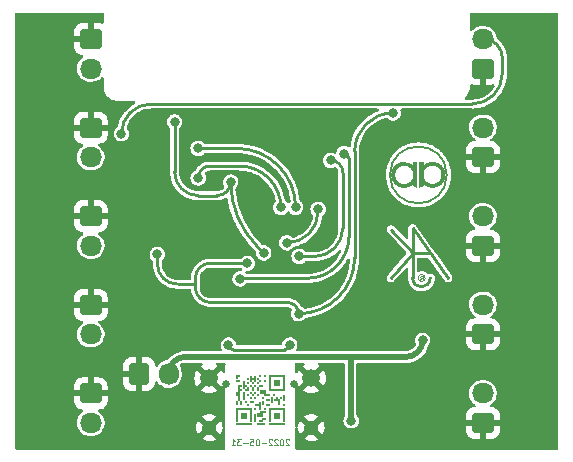
<source format=gbr>
%TF.GenerationSoftware,KiCad,Pcbnew,(6.0.5-0)*%
%TF.CreationDate,2022-08-15T15:57:45+01:00*%
%TF.ProjectId,Relay10,52656c61-7931-4302-9e6b-696361645f70,1*%
%TF.SameCoordinates,Original*%
%TF.FileFunction,Copper,L2,Bot*%
%TF.FilePolarity,Positive*%
%FSLAX46Y46*%
G04 Gerber Fmt 4.6, Leading zero omitted, Abs format (unit mm)*
G04 Created by KiCad (PCBNEW (6.0.5-0)) date 2022-08-15 15:57:45*
%MOMM*%
%LPD*%
G01*
G04 APERTURE LIST*
G04 Aperture macros list*
%AMRoundRect*
0 Rectangle with rounded corners*
0 $1 Rounding radius*
0 $2 $3 $4 $5 $6 $7 $8 $9 X,Y pos of 4 corners*
0 Add a 4 corners polygon primitive as box body*
4,1,4,$2,$3,$4,$5,$6,$7,$8,$9,$2,$3,0*
0 Add four circle primitives for the rounded corners*
1,1,$1+$1,$2,$3*
1,1,$1+$1,$4,$5*
1,1,$1+$1,$6,$7*
1,1,$1+$1,$8,$9*
0 Add four rect primitives between the rounded corners*
20,1,$1+$1,$2,$3,$4,$5,0*
20,1,$1+$1,$4,$5,$6,$7,0*
20,1,$1+$1,$6,$7,$8,$9,0*
20,1,$1+$1,$8,$9,$2,$3,0*%
G04 Aperture macros list end*
%ADD10C,0.100000*%
%TA.AperFunction,NonConductor*%
%ADD11C,0.100000*%
%TD*%
%TA.AperFunction,EtchedComponent*%
%ADD12C,0.375000*%
%TD*%
%TA.AperFunction,EtchedComponent*%
%ADD13C,0.200000*%
%TD*%
%TA.AperFunction,EtchedComponent*%
%ADD14C,0.080000*%
%TD*%
%TA.AperFunction,EtchedComponent*%
%ADD15C,0.250000*%
%TD*%
%TA.AperFunction,ComponentPad*%
%ADD16RoundRect,0.250000X-0.675000X0.600000X-0.675000X-0.600000X0.675000X-0.600000X0.675000X0.600000X0*%
%TD*%
%TA.AperFunction,ComponentPad*%
%ADD17O,1.850000X1.700000*%
%TD*%
%TA.AperFunction,ComponentPad*%
%ADD18C,0.670000*%
%TD*%
%TA.AperFunction,ComponentPad*%
%ADD19C,1.500000*%
%TD*%
%TA.AperFunction,ComponentPad*%
%ADD20C,1.250000*%
%TD*%
%TA.AperFunction,ComponentPad*%
%ADD21RoundRect,0.250000X0.675000X-0.600000X0.675000X0.600000X-0.675000X0.600000X-0.675000X-0.600000X0*%
%TD*%
%TA.AperFunction,ComponentPad*%
%ADD22RoundRect,0.250000X-0.600000X-0.675000X0.600000X-0.675000X0.600000X0.675000X-0.600000X0.675000X0*%
%TD*%
%TA.AperFunction,ComponentPad*%
%ADD23O,1.700000X1.850000*%
%TD*%
%TA.AperFunction,SMDPad,CuDef*%
%ADD24R,0.400000X0.200000*%
%TD*%
%TA.AperFunction,SMDPad,CuDef*%
%ADD25R,0.200000X0.200000*%
%TD*%
%TA.AperFunction,SMDPad,CuDef*%
%ADD26R,0.600000X0.600000*%
%TD*%
%TA.AperFunction,SMDPad,CuDef*%
%ADD27R,0.800000X0.200000*%
%TD*%
%TA.AperFunction,SMDPad,CuDef*%
%ADD28R,0.200000X0.400000*%
%TD*%
%TA.AperFunction,SMDPad,CuDef*%
%ADD29R,0.200000X1.200000*%
%TD*%
%TA.AperFunction,SMDPad,CuDef*%
%ADD30R,0.200000X1.400000*%
%TD*%
%TA.AperFunction,SMDPad,CuDef*%
%ADD31R,1.400000X0.200000*%
%TD*%
%TA.AperFunction,SMDPad,CuDef*%
%ADD32R,0.200000X0.600000*%
%TD*%
%TA.AperFunction,SMDPad,CuDef*%
%ADD33R,0.600000X0.200000*%
%TD*%
%TA.AperFunction,SMDPad,CuDef*%
%ADD34R,0.200000X0.800000*%
%TD*%
%TA.AperFunction,SMDPad,CuDef*%
%ADD35R,0.600000X0.400000*%
%TD*%
%TA.AperFunction,SMDPad,CuDef*%
%ADD36R,1.000000X0.200000*%
%TD*%
%TA.AperFunction,ViaPad*%
%ADD37C,0.800000*%
%TD*%
%TA.AperFunction,Conductor*%
%ADD38C,0.250000*%
%TD*%
%TA.AperFunction,Conductor*%
%ADD39C,0.500000*%
%TD*%
G04 APERTURE END LIST*
D10*
%TO.C,U10*%
D11*
X104928571Y-59423809D02*
X104904761Y-59400000D01*
X104857142Y-59376190D01*
X104738095Y-59376190D01*
X104690476Y-59400000D01*
X104666666Y-59423809D01*
X104642857Y-59471428D01*
X104642857Y-59519047D01*
X104666666Y-59590476D01*
X104952380Y-59876190D01*
X104642857Y-59876190D01*
X104333333Y-59376190D02*
X104285714Y-59376190D01*
X104238095Y-59400000D01*
X104214285Y-59423809D01*
X104190476Y-59471428D01*
X104166666Y-59566666D01*
X104166666Y-59685714D01*
X104190476Y-59780952D01*
X104214285Y-59828571D01*
X104238095Y-59852380D01*
X104285714Y-59876190D01*
X104333333Y-59876190D01*
X104380952Y-59852380D01*
X104404761Y-59828571D01*
X104428571Y-59780952D01*
X104452380Y-59685714D01*
X104452380Y-59566666D01*
X104428571Y-59471428D01*
X104404761Y-59423809D01*
X104380952Y-59400000D01*
X104333333Y-59376190D01*
X103976190Y-59423809D02*
X103952380Y-59400000D01*
X103904761Y-59376190D01*
X103785714Y-59376190D01*
X103738095Y-59400000D01*
X103714285Y-59423809D01*
X103690476Y-59471428D01*
X103690476Y-59519047D01*
X103714285Y-59590476D01*
X104000000Y-59876190D01*
X103690476Y-59876190D01*
X103500000Y-59423809D02*
X103476190Y-59400000D01*
X103428571Y-59376190D01*
X103309523Y-59376190D01*
X103261904Y-59400000D01*
X103238095Y-59423809D01*
X103214285Y-59471428D01*
X103214285Y-59519047D01*
X103238095Y-59590476D01*
X103523809Y-59876190D01*
X103214285Y-59876190D01*
X103000000Y-59685714D02*
X102619047Y-59685714D01*
X102285714Y-59376190D02*
X102238095Y-59376190D01*
X102190476Y-59400000D01*
X102166666Y-59423809D01*
X102142857Y-59471428D01*
X102119047Y-59566666D01*
X102119047Y-59685714D01*
X102142857Y-59780952D01*
X102166666Y-59828571D01*
X102190476Y-59852380D01*
X102238095Y-59876190D01*
X102285714Y-59876190D01*
X102333333Y-59852380D01*
X102357142Y-59828571D01*
X102380952Y-59780952D01*
X102404761Y-59685714D01*
X102404761Y-59566666D01*
X102380952Y-59471428D01*
X102357142Y-59423809D01*
X102333333Y-59400000D01*
X102285714Y-59376190D01*
X101666666Y-59376190D02*
X101904761Y-59376190D01*
X101928571Y-59614285D01*
X101904761Y-59590476D01*
X101857142Y-59566666D01*
X101738095Y-59566666D01*
X101690476Y-59590476D01*
X101666666Y-59614285D01*
X101642857Y-59661904D01*
X101642857Y-59780952D01*
X101666666Y-59828571D01*
X101690476Y-59852380D01*
X101738095Y-59876190D01*
X101857142Y-59876190D01*
X101904761Y-59852380D01*
X101928571Y-59828571D01*
X101428571Y-59685714D02*
X101047619Y-59685714D01*
X100857142Y-59376190D02*
X100547619Y-59376190D01*
X100714285Y-59566666D01*
X100642857Y-59566666D01*
X100595238Y-59590476D01*
X100571428Y-59614285D01*
X100547619Y-59661904D01*
X100547619Y-59780952D01*
X100571428Y-59828571D01*
X100595238Y-59852380D01*
X100642857Y-59876190D01*
X100785714Y-59876190D01*
X100833333Y-59852380D01*
X100857142Y-59828571D01*
X100071428Y-59876190D02*
X100357142Y-59876190D01*
X100214285Y-59876190D02*
X100214285Y-59376190D01*
X100261904Y-59447619D01*
X100309523Y-59495238D01*
X100357142Y-59519047D01*
D12*
%TO.C,U9*%
X118025000Y-37000000D02*
G75*
G03*
X118025000Y-37000000I-937500J0D01*
G01*
X115625000Y-37000000D02*
G75*
G03*
X115625000Y-37000000I-937500J0D01*
G01*
D13*
X118287500Y-37000000D02*
G75*
G03*
X118287500Y-37000000I-2400000J0D01*
G01*
G36*
X115812500Y-38100000D02*
G01*
X115437500Y-37925000D01*
X115437500Y-35900000D01*
X115812500Y-35900000D01*
X115812500Y-38100000D01*
G37*
G36*
X116337500Y-37925000D02*
G01*
X115962500Y-38100000D01*
X115962500Y-35900000D01*
X116337500Y-35900000D01*
X116337500Y-37925000D01*
G37*
D14*
%TO.C,AJK1*%
X116250000Y-45575000D02*
X116250000Y-45875000D01*
D15*
X115400000Y-43625000D02*
X113600000Y-45725000D01*
X115400000Y-41525000D02*
X118400000Y-45725000D01*
D14*
X116250000Y-45735000D02*
X116150000Y-45735000D01*
X116150000Y-45735000D02*
X116050000Y-45875000D01*
D15*
X115400000Y-41525000D02*
X115400000Y-45725000D01*
D14*
X116250000Y-45575000D02*
X116150000Y-45575000D01*
D15*
X113600000Y-41625000D02*
X115400000Y-43625000D01*
X115400000Y-43625000D02*
X116900000Y-43625000D01*
X115400000Y-45725000D02*
G75*
G03*
X116900000Y-45725000I750000J0D01*
G01*
D14*
X116150000Y-45575000D02*
G75*
G03*
X116150000Y-45735000I0J-80000D01*
G01*
X116470000Y-45735000D02*
G75*
G03*
X116470000Y-45735000I-300000J0D01*
G01*
%TD*%
D16*
%TO.P,J4,1,Pin_1*%
%TO.N,GND*%
X88150000Y-40500000D03*
D17*
%TO.P,J4,2,Pin_2*%
%TO.N,O2*%
X88150000Y-43000000D03*
%TD*%
D18*
%TO.P,J1,S1,SHIELD*%
%TO.N,GND*%
X105390000Y-54710000D03*
D19*
X106820000Y-54220000D03*
D18*
X99610000Y-54710000D03*
D20*
X98180000Y-58390000D03*
D19*
X98180000Y-54220000D03*
D20*
X106820000Y-58390000D03*
%TD*%
D16*
%TO.P,J3,1,Pin_1*%
%TO.N,GND*%
X88150000Y-25500000D03*
D17*
%TO.P,J3,2,Pin_2*%
%TO.N,O1*%
X88150000Y-28000000D03*
%TD*%
D21*
%TO.P,J11,1,Pin_1*%
%TO.N,GND*%
X121350000Y-28000000D03*
D17*
%TO.P,J11,2,Pin_2*%
%TO.N,O9*%
X121350000Y-25500000D03*
%TD*%
D21*
%TO.P,J10,1,Pin_1*%
%TO.N,GND*%
X121350000Y-35500000D03*
D17*
%TO.P,J10,2,Pin_2*%
%TO.N,O8*%
X121350000Y-33000000D03*
%TD*%
D22*
%TO.P,J2,1,GND*%
%TO.N,GND*%
X92250000Y-53850000D03*
D23*
%TO.P,J2,2,DC*%
%TO.N,+12V*%
X94750000Y-53850000D03*
%TD*%
D16*
%TO.P,J6,1,Pin_1*%
%TO.N,GND*%
X88150000Y-48000000D03*
D17*
%TO.P,J6,2,Pin_2*%
%TO.N,O4*%
X88150000Y-50500000D03*
%TD*%
D21*
%TO.P,J7,1,Pin_1*%
%TO.N,GND*%
X121350000Y-58000000D03*
D17*
%TO.P,J7,2,Pin_2*%
%TO.N,O5*%
X121350000Y-55500000D03*
%TD*%
D21*
%TO.P,J9,1,Pin_1*%
%TO.N,GND*%
X121350000Y-43000000D03*
D17*
%TO.P,J9,2,Pin_2*%
%TO.N,O7*%
X121350000Y-40500000D03*
%TD*%
D21*
%TO.P,J8,1,Pin_1*%
%TO.N,GND*%
X121350000Y-50500000D03*
D17*
%TO.P,J8,2,Pin_2*%
%TO.N,O6*%
X121350000Y-48000000D03*
%TD*%
D16*
%TO.P,J5,1,Pin_1*%
%TO.N,GND*%
X88150000Y-55500000D03*
D17*
%TO.P,J5,2,Pin_2*%
%TO.N,O3*%
X88150000Y-58000000D03*
%TD*%
D16*
%TO.P,J12,1,Pin_1*%
%TO.N,GND*%
X88150000Y-33000000D03*
D17*
%TO.P,J12,2,Pin_2*%
%TO.N,O10*%
X88150000Y-35500000D03*
%TD*%
D24*
%TO.P,U10,*%
%TO.N,*%
X103800000Y-56050000D03*
X101800000Y-56250000D03*
D25*
X102300000Y-54650000D03*
D26*
X101100000Y-57450000D03*
D27*
X102600000Y-58050000D03*
D28*
X102300000Y-55150000D03*
D25*
X102900000Y-56850000D03*
D29*
X103300000Y-54550000D03*
D25*
X102500000Y-54450000D03*
D28*
X100500000Y-56350000D03*
D25*
X101900000Y-54650000D03*
X101500000Y-56450000D03*
X102100000Y-56850000D03*
X100900000Y-54850000D03*
D30*
X100700000Y-55450000D03*
D26*
X103900000Y-54650000D03*
D28*
X100500000Y-55550000D03*
D31*
X103900000Y-58050000D03*
D25*
X102900000Y-54050000D03*
X101500000Y-55650000D03*
X101700000Y-54850000D03*
D24*
X103200000Y-56050000D03*
D25*
X101700000Y-55450000D03*
X102100000Y-55850000D03*
X104300000Y-55850000D03*
X102300000Y-54250000D03*
D29*
X103300000Y-57350000D03*
D25*
X104500000Y-56450000D03*
D32*
X102100000Y-54250000D03*
D25*
X101900000Y-54250000D03*
D33*
X102700000Y-57050000D03*
D25*
X100900000Y-55250000D03*
X102300000Y-55650000D03*
X102900000Y-54450000D03*
X101500000Y-54650000D03*
D28*
X100900000Y-56350000D03*
D34*
X102100000Y-57550000D03*
D25*
X102500000Y-54050000D03*
X100700000Y-54050000D03*
X101300000Y-56250000D03*
D28*
X101900000Y-55150000D03*
D25*
X101500000Y-55050000D03*
D28*
X102700000Y-56350000D03*
D32*
X104500000Y-55850000D03*
D29*
X101700000Y-57350000D03*
X104500000Y-57350000D03*
D34*
X101100000Y-55750000D03*
D32*
X104100000Y-56250000D03*
D24*
X103200000Y-56450000D03*
D35*
X102500000Y-57350000D03*
D24*
X102600000Y-54850000D03*
X102200000Y-56450000D03*
D29*
X104500000Y-54550000D03*
D26*
X103900000Y-57450000D03*
D34*
X102500000Y-56550000D03*
D25*
X103900000Y-55850000D03*
D35*
X102700000Y-55350000D03*
D25*
X102700000Y-55850000D03*
D24*
X102800000Y-57650000D03*
D25*
X101500000Y-54250000D03*
D32*
X103500000Y-56050000D03*
D25*
X101300000Y-54850000D03*
D36*
X101100000Y-56850000D03*
D34*
X101100000Y-54750000D03*
D25*
X102100000Y-55450000D03*
D36*
X103900000Y-54050000D03*
D24*
X100600000Y-54450000D03*
D36*
X103900000Y-56850000D03*
D33*
X103100000Y-55650000D03*
D25*
X101900000Y-55650000D03*
D24*
X101400000Y-55250000D03*
D31*
X103900000Y-55250000D03*
D28*
X100500000Y-54150000D03*
D31*
X101100000Y-58050000D03*
D29*
X100500000Y-57350000D03*
D25*
X103700000Y-55650000D03*
D32*
X101700000Y-54250000D03*
D25*
X102100000Y-54850000D03*
X101700000Y-55850000D03*
D24*
X102600000Y-57850000D03*
%TD*%
D37*
%TO.N,GND*%
X115000000Y-58500000D03*
X108000000Y-34000000D03*
X98300000Y-45700000D03*
X103750000Y-46750000D03*
%TO.N,+3V3*%
X93788537Y-43722474D03*
X105750000Y-48750000D03*
X113750000Y-31750000D03*
X101412911Y-44474500D03*
%TO.N,VBUS*%
X105000000Y-51400000D03*
X99800000Y-51400000D03*
%TO.N,+12V*%
X110200000Y-57800000D03*
X116250000Y-51000000D03*
%TO.N,O*%
X109600000Y-35200000D03*
X100800000Y-45800000D03*
%TO.N,I*%
X105800000Y-43900000D03*
X108475500Y-35772305D03*
%TO.N,EN*%
X100000000Y-37600000D03*
X102800000Y-43600000D03*
X95250000Y-32500000D03*
%TO.N,BOOT*%
X104750000Y-42750000D03*
X107409653Y-39903473D03*
%TO.N,O9*%
X90750000Y-33500000D03*
%TO.N,OUT10*%
X104250000Y-39750000D03*
X97250000Y-37250000D03*
%TO.N,OUT9*%
X105500000Y-39750000D03*
X97250000Y-34750000D03*
%TD*%
D38*
%TO.N,+3V3*%
X97000000Y-45750000D02*
X97000000Y-46250000D01*
X98300000Y-47800000D02*
X104800000Y-47800000D01*
X93788537Y-43722474D02*
X93788537Y-44538537D01*
X110500000Y-35000000D02*
X110500000Y-44000000D01*
X95500000Y-46250000D02*
X97000000Y-46250000D01*
X97000000Y-46250000D02*
X97000000Y-46500000D01*
X101412911Y-44474500D02*
X98275500Y-44474500D01*
X105750000Y-48750000D02*
G75*
G03*
X104800000Y-47800000I-950000J0D01*
G01*
X110500000Y-35000000D02*
G75*
G02*
X113750000Y-31750000I3250000J0D01*
G01*
X98300000Y-47800000D02*
G75*
G02*
X97000000Y-46500000I0J1300000D01*
G01*
X105750000Y-48750000D02*
G75*
G03*
X110500000Y-44000000I0J4750000D01*
G01*
X95500000Y-46249963D02*
G75*
G02*
X93788537Y-44538537I0J1711463D01*
G01*
X97000000Y-45750000D02*
G75*
G02*
X98275500Y-44474500I1275500J0D01*
G01*
%TO.N,VBUS*%
X100200000Y-51800000D02*
X104600000Y-51800000D01*
X100200000Y-51800000D02*
G75*
G02*
X99800000Y-51400000I0J400000D01*
G01*
X105000000Y-51400000D02*
G75*
G02*
X104600000Y-51800000I-400000J0D01*
G01*
D39*
%TO.N,+12V*%
X110150000Y-52400000D02*
X114850000Y-52400000D01*
X96200000Y-52400000D02*
X110150000Y-52400000D01*
X110150000Y-57750000D02*
X110150000Y-52400000D01*
X110150000Y-57750000D02*
G75*
G03*
X110200000Y-57800000I50000J0D01*
G01*
X116250000Y-51000000D02*
G75*
G02*
X114850000Y-52400000I-1400000J0D01*
G01*
X94750000Y-53850000D02*
G75*
G02*
X96200000Y-52400000I1450000J0D01*
G01*
D38*
%TO.N,O*%
X106500000Y-45750000D02*
X100850000Y-45750000D01*
X110000000Y-35600000D02*
X110000000Y-42250000D01*
X110000000Y-35600000D02*
G75*
G03*
X109600000Y-35200000I-400000J0D01*
G01*
X106500000Y-45750000D02*
G75*
G03*
X110000000Y-42250000I0J3500000D01*
G01*
X100800000Y-45800000D02*
G75*
G02*
X100850000Y-45750000I50000J0D01*
G01*
%TO.N,I*%
X105800000Y-43900000D02*
X107100000Y-43900000D01*
X109500000Y-41500000D02*
X109500000Y-36796805D01*
X109500000Y-41500000D02*
G75*
G02*
X107100000Y-43900000I-2400000J0D01*
G01*
X108475500Y-35772300D02*
G75*
G02*
X109500000Y-36796805I0J-1024500D01*
G01*
%TO.N,EN*%
X97250000Y-38750000D02*
X98850000Y-38750000D01*
X95250000Y-32500000D02*
X95250000Y-36750000D01*
X102262742Y-43062741D02*
X102800000Y-43600000D01*
X102262738Y-43062745D02*
G75*
G02*
X100000000Y-37600000I5462762J5462745D01*
G01*
X100000000Y-37600000D02*
G75*
G02*
X98850000Y-38750000I-1150000J0D01*
G01*
X97250000Y-38750000D02*
G75*
G02*
X95250000Y-36750000I0J2000000D01*
G01*
%TO.N,BOOT*%
X107409653Y-40090347D02*
X107409653Y-39903473D01*
X107409700Y-40090347D02*
G75*
G02*
X104750000Y-42750000I-2659700J47D01*
G01*
%TO.N,O9*%
X123000000Y-27075000D02*
X123000000Y-28437493D01*
X93250000Y-31000000D02*
X120437493Y-31000000D01*
X121350000Y-25500000D02*
X121425000Y-25500000D01*
X123000000Y-27075000D02*
G75*
G03*
X121425000Y-25500000I-1575000J0D01*
G01*
X90750000Y-33500000D02*
G75*
G02*
X93250000Y-31000000I2500000J0D01*
G01*
X120437493Y-31000000D02*
G75*
G03*
X123000000Y-28437493I7J2562500D01*
G01*
%TO.N,OUT10*%
X98250000Y-36250000D02*
X100750000Y-36250000D01*
X97250000Y-37250000D02*
G75*
G02*
X98250000Y-36250000I1000000J0D01*
G01*
X100750000Y-36250000D02*
G75*
G02*
X104250000Y-39750000I0J-3500000D01*
G01*
%TO.N,OUT9*%
X97250000Y-34750000D02*
X100500000Y-34750000D01*
X100500000Y-34750000D02*
G75*
G02*
X105500000Y-39750000I0J-5000000D01*
G01*
%TD*%
%TA.AperFunction,Conductor*%
%TO.N,GND*%
G36*
X89192539Y-23270185D02*
G01*
X89238294Y-23322989D01*
X89249500Y-23374500D01*
X89249500Y-24078822D01*
X89229815Y-24145861D01*
X89177011Y-24191616D01*
X89107853Y-24201560D01*
X89086462Y-24196517D01*
X88984554Y-24162715D01*
X88971387Y-24159892D01*
X88877981Y-24150322D01*
X88871675Y-24150000D01*
X88417830Y-24150000D01*
X88402831Y-24154404D01*
X88401644Y-24155774D01*
X88400000Y-24163332D01*
X88400000Y-25626000D01*
X88380315Y-25693039D01*
X88327511Y-25738794D01*
X88276000Y-25750000D01*
X86742831Y-25750000D01*
X86727832Y-25754404D01*
X86726645Y-25755774D01*
X86725001Y-25763332D01*
X86725001Y-26146636D01*
X86725331Y-26153015D01*
X86735151Y-26247671D01*
X86737997Y-26260849D01*
X86788920Y-26413481D01*
X86794991Y-26426443D01*
X86879438Y-26562907D01*
X86888325Y-26574120D01*
X87001904Y-26687501D01*
X87013135Y-26696370D01*
X87149741Y-26780575D01*
X87162718Y-26786627D01*
X87315446Y-26837285D01*
X87328613Y-26840108D01*
X87413805Y-26848836D01*
X87478489Y-26875251D01*
X87518623Y-26932443D01*
X87521466Y-27002255D01*
X87486114Y-27062521D01*
X87477496Y-27069368D01*
X87477761Y-27069705D01*
X87312621Y-27199424D01*
X87174990Y-27358029D01*
X87069834Y-27539799D01*
X87000947Y-27738174D01*
X86970814Y-27945996D01*
X86980523Y-28155767D01*
X87029724Y-28359918D01*
X87032164Y-28365286D01*
X87032166Y-28365290D01*
X87109376Y-28535104D01*
X87116640Y-28551081D01*
X87238137Y-28722360D01*
X87242404Y-28726444D01*
X87242405Y-28726446D01*
X87385564Y-28863491D01*
X87385568Y-28863495D01*
X87389831Y-28867575D01*
X87566246Y-28981485D01*
X87571721Y-28983692D01*
X87571724Y-28983693D01*
X87755539Y-29057773D01*
X87755544Y-29057774D01*
X87761019Y-29059981D01*
X87967122Y-29100230D01*
X87972643Y-29100500D01*
X88277469Y-29100500D01*
X88434046Y-29085561D01*
X88439706Y-29083901D01*
X88439709Y-29083900D01*
X88534798Y-29056004D01*
X88635549Y-29026447D01*
X88729065Y-28978283D01*
X88816996Y-28932996D01*
X88817001Y-28932993D01*
X88822239Y-28930295D01*
X88987379Y-28800576D01*
X89031844Y-28749334D01*
X89090651Y-28711602D01*
X89160520Y-28711652D01*
X89219271Y-28749469D01*
X89248251Y-28813045D01*
X89249500Y-28830604D01*
X89249500Y-29463115D01*
X89247117Y-29487306D01*
X89244592Y-29500000D01*
X89246314Y-29508659D01*
X89246974Y-29517045D01*
X89246974Y-29517047D01*
X89259788Y-29679856D01*
X89261076Y-29696226D01*
X89262211Y-29700953D01*
X89262212Y-29700960D01*
X89266134Y-29717295D01*
X89307026Y-29887621D01*
X89382351Y-30069471D01*
X89485196Y-30237298D01*
X89613029Y-30386971D01*
X89762702Y-30514804D01*
X89930529Y-30617649D01*
X90112379Y-30692974D01*
X90117115Y-30694111D01*
X90299040Y-30737788D01*
X90299047Y-30737789D01*
X90303774Y-30738924D01*
X90308624Y-30739306D01*
X90308626Y-30739306D01*
X90482953Y-30753026D01*
X90482955Y-30753026D01*
X90491341Y-30753686D01*
X90500000Y-30755408D01*
X90512694Y-30752883D01*
X90536885Y-30750500D01*
X91799568Y-30750500D01*
X91866607Y-30770185D01*
X91912362Y-30822989D01*
X91922306Y-30892147D01*
X91893281Y-30955703D01*
X91859549Y-30983028D01*
X91717731Y-31061408D01*
X91714905Y-31063413D01*
X91714902Y-31063415D01*
X91677364Y-31090050D01*
X91454330Y-31248301D01*
X91451744Y-31250612D01*
X91451739Y-31250616D01*
X91306757Y-31380181D01*
X91213511Y-31463511D01*
X91211192Y-31466106D01*
X91030919Y-31667831D01*
X90998301Y-31704330D01*
X90932238Y-31797437D01*
X90831071Y-31940019D01*
X90811408Y-31967731D01*
X90809731Y-31970766D01*
X90809730Y-31970767D01*
X90661400Y-32239151D01*
X90655182Y-32250401D01*
X90531587Y-32548786D01*
X90442177Y-32859133D01*
X90441596Y-32862554D01*
X90439719Y-32873601D01*
X90409081Y-32936396D01*
X90387706Y-32954921D01*
X90381679Y-32958032D01*
X90263034Y-33061533D01*
X90172501Y-33190348D01*
X90115309Y-33337039D01*
X90094758Y-33493138D01*
X90095578Y-33500566D01*
X90095578Y-33500568D01*
X90108814Y-33620459D01*
X90112035Y-33649633D01*
X90114601Y-33656645D01*
X90114602Y-33656649D01*
X90138649Y-33722360D01*
X90166143Y-33797490D01*
X90253958Y-33928172D01*
X90273885Y-33946304D01*
X90364878Y-34029102D01*
X90364882Y-34029105D01*
X90370410Y-34034135D01*
X90376980Y-34037702D01*
X90376981Y-34037703D01*
X90494867Y-34101710D01*
X90508776Y-34109262D01*
X90603362Y-34134076D01*
X90653841Y-34147319D01*
X90653843Y-34147319D01*
X90661069Y-34149215D01*
X90738127Y-34150425D01*
X90811025Y-34151571D01*
X90811028Y-34151571D01*
X90818495Y-34151688D01*
X90825776Y-34150020D01*
X90825780Y-34150020D01*
X90964681Y-34118207D01*
X90971968Y-34116538D01*
X91112625Y-34045795D01*
X91118306Y-34040943D01*
X91118309Y-34040941D01*
X91226666Y-33948395D01*
X91226667Y-33948394D01*
X91232348Y-33943542D01*
X91243393Y-33928172D01*
X91263798Y-33899775D01*
X91324224Y-33815683D01*
X91382950Y-33669598D01*
X91385315Y-33652981D01*
X91404562Y-33517744D01*
X91404562Y-33517740D01*
X91405134Y-33513723D01*
X91405278Y-33500000D01*
X91399787Y-33454625D01*
X91387262Y-33351119D01*
X91387261Y-33351115D01*
X91386363Y-33343694D01*
X91353141Y-33255774D01*
X91333354Y-33203408D01*
X91333352Y-33203405D01*
X91330710Y-33196412D01*
X91322337Y-33184229D01*
X91245768Y-33072821D01*
X91245765Y-33072818D01*
X91241531Y-33066657D01*
X91235948Y-33061683D01*
X91231005Y-33056076D01*
X91232812Y-33054483D01*
X91202030Y-33005086D01*
X91204064Y-32931955D01*
X91284605Y-32694688D01*
X91290812Y-32679703D01*
X91382815Y-32493138D01*
X94594758Y-32493138D01*
X94595578Y-32500566D01*
X94595578Y-32500568D01*
X94602440Y-32562722D01*
X94612035Y-32649633D01*
X94614601Y-32656645D01*
X94614602Y-32656649D01*
X94642239Y-32732170D01*
X94666143Y-32797490D01*
X94753958Y-32928172D01*
X94833955Y-33000963D01*
X94870290Y-33060640D01*
X94874500Y-33092676D01*
X94874500Y-36710688D01*
X94872973Y-36730085D01*
X94872847Y-36730884D01*
X94869819Y-36750000D01*
X94870367Y-36753463D01*
X94887510Y-37036858D01*
X94888184Y-37040538D01*
X94888185Y-37040543D01*
X94908350Y-37150579D01*
X94939312Y-37319533D01*
X95024809Y-37593904D01*
X95026352Y-37597333D01*
X95026353Y-37597335D01*
X95054242Y-37659301D01*
X95142755Y-37855968D01*
X95291428Y-38101904D01*
X95468663Y-38328127D01*
X95671873Y-38531337D01*
X95898096Y-38708572D01*
X96144032Y-38857245D01*
X96326165Y-38939217D01*
X96360452Y-38954648D01*
X96406096Y-38975191D01*
X96680467Y-39060688D01*
X96794401Y-39081567D01*
X96959457Y-39111815D01*
X96959462Y-39111816D01*
X96963142Y-39112490D01*
X97246537Y-39129633D01*
X97250000Y-39130181D01*
X97259635Y-39128655D01*
X97259638Y-39128655D01*
X97269915Y-39127027D01*
X97289312Y-39125500D01*
X98810688Y-39125500D01*
X98830085Y-39127027D01*
X98840356Y-39128654D01*
X98840359Y-39128654D01*
X98850000Y-39130181D01*
X98859026Y-39128751D01*
X98860395Y-39128653D01*
X98861875Y-39128653D01*
X98864325Y-39128372D01*
X98883131Y-39127027D01*
X99067656Y-39113830D01*
X99186244Y-39088033D01*
X99276556Y-39068387D01*
X99276558Y-39068386D01*
X99280881Y-39067446D01*
X99285020Y-39065902D01*
X99285024Y-39065901D01*
X99481185Y-38992736D01*
X99481191Y-38992733D01*
X99485334Y-38991188D01*
X99569770Y-38945083D01*
X99638042Y-38930231D01*
X99703506Y-38954648D01*
X99745378Y-39010581D01*
X99751539Y-39033714D01*
X99775901Y-39181270D01*
X99896342Y-39697812D01*
X100050308Y-40205371D01*
X100051019Y-40207260D01*
X100051020Y-40207263D01*
X100129737Y-40416411D01*
X100237140Y-40701774D01*
X100456038Y-41184894D01*
X100561112Y-41381474D01*
X100684730Y-41612747D01*
X100706065Y-41652663D01*
X100727729Y-41687501D01*
X100983656Y-42099065D01*
X100986151Y-42103078D01*
X101295095Y-42534210D01*
X101296373Y-42535767D01*
X101296382Y-42535779D01*
X101470840Y-42748356D01*
X101631575Y-42944213D01*
X101632974Y-42945707D01*
X101632976Y-42945709D01*
X101964012Y-43299154D01*
X101992325Y-43329384D01*
X101993913Y-43331569D01*
X102001801Y-43337300D01*
X102001805Y-43337304D01*
X102010229Y-43343425D01*
X102025021Y-43356059D01*
X102115169Y-43446207D01*
X102148654Y-43507530D01*
X102150427Y-43550072D01*
X102147331Y-43573593D01*
X102144758Y-43593138D01*
X102145578Y-43600566D01*
X102145578Y-43600568D01*
X102154615Y-43682420D01*
X102162035Y-43749633D01*
X102164601Y-43756645D01*
X102164602Y-43756649D01*
X102189392Y-43824389D01*
X102216143Y-43897490D01*
X102220314Y-43903697D01*
X102272586Y-43981485D01*
X102303958Y-44028172D01*
X102353329Y-44073096D01*
X102414878Y-44129102D01*
X102414882Y-44129105D01*
X102420410Y-44134135D01*
X102426980Y-44137702D01*
X102426981Y-44137703D01*
X102552208Y-44205696D01*
X102558776Y-44209262D01*
X102612805Y-44223436D01*
X102703841Y-44247319D01*
X102703843Y-44247319D01*
X102711069Y-44249215D01*
X102788127Y-44250425D01*
X102861025Y-44251571D01*
X102861028Y-44251571D01*
X102868495Y-44251688D01*
X102875776Y-44250020D01*
X102875780Y-44250020D01*
X103014681Y-44218207D01*
X103021968Y-44216538D01*
X103162625Y-44145795D01*
X103168306Y-44140943D01*
X103168309Y-44140941D01*
X103276666Y-44048395D01*
X103276667Y-44048394D01*
X103282348Y-44043542D01*
X103291200Y-44031224D01*
X103329241Y-43978283D01*
X103374224Y-43915683D01*
X103432950Y-43769598D01*
X103434195Y-43760849D01*
X103454562Y-43617744D01*
X103454562Y-43617740D01*
X103455134Y-43613723D01*
X103455278Y-43600000D01*
X103453370Y-43584229D01*
X103437262Y-43451119D01*
X103437261Y-43451115D01*
X103436363Y-43443694D01*
X103425279Y-43414362D01*
X103383354Y-43303408D01*
X103383352Y-43303405D01*
X103380710Y-43296412D01*
X103375097Y-43288245D01*
X103295768Y-43172821D01*
X103295765Y-43172818D01*
X103291531Y-43166657D01*
X103223613Y-43106144D01*
X103179559Y-43066893D01*
X103179558Y-43066892D01*
X103173976Y-43061919D01*
X103034831Y-42988245D01*
X102913209Y-42957696D01*
X102889378Y-42951710D01*
X102882128Y-42949889D01*
X102828835Y-42949610D01*
X102730850Y-42949097D01*
X102663914Y-42929062D01*
X102643818Y-42912780D01*
X102556063Y-42825025D01*
X102543426Y-42810229D01*
X102537309Y-42801810D01*
X102537307Y-42801808D01*
X102531571Y-42793913D01*
X102523679Y-42788179D01*
X102523677Y-42788177D01*
X102521030Y-42786254D01*
X102503413Y-42770701D01*
X102484557Y-42750568D01*
X102477598Y-42743138D01*
X104094758Y-42743138D01*
X104095578Y-42750566D01*
X104095578Y-42750568D01*
X104101235Y-42801810D01*
X104112035Y-42899633D01*
X104114601Y-42906645D01*
X104114602Y-42906649D01*
X104142086Y-42981750D01*
X104166143Y-43047490D01*
X104253958Y-43178172D01*
X104308693Y-43227977D01*
X104364878Y-43279102D01*
X104364882Y-43279105D01*
X104370410Y-43284135D01*
X104376980Y-43287702D01*
X104376981Y-43287703D01*
X104479608Y-43343425D01*
X104508776Y-43359262D01*
X104611031Y-43386088D01*
X104653841Y-43397319D01*
X104653843Y-43397319D01*
X104661069Y-43399215D01*
X104738127Y-43400425D01*
X104811025Y-43401571D01*
X104811028Y-43401571D01*
X104818495Y-43401688D01*
X104825776Y-43400020D01*
X104825780Y-43400020D01*
X104964681Y-43368207D01*
X104971968Y-43366538D01*
X105112625Y-43295795D01*
X105118306Y-43290943D01*
X105118309Y-43290941D01*
X105226666Y-43198395D01*
X105226667Y-43198394D01*
X105232348Y-43193542D01*
X105288595Y-43115266D01*
X105343701Y-43072312D01*
X105369888Y-43065154D01*
X105381913Y-43063249D01*
X105516911Y-43027077D01*
X105686075Y-42981750D01*
X105686081Y-42981748D01*
X105689205Y-42980911D01*
X105986208Y-42866904D01*
X105989099Y-42865431D01*
X105989108Y-42865427D01*
X106234778Y-42740253D01*
X106269667Y-42722476D01*
X106536477Y-42549211D01*
X106662311Y-42447314D01*
X106781195Y-42351045D01*
X106781197Y-42351043D01*
X106783714Y-42349005D01*
X107008669Y-42124053D01*
X107208879Y-41876820D01*
X107382149Y-41610014D01*
X107387135Y-41600230D01*
X107471190Y-41435266D01*
X107526582Y-41326557D01*
X107640595Y-41029556D01*
X107657811Y-40965311D01*
X107710728Y-40767830D01*
X107722938Y-40722265D01*
X107732564Y-40661500D01*
X107758070Y-40500472D01*
X107788000Y-40437338D01*
X107800011Y-40425582D01*
X107886319Y-40351868D01*
X107886320Y-40351867D01*
X107892001Y-40347015D01*
X107903046Y-40331645D01*
X107961713Y-40250000D01*
X107983877Y-40219156D01*
X108042603Y-40073071D01*
X108044641Y-40058750D01*
X108064215Y-39921217D01*
X108064215Y-39921213D01*
X108064787Y-39917196D01*
X108064840Y-39912201D01*
X108064888Y-39907537D01*
X108064931Y-39903473D01*
X108058867Y-39853364D01*
X108046915Y-39754592D01*
X108046914Y-39754588D01*
X108046016Y-39747167D01*
X108028092Y-39699732D01*
X107993007Y-39606881D01*
X107993005Y-39606878D01*
X107990363Y-39599885D01*
X107981177Y-39586519D01*
X107905421Y-39476294D01*
X107905418Y-39476291D01*
X107901184Y-39470130D01*
X107838048Y-39413878D01*
X107789212Y-39370366D01*
X107789211Y-39370365D01*
X107783629Y-39365392D01*
X107644484Y-39291718D01*
X107491781Y-39253362D01*
X107409982Y-39252934D01*
X107341811Y-39252577D01*
X107341810Y-39252577D01*
X107334337Y-39252538D01*
X107327074Y-39254282D01*
X107327071Y-39254282D01*
X107257789Y-39270915D01*
X107181241Y-39289293D01*
X107041332Y-39361505D01*
X106922687Y-39465006D01*
X106832154Y-39593821D01*
X106774962Y-39740512D01*
X106754411Y-39896611D01*
X106755231Y-39904039D01*
X106755231Y-39904041D01*
X106762114Y-39966384D01*
X106771688Y-40053106D01*
X106774254Y-40060118D01*
X106774255Y-40060122D01*
X106786184Y-40092719D01*
X106825796Y-40200963D01*
X106913611Y-40331645D01*
X106919141Y-40336677D01*
X106919142Y-40336678D01*
X106957103Y-40371220D01*
X106993439Y-40430898D01*
X106995618Y-40485285D01*
X106983024Y-40554004D01*
X106969169Y-40629603D01*
X106965586Y-40644138D01*
X106947625Y-40701774D01*
X106887985Y-40893156D01*
X106882675Y-40907157D01*
X106775623Y-41145009D01*
X106768666Y-41158263D01*
X106722281Y-41234991D01*
X106633727Y-41381474D01*
X106625221Y-41393797D01*
X106590998Y-41437479D01*
X106475957Y-41584315D01*
X106464362Y-41599114D01*
X106454433Y-41610322D01*
X106269990Y-41794762D01*
X106258788Y-41804685D01*
X106053456Y-41965550D01*
X106041146Y-41974047D01*
X105817929Y-42108983D01*
X105804675Y-42115940D01*
X105566813Y-42222991D01*
X105552813Y-42228300D01*
X105315708Y-42302185D01*
X105245848Y-42303337D01*
X105196330Y-42276383D01*
X105129564Y-42216896D01*
X105129555Y-42216890D01*
X105123976Y-42211919D01*
X104984831Y-42138245D01*
X104832128Y-42099889D01*
X104750329Y-42099461D01*
X104682158Y-42099104D01*
X104682157Y-42099104D01*
X104674684Y-42099065D01*
X104667421Y-42100809D01*
X104667418Y-42100809D01*
X104604394Y-42115940D01*
X104521588Y-42135820D01*
X104381679Y-42208032D01*
X104263034Y-42311533D01*
X104172501Y-42440348D01*
X104115309Y-42587039D01*
X104094758Y-42743138D01*
X102477598Y-42743138D01*
X102202249Y-42449150D01*
X102196899Y-42443050D01*
X102153660Y-42390363D01*
X101896918Y-42077522D01*
X101891982Y-42071089D01*
X101616553Y-41686726D01*
X101612049Y-41679985D01*
X101601310Y-41662715D01*
X101362346Y-41278429D01*
X101358295Y-41271413D01*
X101352649Y-41260849D01*
X101135395Y-40854396D01*
X101131809Y-40847124D01*
X100936653Y-40416404D01*
X100933551Y-40408914D01*
X100930832Y-40401688D01*
X100766993Y-39966378D01*
X100764386Y-39958700D01*
X100759960Y-39944107D01*
X100685247Y-39697812D01*
X100627122Y-39506198D01*
X100625022Y-39498360D01*
X100517650Y-39037865D01*
X100516067Y-39029907D01*
X100439041Y-38563369D01*
X100437982Y-38555324D01*
X100401274Y-38182615D01*
X100414293Y-38113969D01*
X100444145Y-38076171D01*
X100476666Y-38048395D01*
X100476666Y-38048394D01*
X100482348Y-38043542D01*
X100491251Y-38031153D01*
X100529649Y-37977715D01*
X100574224Y-37915683D01*
X100632950Y-37769598D01*
X100634793Y-37756649D01*
X100654562Y-37617744D01*
X100654562Y-37617740D01*
X100655134Y-37613723D01*
X100655278Y-37600000D01*
X100654106Y-37590313D01*
X100637262Y-37451119D01*
X100637261Y-37451115D01*
X100636363Y-37443694D01*
X100604274Y-37358773D01*
X100583354Y-37303408D01*
X100583352Y-37303405D01*
X100580710Y-37296412D01*
X100546040Y-37245967D01*
X100495768Y-37172821D01*
X100495765Y-37172818D01*
X100491531Y-37166657D01*
X100413907Y-37097496D01*
X100379559Y-37066893D01*
X100379558Y-37066892D01*
X100373976Y-37061919D01*
X100234831Y-36988245D01*
X100082128Y-36949889D01*
X100000329Y-36949461D01*
X99932158Y-36949104D01*
X99932157Y-36949104D01*
X99924684Y-36949065D01*
X99917421Y-36950809D01*
X99917418Y-36950809D01*
X99848230Y-36967420D01*
X99771588Y-36985820D01*
X99631679Y-37058032D01*
X99513034Y-37161533D01*
X99422501Y-37290348D01*
X99419785Y-37297313D01*
X99419785Y-37297314D01*
X99417409Y-37303408D01*
X99365309Y-37437039D01*
X99344758Y-37593138D01*
X99345578Y-37600566D01*
X99345578Y-37600568D01*
X99353460Y-37671965D01*
X99362035Y-37749633D01*
X99364601Y-37756645D01*
X99364602Y-37756649D01*
X99382926Y-37806721D01*
X99416143Y-37897490D01*
X99420314Y-37903697D01*
X99448811Y-37946105D01*
X99469864Y-38012728D01*
X99451556Y-38080156D01*
X99441744Y-38093929D01*
X99405403Y-38138212D01*
X99388218Y-38155398D01*
X99289728Y-38236227D01*
X99269519Y-38249730D01*
X99261163Y-38254196D01*
X99157161Y-38309786D01*
X99134703Y-38319089D01*
X99012783Y-38356073D01*
X98988942Y-38360815D01*
X98884059Y-38371145D01*
X98869399Y-38370714D01*
X98869399Y-38371345D01*
X98859638Y-38371345D01*
X98850000Y-38369819D01*
X98840359Y-38371346D01*
X98830085Y-38372973D01*
X98810688Y-38374500D01*
X97289312Y-38374500D01*
X97269915Y-38372973D01*
X97259642Y-38371346D01*
X97259641Y-38371346D01*
X97250000Y-38369819D01*
X97240359Y-38371346D01*
X97231378Y-38371346D01*
X97215448Y-38372029D01*
X97027650Y-38358597D01*
X97010148Y-38356081D01*
X96800996Y-38310582D01*
X96784020Y-38305598D01*
X96583465Y-38230795D01*
X96567371Y-38223445D01*
X96379511Y-38120865D01*
X96364628Y-38111300D01*
X96193279Y-37983030D01*
X96179908Y-37971444D01*
X96028556Y-37820092D01*
X96016970Y-37806721D01*
X95888700Y-37635372D01*
X95879135Y-37620489D01*
X95776555Y-37432629D01*
X95769205Y-37416535D01*
X95704531Y-37243138D01*
X96594758Y-37243138D01*
X96595578Y-37250566D01*
X96595578Y-37250568D01*
X96597056Y-37263955D01*
X96612035Y-37399633D01*
X96614601Y-37406645D01*
X96614602Y-37406649D01*
X96630774Y-37450841D01*
X96666143Y-37547490D01*
X96753958Y-37678172D01*
X96808693Y-37727977D01*
X96864878Y-37779102D01*
X96864882Y-37779105D01*
X96870410Y-37784135D01*
X96876980Y-37787702D01*
X96876981Y-37787703D01*
X97002208Y-37855696D01*
X97008776Y-37859262D01*
X97111031Y-37886088D01*
X97153841Y-37897319D01*
X97153843Y-37897319D01*
X97161069Y-37899215D01*
X97238127Y-37900425D01*
X97311025Y-37901571D01*
X97311028Y-37901571D01*
X97318495Y-37901688D01*
X97325776Y-37900020D01*
X97325780Y-37900020D01*
X97464681Y-37868207D01*
X97471968Y-37866538D01*
X97612625Y-37795795D01*
X97618306Y-37790943D01*
X97618309Y-37790941D01*
X97726666Y-37698395D01*
X97726667Y-37698394D01*
X97732348Y-37693542D01*
X97743393Y-37678172D01*
X97796644Y-37604064D01*
X97824224Y-37565683D01*
X97882950Y-37419598D01*
X97884793Y-37406649D01*
X97904562Y-37267744D01*
X97904562Y-37267740D01*
X97905134Y-37263723D01*
X97905278Y-37250000D01*
X97901917Y-37222226D01*
X97887262Y-37101119D01*
X97887261Y-37101115D01*
X97886363Y-37093694D01*
X97873588Y-37059886D01*
X97833354Y-36953408D01*
X97833352Y-36953405D01*
X97830710Y-36946412D01*
X97826094Y-36939696D01*
X97825941Y-36939230D01*
X97823012Y-36933627D01*
X97823946Y-36933139D01*
X97804342Y-36873299D01*
X97821940Y-36805682D01*
X97840601Y-36781776D01*
X97850750Y-36771627D01*
X97872459Y-36754314D01*
X97892316Y-36741837D01*
X97967212Y-36694777D01*
X97992222Y-36682733D01*
X98097858Y-36645769D01*
X98124919Y-36639594D01*
X98208458Y-36630181D01*
X98216038Y-36629327D01*
X98230600Y-36629653D01*
X98230600Y-36628655D01*
X98240363Y-36628655D01*
X98250000Y-36630181D01*
X98261140Y-36628417D01*
X98269915Y-36627027D01*
X98289312Y-36625500D01*
X100710688Y-36625500D01*
X100730085Y-36627027D01*
X100738860Y-36628417D01*
X100750000Y-36630181D01*
X100759636Y-36628655D01*
X100760257Y-36628655D01*
X100785223Y-36627346D01*
X101070113Y-36642276D01*
X101083020Y-36643633D01*
X101393198Y-36692761D01*
X101405892Y-36695459D01*
X101487891Y-36717430D01*
X101709246Y-36776742D01*
X101721589Y-36780753D01*
X102014780Y-36893298D01*
X102026638Y-36898577D01*
X102306464Y-37041156D01*
X102317704Y-37047646D01*
X102581082Y-37218685D01*
X102591583Y-37226314D01*
X102835652Y-37423957D01*
X102845297Y-37432642D01*
X103067358Y-37654703D01*
X103076043Y-37664348D01*
X103273686Y-37908417D01*
X103281315Y-37918918D01*
X103452354Y-38182296D01*
X103458844Y-38193536D01*
X103601423Y-38473362D01*
X103606702Y-38485220D01*
X103719247Y-38778411D01*
X103723258Y-38790754D01*
X103791801Y-39046558D01*
X103804541Y-39094106D01*
X103807239Y-39106802D01*
X103819632Y-39185049D01*
X103810677Y-39254343D01*
X103778675Y-39297888D01*
X103772093Y-39303630D01*
X103763034Y-39311533D01*
X103672501Y-39440348D01*
X103615309Y-39587039D01*
X103594758Y-39743138D01*
X103595578Y-39750566D01*
X103595578Y-39750568D01*
X103597474Y-39767744D01*
X103612035Y-39899633D01*
X103614601Y-39906645D01*
X103614602Y-39906649D01*
X103633650Y-39958700D01*
X103666143Y-40047490D01*
X103753958Y-40178172D01*
X103785929Y-40207263D01*
X103864878Y-40279102D01*
X103864882Y-40279105D01*
X103870410Y-40284135D01*
X103876980Y-40287702D01*
X103876981Y-40287703D01*
X103970526Y-40338494D01*
X104008776Y-40359262D01*
X104111031Y-40386088D01*
X104153841Y-40397319D01*
X104153843Y-40397319D01*
X104161069Y-40399215D01*
X104238127Y-40400425D01*
X104311025Y-40401571D01*
X104311028Y-40401571D01*
X104318495Y-40401688D01*
X104325776Y-40400020D01*
X104325780Y-40400020D01*
X104464681Y-40368207D01*
X104471968Y-40366538D01*
X104612625Y-40295795D01*
X104618306Y-40290943D01*
X104618309Y-40290941D01*
X104726666Y-40198395D01*
X104726667Y-40198394D01*
X104732348Y-40193542D01*
X104773932Y-40135672D01*
X104829035Y-40092719D01*
X104898616Y-40086375D01*
X104960581Y-40118657D01*
X104977549Y-40138872D01*
X105003958Y-40178172D01*
X105035929Y-40207263D01*
X105114878Y-40279102D01*
X105114882Y-40279105D01*
X105120410Y-40284135D01*
X105126980Y-40287702D01*
X105126981Y-40287703D01*
X105220526Y-40338494D01*
X105258776Y-40359262D01*
X105361031Y-40386088D01*
X105403841Y-40397319D01*
X105403843Y-40397319D01*
X105411069Y-40399215D01*
X105488127Y-40400425D01*
X105561025Y-40401571D01*
X105561028Y-40401571D01*
X105568495Y-40401688D01*
X105575776Y-40400020D01*
X105575780Y-40400020D01*
X105714681Y-40368207D01*
X105721968Y-40366538D01*
X105862625Y-40295795D01*
X105868306Y-40290943D01*
X105868309Y-40290941D01*
X105976666Y-40198395D01*
X105976667Y-40198394D01*
X105982348Y-40193542D01*
X105993393Y-40178172D01*
X106036158Y-40118657D01*
X106074224Y-40065683D01*
X106132950Y-39919598D01*
X106135245Y-39903473D01*
X106154562Y-39767744D01*
X106154562Y-39767740D01*
X106155134Y-39763723D01*
X106155278Y-39750000D01*
X106154120Y-39740432D01*
X106137262Y-39601119D01*
X106137261Y-39601115D01*
X106136363Y-39593694D01*
X106109165Y-39521717D01*
X106083354Y-39453408D01*
X106083352Y-39453405D01*
X106080710Y-39446412D01*
X106072337Y-39434229D01*
X105995768Y-39322821D01*
X105995765Y-39322818D01*
X105991531Y-39316657D01*
X105985951Y-39311685D01*
X105985948Y-39311682D01*
X105907435Y-39241730D01*
X105881830Y-39218917D01*
X105844872Y-39159624D01*
X105841272Y-39141672D01*
X105840104Y-39132297D01*
X105823631Y-39000141D01*
X105807037Y-38867015D01*
X105807036Y-38867011D01*
X105806719Y-38864465D01*
X105805528Y-38858782D01*
X105737353Y-38533649D01*
X105715466Y-38429265D01*
X105698628Y-38372705D01*
X105663346Y-38254196D01*
X105588588Y-38003086D01*
X105556852Y-37921754D01*
X105427884Y-37591238D01*
X105427881Y-37591232D01*
X105426948Y-37588840D01*
X105231653Y-37189357D01*
X105029440Y-36849999D01*
X105005340Y-36809554D01*
X105005337Y-36809550D01*
X105004036Y-36807366D01*
X104924786Y-36696370D01*
X104747144Y-36447566D01*
X104747138Y-36447559D01*
X104745652Y-36445477D01*
X104735082Y-36432996D01*
X104459931Y-36108127D01*
X104458265Y-36106160D01*
X104143840Y-35791735D01*
X104121570Y-35772873D01*
X103806487Y-35506011D01*
X103806481Y-35506006D01*
X103804523Y-35504348D01*
X103802441Y-35502862D01*
X103802434Y-35502856D01*
X103444711Y-35247447D01*
X103442634Y-35245964D01*
X103439718Y-35244226D01*
X103321665Y-35173882D01*
X103060643Y-35018347D01*
X102661160Y-34823052D01*
X102658768Y-34822119D01*
X102658762Y-34822116D01*
X102249303Y-34662344D01*
X102249299Y-34662343D01*
X102246914Y-34661412D01*
X101869544Y-34549065D01*
X101823201Y-34535268D01*
X101823198Y-34535267D01*
X101820735Y-34534534D01*
X101529907Y-34473553D01*
X101388049Y-34443808D01*
X101388046Y-34443807D01*
X101385535Y-34443281D01*
X101383000Y-34442965D01*
X101382988Y-34442963D01*
X100946830Y-34388597D01*
X100946825Y-34388597D01*
X100944285Y-34388280D01*
X100766524Y-34380928D01*
X100510861Y-34370353D01*
X100510860Y-34370353D01*
X100500726Y-34369934D01*
X100500000Y-34369819D01*
X100490359Y-34371346D01*
X100490358Y-34371346D01*
X100480085Y-34372973D01*
X100460688Y-34374500D01*
X97846525Y-34374500D01*
X97779486Y-34354815D01*
X97751522Y-34327705D01*
X97750707Y-34328424D01*
X97745768Y-34322822D01*
X97741531Y-34316657D01*
X97681743Y-34263388D01*
X97629559Y-34216893D01*
X97629558Y-34216892D01*
X97623976Y-34211919D01*
X97484831Y-34138245D01*
X97332128Y-34099889D01*
X97250329Y-34099461D01*
X97182158Y-34099104D01*
X97182157Y-34099104D01*
X97174684Y-34099065D01*
X97167421Y-34100809D01*
X97167418Y-34100809D01*
X97098136Y-34117443D01*
X97021588Y-34135820D01*
X96881679Y-34208032D01*
X96876048Y-34212945D01*
X96876047Y-34212945D01*
X96874929Y-34213920D01*
X96763034Y-34311533D01*
X96672501Y-34440348D01*
X96615309Y-34587039D01*
X96594758Y-34743138D01*
X96595578Y-34750566D01*
X96595578Y-34750568D01*
X96595914Y-34753613D01*
X96612035Y-34899633D01*
X96614601Y-34906645D01*
X96614602Y-34906649D01*
X96632533Y-34955647D01*
X96666143Y-35047490D01*
X96670314Y-35053697D01*
X96741154Y-35159117D01*
X96753958Y-35178172D01*
X96783464Y-35205020D01*
X96864878Y-35279102D01*
X96864882Y-35279105D01*
X96870410Y-35284135D01*
X96876980Y-35287702D01*
X96876981Y-35287703D01*
X96970526Y-35338494D01*
X97008776Y-35359262D01*
X97111031Y-35386088D01*
X97153841Y-35397319D01*
X97153843Y-35397319D01*
X97161069Y-35399215D01*
X97238127Y-35400425D01*
X97311025Y-35401571D01*
X97311028Y-35401571D01*
X97318495Y-35401688D01*
X97325776Y-35400020D01*
X97325780Y-35400020D01*
X97464681Y-35368207D01*
X97471968Y-35366538D01*
X97612625Y-35295795D01*
X97618306Y-35290943D01*
X97618309Y-35290941D01*
X97726666Y-35198395D01*
X97726667Y-35198394D01*
X97732348Y-35193542D01*
X97744133Y-35177141D01*
X97799237Y-35134187D01*
X97844831Y-35125500D01*
X100460688Y-35125500D01*
X100480085Y-35127027D01*
X100488860Y-35128417D01*
X100500000Y-35130181D01*
X100509636Y-35128655D01*
X100509644Y-35128655D01*
X100510842Y-35128465D01*
X100535643Y-35127057D01*
X100897646Y-35142862D01*
X100908422Y-35143805D01*
X101297664Y-35195050D01*
X101308317Y-35196928D01*
X101691626Y-35281905D01*
X101702075Y-35284705D01*
X101747902Y-35299154D01*
X102076517Y-35402766D01*
X102086663Y-35406458D01*
X102449405Y-35556712D01*
X102459197Y-35561278D01*
X102807454Y-35742569D01*
X102816800Y-35747965D01*
X103147953Y-35958932D01*
X103156782Y-35965113D01*
X103468288Y-36204140D01*
X103476565Y-36211087D01*
X103515088Y-36246387D01*
X103766035Y-36476338D01*
X103773662Y-36483965D01*
X103968296Y-36696370D01*
X104038913Y-36773435D01*
X104045860Y-36781712D01*
X104284887Y-37093218D01*
X104291068Y-37102047D01*
X104502035Y-37433200D01*
X104507431Y-37442546D01*
X104681292Y-37776530D01*
X104688719Y-37790797D01*
X104693288Y-37800595D01*
X104840256Y-38155403D01*
X104843538Y-38163327D01*
X104847234Y-38173483D01*
X104911765Y-38378147D01*
X104965295Y-38547925D01*
X104968095Y-38558374D01*
X105053072Y-38941683D01*
X105054950Y-38952336D01*
X105084371Y-39175811D01*
X105073605Y-39244846D01*
X105042947Y-39285438D01*
X105013034Y-39311533D01*
X105008735Y-39317650D01*
X104976573Y-39363411D01*
X104921920Y-39406941D01*
X104852409Y-39414012D01*
X104790110Y-39382380D01*
X104772932Y-39362345D01*
X104745768Y-39322821D01*
X104745765Y-39322818D01*
X104741531Y-39316657D01*
X104623976Y-39211919D01*
X104624483Y-39211350D01*
X104584351Y-39161499D01*
X104576278Y-39132297D01*
X104575738Y-39128653D01*
X104555618Y-38993016D01*
X104463095Y-38623645D01*
X104457484Y-38607964D01*
X104335843Y-38268000D01*
X104335841Y-38267996D01*
X104334813Y-38265122D01*
X104323950Y-38242153D01*
X104224154Y-38031153D01*
X104172008Y-37920899D01*
X103976247Y-37594291D01*
X103974447Y-37591864D01*
X103974441Y-37591855D01*
X103751227Y-37290887D01*
X103751225Y-37290885D01*
X103749415Y-37288444D01*
X103747374Y-37286192D01*
X103747369Y-37286186D01*
X103495739Y-37008556D01*
X103493697Y-37006303D01*
X103450796Y-36967420D01*
X103213814Y-36752631D01*
X103213808Y-36752626D01*
X103211556Y-36750585D01*
X103197767Y-36740358D01*
X102908145Y-36525559D01*
X102908136Y-36525553D01*
X102905709Y-36523753D01*
X102579101Y-36327992D01*
X102234878Y-36165187D01*
X102232004Y-36164159D01*
X102232000Y-36164157D01*
X101879223Y-36037931D01*
X101879220Y-36037930D01*
X101876355Y-36036905D01*
X101506984Y-35944382D01*
X101503988Y-35943938D01*
X101503985Y-35943937D01*
X101133337Y-35888957D01*
X101133338Y-35888957D01*
X101130324Y-35888510D01*
X100750064Y-35869829D01*
X100750000Y-35869819D01*
X100740422Y-35871336D01*
X100740420Y-35871336D01*
X100730085Y-35872973D01*
X100710688Y-35874500D01*
X98289312Y-35874500D01*
X98269915Y-35872973D01*
X98259644Y-35871346D01*
X98259641Y-35871346D01*
X98250000Y-35869819D01*
X98244629Y-35870670D01*
X98236027Y-35871347D01*
X98039011Y-35886852D01*
X98039009Y-35886852D01*
X98034159Y-35887234D01*
X98029430Y-35888369D01*
X98029426Y-35888370D01*
X97889607Y-35921938D01*
X97823633Y-35937777D01*
X97819132Y-35939641D01*
X97819133Y-35939641D01*
X97628109Y-36018765D01*
X97628105Y-36018767D01*
X97623605Y-36020631D01*
X97439002Y-36133756D01*
X97435300Y-36136918D01*
X97435297Y-36136920D01*
X97305624Y-36247671D01*
X97274367Y-36274367D01*
X97271206Y-36278068D01*
X97138886Y-36432996D01*
X97133756Y-36439002D01*
X97072380Y-36539159D01*
X97027330Y-36612673D01*
X96978475Y-36658072D01*
X96881679Y-36708032D01*
X96876048Y-36712945D01*
X96876047Y-36712945D01*
X96842928Y-36741837D01*
X96763034Y-36811533D01*
X96672501Y-36940348D01*
X96669785Y-36947313D01*
X96669785Y-36947314D01*
X96658463Y-36976354D01*
X96615309Y-37087039D01*
X96594758Y-37243138D01*
X95704531Y-37243138D01*
X95694402Y-37215980D01*
X95689418Y-37199005D01*
X95666509Y-37093694D01*
X95643919Y-36989852D01*
X95641402Y-36972345D01*
X95641317Y-36971145D01*
X95627971Y-36784552D01*
X95628654Y-36768622D01*
X95628654Y-36759641D01*
X95630181Y-36750000D01*
X95628654Y-36740358D01*
X95627027Y-36730085D01*
X95625500Y-36710688D01*
X95625500Y-33091964D01*
X95645185Y-33024925D01*
X95668968Y-32997674D01*
X95726666Y-32948395D01*
X95732348Y-32943542D01*
X95743393Y-32928172D01*
X95793002Y-32859133D01*
X95824224Y-32815683D01*
X95882950Y-32669598D01*
X95884793Y-32656649D01*
X95904562Y-32517744D01*
X95904562Y-32517740D01*
X95905134Y-32513723D01*
X95905278Y-32500000D01*
X95896927Y-32430992D01*
X95887262Y-32351119D01*
X95887261Y-32351115D01*
X95886363Y-32343694D01*
X95861957Y-32279105D01*
X95833354Y-32203408D01*
X95833352Y-32203405D01*
X95830710Y-32196412D01*
X95818174Y-32178172D01*
X95745768Y-32072821D01*
X95745765Y-32072818D01*
X95741531Y-32066657D01*
X95644618Y-31980310D01*
X95629559Y-31966893D01*
X95629558Y-31966892D01*
X95623976Y-31961919D01*
X95484831Y-31888245D01*
X95332128Y-31849889D01*
X95250329Y-31849461D01*
X95182158Y-31849104D01*
X95182157Y-31849104D01*
X95174684Y-31849065D01*
X95167421Y-31850809D01*
X95167418Y-31850809D01*
X95098136Y-31867443D01*
X95021588Y-31885820D01*
X94881679Y-31958032D01*
X94876048Y-31962945D01*
X94876047Y-31962945D01*
X94842290Y-31992393D01*
X94763034Y-32061533D01*
X94672501Y-32190348D01*
X94669785Y-32197313D01*
X94669785Y-32197314D01*
X94666131Y-32206686D01*
X94615309Y-32337039D01*
X94594758Y-32493138D01*
X91382815Y-32493138D01*
X91406534Y-32445040D01*
X91414641Y-32430998D01*
X91512771Y-32284135D01*
X91560006Y-32213444D01*
X91569880Y-32200576D01*
X91656137Y-32102219D01*
X91742398Y-32003857D01*
X91753857Y-31992398D01*
X91852219Y-31906137D01*
X91950576Y-31819880D01*
X91963444Y-31810006D01*
X92107246Y-31713920D01*
X92180998Y-31664641D01*
X92195040Y-31656534D01*
X92429703Y-31540812D01*
X92444687Y-31534605D01*
X92492730Y-31518296D01*
X92692446Y-31450502D01*
X92708108Y-31446306D01*
X92964721Y-31395262D01*
X92980802Y-31393144D01*
X93215274Y-31377776D01*
X93234426Y-31378654D01*
X93240359Y-31378654D01*
X93250000Y-31380181D01*
X93259641Y-31378654D01*
X93259642Y-31378654D01*
X93269915Y-31377027D01*
X93289312Y-31375500D01*
X112403495Y-31375500D01*
X112470534Y-31395185D01*
X112516289Y-31447989D01*
X112526233Y-31517147D01*
X112497208Y-31580703D01*
X112445271Y-31616250D01*
X112360908Y-31646436D01*
X112038890Y-31798739D01*
X112036282Y-31800302D01*
X112036273Y-31800307D01*
X111750002Y-31971892D01*
X111733351Y-31981872D01*
X111730924Y-31983672D01*
X111730915Y-31983678D01*
X111452390Y-32190247D01*
X111447234Y-32194071D01*
X111444982Y-32196112D01*
X111444976Y-32196117D01*
X111297179Y-32330073D01*
X111183293Y-32433293D01*
X111181251Y-32435546D01*
X110946117Y-32694976D01*
X110946112Y-32694982D01*
X110944071Y-32697234D01*
X110942261Y-32699675D01*
X110942259Y-32699677D01*
X110733678Y-32980915D01*
X110733672Y-32980924D01*
X110731872Y-32983351D01*
X110730310Y-32985957D01*
X110550307Y-33286273D01*
X110550302Y-33286282D01*
X110548739Y-33288890D01*
X110396436Y-33610908D01*
X110395408Y-33613782D01*
X110395406Y-33613786D01*
X110277455Y-33943436D01*
X110276429Y-33946304D01*
X110189875Y-34291847D01*
X110149104Y-34566703D01*
X110148983Y-34567521D01*
X110119675Y-34630947D01*
X110060729Y-34668459D01*
X109990860Y-34668147D01*
X109968302Y-34658914D01*
X109841443Y-34591745D01*
X109841437Y-34591743D01*
X109834831Y-34588245D01*
X109749068Y-34566703D01*
X109689378Y-34551710D01*
X109682128Y-34549889D01*
X109600329Y-34549461D01*
X109532158Y-34549104D01*
X109532157Y-34549104D01*
X109524684Y-34549065D01*
X109517421Y-34550809D01*
X109517418Y-34550809D01*
X109465749Y-34563214D01*
X109371588Y-34585820D01*
X109231679Y-34658032D01*
X109113034Y-34761533D01*
X109022501Y-34890348D01*
X109019785Y-34897313D01*
X109019785Y-34897314D01*
X109010451Y-34921255D01*
X108965309Y-35037039D01*
X108964333Y-35044453D01*
X108956780Y-35101822D01*
X108928513Y-35165718D01*
X108870189Y-35204189D01*
X108800324Y-35205020D01*
X108775818Y-35195223D01*
X108716943Y-35164050D01*
X108716937Y-35164048D01*
X108710331Y-35160550D01*
X108557628Y-35122194D01*
X108475829Y-35121766D01*
X108407658Y-35121409D01*
X108407657Y-35121409D01*
X108400184Y-35121370D01*
X108392921Y-35123114D01*
X108392918Y-35123114D01*
X108323636Y-35139748D01*
X108247088Y-35158125D01*
X108107179Y-35230337D01*
X108101548Y-35235250D01*
X108101547Y-35235250D01*
X108084639Y-35250000D01*
X107988534Y-35333838D01*
X107898001Y-35462653D01*
X107840809Y-35609344D01*
X107820258Y-35765443D01*
X107821078Y-35772871D01*
X107821078Y-35772873D01*
X107823362Y-35793557D01*
X107837535Y-35921938D01*
X107840101Y-35928950D01*
X107840102Y-35928954D01*
X107863307Y-35992364D01*
X107891643Y-36069795D01*
X107979458Y-36200477D01*
X108007998Y-36226446D01*
X108090378Y-36301407D01*
X108090382Y-36301410D01*
X108095910Y-36306440D01*
X108102480Y-36310007D01*
X108102481Y-36310008D01*
X108227708Y-36378001D01*
X108234276Y-36381567D01*
X108336531Y-36408393D01*
X108379341Y-36419624D01*
X108379343Y-36419624D01*
X108386569Y-36421520D01*
X108463627Y-36422730D01*
X108536525Y-36423876D01*
X108536528Y-36423876D01*
X108543995Y-36423993D01*
X108551276Y-36422325D01*
X108551280Y-36422325D01*
X108690181Y-36390512D01*
X108697468Y-36388843D01*
X108759218Y-36357786D01*
X108805142Y-36334689D01*
X108873878Y-36322153D01*
X108938479Y-36348768D01*
X108948538Y-36357786D01*
X108973031Y-36382279D01*
X108990344Y-36403989D01*
X109052796Y-36503382D01*
X109064844Y-36528399D01*
X109103615Y-36639202D01*
X109109793Y-36666273D01*
X109120673Y-36762840D01*
X109120348Y-36777406D01*
X109121345Y-36777406D01*
X109121345Y-36787168D01*
X109119819Y-36796803D01*
X109122152Y-36811533D01*
X109122974Y-36816723D01*
X109124500Y-36836120D01*
X109124500Y-41460688D01*
X109122973Y-41480085D01*
X109119819Y-41500000D01*
X109121346Y-41509641D01*
X109121346Y-41515567D01*
X109122224Y-41534719D01*
X109107710Y-41756160D01*
X109105596Y-41772215D01*
X109065547Y-41973553D01*
X109057103Y-42016006D01*
X109052905Y-42031673D01*
X109039995Y-42069705D01*
X108973006Y-42267047D01*
X108966799Y-42282032D01*
X108856861Y-42504964D01*
X108848757Y-42519001D01*
X108710652Y-42725692D01*
X108700792Y-42738541D01*
X108536892Y-42925433D01*
X108525433Y-42936892D01*
X108338541Y-43100792D01*
X108325692Y-43110652D01*
X108119001Y-43248757D01*
X108104964Y-43256861D01*
X107882032Y-43366799D01*
X107867047Y-43373006D01*
X107679421Y-43436697D01*
X107651406Y-43446207D01*
X107631674Y-43452905D01*
X107616007Y-43457103D01*
X107372215Y-43505596D01*
X107356160Y-43507710D01*
X107134719Y-43522224D01*
X107115567Y-43521346D01*
X107109641Y-43521346D01*
X107100000Y-43519819D01*
X107090359Y-43521346D01*
X107090358Y-43521346D01*
X107080085Y-43522973D01*
X107060688Y-43524500D01*
X106396525Y-43524500D01*
X106329486Y-43504815D01*
X106301522Y-43477705D01*
X106300707Y-43478424D01*
X106295768Y-43472822D01*
X106291531Y-43466657D01*
X106218480Y-43401571D01*
X106179559Y-43366893D01*
X106179558Y-43366892D01*
X106173976Y-43361919D01*
X106034831Y-43288245D01*
X105909885Y-43256861D01*
X105889378Y-43251710D01*
X105882128Y-43249889D01*
X105800329Y-43249461D01*
X105732158Y-43249104D01*
X105732157Y-43249104D01*
X105724684Y-43249065D01*
X105717421Y-43250809D01*
X105717418Y-43250809D01*
X105648284Y-43267407D01*
X105571588Y-43285820D01*
X105431679Y-43358032D01*
X105313034Y-43461533D01*
X105222501Y-43590348D01*
X105219785Y-43597313D01*
X105219785Y-43597314D01*
X105211820Y-43617744D01*
X105165309Y-43737039D01*
X105144758Y-43893138D01*
X105145578Y-43900566D01*
X105145578Y-43900568D01*
X105156611Y-44000500D01*
X105162035Y-44049633D01*
X105164601Y-44056645D01*
X105164602Y-44056649D01*
X105192958Y-44134135D01*
X105216143Y-44197490D01*
X105224668Y-44210176D01*
X105295208Y-44315150D01*
X105303958Y-44328172D01*
X105339160Y-44360203D01*
X105414878Y-44429102D01*
X105414882Y-44429105D01*
X105420410Y-44434135D01*
X105426980Y-44437702D01*
X105426981Y-44437703D01*
X105540296Y-44499228D01*
X105558776Y-44509262D01*
X105633678Y-44528912D01*
X105703841Y-44547319D01*
X105703843Y-44547319D01*
X105711069Y-44549215D01*
X105788127Y-44550425D01*
X105861025Y-44551571D01*
X105861028Y-44551571D01*
X105868495Y-44551688D01*
X105875776Y-44550020D01*
X105875780Y-44550020D01*
X106014681Y-44518207D01*
X106021968Y-44516538D01*
X106162625Y-44445795D01*
X106168306Y-44440943D01*
X106168309Y-44440941D01*
X106276666Y-44348395D01*
X106276667Y-44348394D01*
X106282348Y-44343542D01*
X106294133Y-44327141D01*
X106349237Y-44284187D01*
X106394831Y-44275500D01*
X107060688Y-44275500D01*
X107080085Y-44277027D01*
X107090362Y-44278655D01*
X107090365Y-44278655D01*
X107100000Y-44280181D01*
X107103013Y-44279704D01*
X107111812Y-44279210D01*
X107407780Y-44262589D01*
X107407785Y-44262588D01*
X107411247Y-44262394D01*
X107718580Y-44210176D01*
X108018134Y-44123876D01*
X108306142Y-44004579D01*
X108309181Y-44002899D01*
X108309186Y-44002897D01*
X108533138Y-43879123D01*
X108578982Y-43853786D01*
X108617847Y-43826210D01*
X108708058Y-43762201D01*
X108833222Y-43673392D01*
X109065667Y-43465667D01*
X109078668Y-43451119D01*
X109158380Y-43361921D01*
X109217729Y-43325050D01*
X109287591Y-43326119D01*
X109345784Y-43364788D01*
X109373833Y-43428781D01*
X109366604Y-43488986D01*
X109356702Y-43514782D01*
X109351423Y-43526638D01*
X109208844Y-43806464D01*
X109202354Y-43817704D01*
X109031315Y-44081082D01*
X109023686Y-44091583D01*
X108866186Y-44286080D01*
X108837127Y-44321965D01*
X108826043Y-44335652D01*
X108817358Y-44345297D01*
X108595297Y-44567358D01*
X108585652Y-44576043D01*
X108341583Y-44773686D01*
X108331082Y-44781315D01*
X108067704Y-44952354D01*
X108056464Y-44958844D01*
X107776638Y-45101423D01*
X107764780Y-45106702D01*
X107471589Y-45219247D01*
X107459246Y-45223258D01*
X107315547Y-45261762D01*
X107197462Y-45293403D01*
X107155894Y-45304541D01*
X107143198Y-45307239D01*
X106833020Y-45356367D01*
X106820113Y-45357724D01*
X106535223Y-45372654D01*
X106510257Y-45371345D01*
X106509636Y-45371345D01*
X106500000Y-45369819D01*
X106490359Y-45371346D01*
X106480085Y-45372973D01*
X106460688Y-45374500D01*
X101347561Y-45374500D01*
X101280522Y-45354815D01*
X101265079Y-45343089D01*
X101262333Y-45340643D01*
X101225373Y-45281351D01*
X101226335Y-45211488D01*
X101264916Y-45153235D01*
X101328865Y-45125089D01*
X101346768Y-45124073D01*
X101473936Y-45126071D01*
X101473939Y-45126071D01*
X101481406Y-45126188D01*
X101488687Y-45124520D01*
X101488691Y-45124520D01*
X101627592Y-45092707D01*
X101634879Y-45091038D01*
X101775536Y-45020295D01*
X101781217Y-45015443D01*
X101781220Y-45015441D01*
X101889577Y-44922895D01*
X101889578Y-44922894D01*
X101895259Y-44918042D01*
X101906304Y-44902672D01*
X101926709Y-44874275D01*
X101987135Y-44790183D01*
X102045861Y-44644098D01*
X102059013Y-44551688D01*
X102067473Y-44492244D01*
X102067473Y-44492240D01*
X102068045Y-44488223D01*
X102068189Y-44474500D01*
X102060159Y-44408145D01*
X102050173Y-44325619D01*
X102050172Y-44325615D01*
X102049274Y-44318194D01*
X102024144Y-44251688D01*
X101996265Y-44177908D01*
X101996263Y-44177905D01*
X101993621Y-44170912D01*
X101986084Y-44159946D01*
X101908679Y-44047321D01*
X101908676Y-44047318D01*
X101904442Y-44041157D01*
X101837468Y-43981485D01*
X101792470Y-43941393D01*
X101792469Y-43941392D01*
X101786887Y-43936419D01*
X101647742Y-43862745D01*
X101495039Y-43824389D01*
X101413240Y-43823961D01*
X101345069Y-43823604D01*
X101345068Y-43823604D01*
X101337595Y-43823565D01*
X101330332Y-43825309D01*
X101330329Y-43825309D01*
X101261047Y-43841943D01*
X101184499Y-43860320D01*
X101044590Y-43932532D01*
X101038959Y-43937445D01*
X101038958Y-43937445D01*
X100935030Y-44028108D01*
X100925945Y-44036033D01*
X100918731Y-44046298D01*
X100864079Y-44089829D01*
X100817278Y-44099000D01*
X98314812Y-44099000D01*
X98295415Y-44097473D01*
X98290277Y-44096659D01*
X98275500Y-44094319D01*
X98270158Y-44095165D01*
X98261201Y-44095806D01*
X98261199Y-44095805D01*
X98101110Y-44107256D01*
X98039938Y-44111631D01*
X97959625Y-44129102D01*
X97813496Y-44160890D01*
X97813494Y-44160891D01*
X97809171Y-44161831D01*
X97805031Y-44163375D01*
X97805028Y-44163376D01*
X97592047Y-44242814D01*
X97592041Y-44242817D01*
X97587898Y-44244362D01*
X97584009Y-44246486D01*
X97584008Y-44246486D01*
X97384516Y-44355416D01*
X97384509Y-44355421D01*
X97380622Y-44357543D01*
X97377072Y-44360200D01*
X97377068Y-44360203D01*
X97195115Y-44496411D01*
X97191563Y-44499070D01*
X97024570Y-44666063D01*
X97021911Y-44669615D01*
X96912700Y-44815505D01*
X96883043Y-44855122D01*
X96880921Y-44859009D01*
X96880916Y-44859016D01*
X96803018Y-45001677D01*
X96769862Y-45062398D01*
X96768317Y-45066541D01*
X96768314Y-45066547D01*
X96695444Y-45261919D01*
X96687331Y-45283671D01*
X96686391Y-45287994D01*
X96686390Y-45287996D01*
X96678607Y-45323773D01*
X96637131Y-45514438D01*
X96625769Y-45673310D01*
X96624971Y-45684462D01*
X96624830Y-45686252D01*
X96624500Y-45690055D01*
X96624499Y-45690069D01*
X96623883Y-45690016D01*
X96623556Y-45690973D01*
X96624500Y-45691041D01*
X96621686Y-45730388D01*
X96620665Y-45744658D01*
X96619819Y-45750000D01*
X96620405Y-45753698D01*
X96601666Y-45817532D01*
X96548865Y-45863291D01*
X96497346Y-45874500D01*
X95539312Y-45874500D01*
X95519915Y-45872973D01*
X95509641Y-45871346D01*
X95500000Y-45869819D01*
X95490362Y-45871345D01*
X95480602Y-45871345D01*
X95480602Y-45871188D01*
X95465785Y-45871770D01*
X95300736Y-45858781D01*
X95281526Y-45855739D01*
X95096653Y-45811355D01*
X95078155Y-45805344D01*
X94902509Y-45732590D01*
X94885175Y-45723759D01*
X94854702Y-45705085D01*
X94723071Y-45624423D01*
X94707329Y-45612986D01*
X94648488Y-45562732D01*
X94562756Y-45489511D01*
X94549008Y-45475763D01*
X94425529Y-45331192D01*
X94414094Y-45315452D01*
X94314755Y-45153351D01*
X94305921Y-45136014D01*
X94300826Y-45123715D01*
X94233164Y-44960369D01*
X94227153Y-44941871D01*
X94220693Y-44914964D01*
X94182767Y-44757004D01*
X94179723Y-44737791D01*
X94166743Y-44572900D01*
X94167331Y-44557926D01*
X94167191Y-44557926D01*
X94167191Y-44548171D01*
X94168718Y-44538529D01*
X94165564Y-44518618D01*
X94164037Y-44499218D01*
X94164037Y-44314438D01*
X94183722Y-44247399D01*
X94207505Y-44220148D01*
X94265203Y-44170869D01*
X94270885Y-44166016D01*
X94281930Y-44150646D01*
X94318157Y-44100230D01*
X94362761Y-44038157D01*
X94421487Y-43892072D01*
X94423330Y-43879123D01*
X94443099Y-43740218D01*
X94443099Y-43740214D01*
X94443671Y-43736197D01*
X94443815Y-43722474D01*
X94438968Y-43682420D01*
X94425799Y-43573593D01*
X94425798Y-43573589D01*
X94424900Y-43566168D01*
X94407963Y-43521346D01*
X94371891Y-43425882D01*
X94371889Y-43425879D01*
X94369247Y-43418886D01*
X94355808Y-43399332D01*
X94284305Y-43295295D01*
X94284302Y-43295292D01*
X94280068Y-43289131D01*
X94197454Y-43215524D01*
X94168096Y-43189367D01*
X94168095Y-43189366D01*
X94162513Y-43184393D01*
X94023368Y-43110719D01*
X93870665Y-43072363D01*
X93788866Y-43071935D01*
X93720695Y-43071578D01*
X93720694Y-43071578D01*
X93713221Y-43071539D01*
X93705958Y-43073283D01*
X93705955Y-43073283D01*
X93636673Y-43089917D01*
X93560125Y-43108294D01*
X93420216Y-43180506D01*
X93414585Y-43185419D01*
X93414584Y-43185419D01*
X93380074Y-43215524D01*
X93301571Y-43284007D01*
X93211038Y-43412822D01*
X93208322Y-43419787D01*
X93208322Y-43419788D01*
X93191988Y-43461682D01*
X93153846Y-43559513D01*
X93133295Y-43715612D01*
X93134115Y-43723040D01*
X93134115Y-43723042D01*
X93145505Y-43826210D01*
X93150572Y-43872107D01*
X93153138Y-43879119D01*
X93153139Y-43879123D01*
X93168740Y-43921754D01*
X93204680Y-44019964D01*
X93208851Y-44026171D01*
X93258042Y-44099374D01*
X93292495Y-44150646D01*
X93372492Y-44223437D01*
X93408827Y-44283114D01*
X93413037Y-44315150D01*
X93413037Y-44499228D01*
X93411511Y-44518619D01*
X93408356Y-44538545D01*
X93408702Y-44540731D01*
X93426457Y-44811529D01*
X93479833Y-45079841D01*
X93481135Y-45083677D01*
X93481136Y-45083680D01*
X93506582Y-45158638D01*
X93567773Y-45338891D01*
X93569566Y-45342527D01*
X93569567Y-45342529D01*
X93583026Y-45369819D01*
X93688774Y-45584247D01*
X93691025Y-45587616D01*
X93691028Y-45587621D01*
X93838502Y-45808325D01*
X93840764Y-45811710D01*
X94021144Y-46017388D01*
X94024192Y-46020061D01*
X94103996Y-46090046D01*
X94226826Y-46197763D01*
X94230202Y-46200019D01*
X94230205Y-46200021D01*
X94263047Y-46221965D01*
X94454293Y-46349749D01*
X94699651Y-46470744D01*
X94703486Y-46472046D01*
X94703489Y-46472047D01*
X94727169Y-46480085D01*
X94958703Y-46558679D01*
X94962688Y-46559472D01*
X94962693Y-46559473D01*
X95094918Y-46585773D01*
X95227016Y-46612049D01*
X95231057Y-46612314D01*
X95231058Y-46612314D01*
X95486993Y-46629089D01*
X95497415Y-46629772D01*
X95500000Y-46630181D01*
X95509635Y-46628655D01*
X95509638Y-46628655D01*
X95519915Y-46627027D01*
X95539312Y-46625500D01*
X96513863Y-46625500D01*
X96580902Y-46645185D01*
X96626657Y-46697989D01*
X96636600Y-46731848D01*
X96637002Y-46734647D01*
X96637318Y-46739058D01*
X96638259Y-46743383D01*
X96638259Y-46743384D01*
X96681515Y-46942227D01*
X96688263Y-46973249D01*
X96689811Y-46977399D01*
X96689812Y-46977403D01*
X96733396Y-47094257D01*
X96772018Y-47197806D01*
X96774138Y-47201688D01*
X96774140Y-47201693D01*
X96815611Y-47277640D01*
X96886879Y-47408158D01*
X96889533Y-47411703D01*
X96889536Y-47411708D01*
X96951265Y-47494167D01*
X97030507Y-47600022D01*
X97199978Y-47769493D01*
X97258808Y-47813533D01*
X97388292Y-47910464D01*
X97388297Y-47910467D01*
X97391842Y-47913121D01*
X97396917Y-47915892D01*
X97598307Y-48025860D01*
X97598312Y-48025862D01*
X97602194Y-48027982D01*
X97656395Y-48048198D01*
X97822597Y-48110188D01*
X97822601Y-48110189D01*
X97826751Y-48111737D01*
X97831082Y-48112679D01*
X97831085Y-48112680D01*
X97941601Y-48136721D01*
X98060942Y-48162682D01*
X98239575Y-48175458D01*
X98239521Y-48176215D01*
X98240091Y-48176409D01*
X98240156Y-48175500D01*
X98285915Y-48178773D01*
X98285916Y-48178773D01*
X98295383Y-48179450D01*
X98300000Y-48180181D01*
X98314777Y-48177841D01*
X98319915Y-48177027D01*
X98339312Y-48175500D01*
X104760688Y-48175500D01*
X104780085Y-48177027D01*
X104788860Y-48178417D01*
X104800000Y-48180181D01*
X104809638Y-48178655D01*
X104819399Y-48178655D01*
X104819399Y-48179652D01*
X104833963Y-48179327D01*
X104913953Y-48188340D01*
X104941022Y-48194518D01*
X105036077Y-48227778D01*
X105061097Y-48239827D01*
X105127606Y-48281618D01*
X105173896Y-48333952D01*
X105184544Y-48403006D01*
X105172485Y-48440342D01*
X105172501Y-48440348D01*
X105115309Y-48587039D01*
X105094758Y-48743138D01*
X105095578Y-48750566D01*
X105095578Y-48750568D01*
X105108045Y-48863491D01*
X105112035Y-48899633D01*
X105114601Y-48906645D01*
X105114602Y-48906649D01*
X105138583Y-48972179D01*
X105166143Y-49047490D01*
X105253958Y-49178172D01*
X105293245Y-49213920D01*
X105364878Y-49279102D01*
X105364882Y-49279105D01*
X105370410Y-49284135D01*
X105376980Y-49287702D01*
X105376981Y-49287703D01*
X105473022Y-49339849D01*
X105508776Y-49359262D01*
X105611031Y-49386088D01*
X105653841Y-49397319D01*
X105653843Y-49397319D01*
X105661069Y-49399215D01*
X105738127Y-49400425D01*
X105811025Y-49401571D01*
X105811028Y-49401571D01*
X105818495Y-49401688D01*
X105825776Y-49400020D01*
X105825780Y-49400020D01*
X105964681Y-49368207D01*
X105971968Y-49366538D01*
X106112625Y-49295795D01*
X106118306Y-49290943D01*
X106118309Y-49290941D01*
X106226666Y-49198395D01*
X106226667Y-49198394D01*
X106232348Y-49193542D01*
X106236710Y-49187472D01*
X106270590Y-49140323D01*
X106325696Y-49097368D01*
X106355950Y-49089634D01*
X106591803Y-49060235D01*
X106591812Y-49060233D01*
X106594351Y-49059917D01*
X106596862Y-49059391D01*
X106596865Y-49059390D01*
X106753977Y-49026447D01*
X107009312Y-48972909D01*
X107415670Y-48851931D01*
X107418054Y-48851001D01*
X107418065Y-48850997D01*
X107808252Y-48698745D01*
X107808258Y-48698742D01*
X107810650Y-48697809D01*
X108191554Y-48511597D01*
X108555780Y-48294565D01*
X108557874Y-48293070D01*
X108557880Y-48293066D01*
X108898751Y-48049689D01*
X108898754Y-48049687D01*
X108900839Y-48048198D01*
X108902789Y-48046547D01*
X108902796Y-48046541D01*
X109222408Y-47775843D01*
X109224375Y-47774177D01*
X109524177Y-47474375D01*
X109556026Y-47436771D01*
X109796541Y-47152796D01*
X109796547Y-47152789D01*
X109798198Y-47150839D01*
X109799689Y-47148751D01*
X110043066Y-46807880D01*
X110043070Y-46807874D01*
X110044565Y-46805780D01*
X110261597Y-46441554D01*
X110447809Y-46060650D01*
X110449599Y-46056063D01*
X110586041Y-45706395D01*
X113219763Y-45706395D01*
X113234236Y-45830563D01*
X113253934Y-45871770D01*
X113274977Y-45915789D01*
X113288151Y-45943349D01*
X113295327Y-45950664D01*
X113295328Y-45950666D01*
X113308874Y-45964475D01*
X113375691Y-46032590D01*
X113487418Y-46088664D01*
X113611285Y-46105525D01*
X113621342Y-46103543D01*
X113621344Y-46103543D01*
X113687683Y-46090469D01*
X113733935Y-46081354D01*
X113842143Y-46018757D01*
X113846089Y-46014886D01*
X114806352Y-44894579D01*
X114864927Y-44856489D01*
X114934795Y-44856114D01*
X114993775Y-44893572D01*
X115023141Y-44956971D01*
X115024500Y-44975277D01*
X115024500Y-45685688D01*
X115022973Y-45705085D01*
X115021345Y-45715361D01*
X115021345Y-45715362D01*
X115019819Y-45725000D01*
X115020672Y-45730388D01*
X115037365Y-45921188D01*
X115060807Y-46008674D01*
X115086381Y-46104116D01*
X115088336Y-46111414D01*
X115090621Y-46116314D01*
X115090622Y-46116317D01*
X115169273Y-46284986D01*
X115169276Y-46284991D01*
X115171565Y-46289900D01*
X115284524Y-46451221D01*
X115423779Y-46590476D01*
X115585101Y-46703435D01*
X115763586Y-46786664D01*
X115768809Y-46788063D01*
X115768813Y-46788065D01*
X115873808Y-46816198D01*
X115953812Y-46837635D01*
X116150000Y-46854799D01*
X116346188Y-46837635D01*
X116480101Y-46801753D01*
X116531193Y-46788063D01*
X116536414Y-46786664D01*
X116541314Y-46784379D01*
X116541317Y-46784378D01*
X116709986Y-46705727D01*
X116709991Y-46705724D01*
X116714900Y-46703435D01*
X116876221Y-46590476D01*
X117015476Y-46451221D01*
X117128435Y-46289900D01*
X117130724Y-46284991D01*
X117130727Y-46284986D01*
X117209378Y-46116317D01*
X117209379Y-46116314D01*
X117211664Y-46111414D01*
X117213620Y-46104116D01*
X117239193Y-46008674D01*
X117262635Y-45921188D01*
X117279328Y-45730388D01*
X117280181Y-45725000D01*
X117278655Y-45715361D01*
X117263101Y-45617160D01*
X117261574Y-45607518D01*
X117207573Y-45501535D01*
X117123465Y-45417427D01*
X117017482Y-45363426D01*
X116900000Y-45344819D01*
X116782518Y-45363426D01*
X116773819Y-45367858D01*
X116773820Y-45367858D01*
X116764177Y-45372771D01*
X116695508Y-45385668D01*
X116630767Y-45359393D01*
X116609505Y-45337773D01*
X116596095Y-45320297D01*
X116591149Y-45313851D01*
X116467798Y-45219200D01*
X116460293Y-45216091D01*
X116460289Y-45216089D01*
X116331660Y-45162809D01*
X116331658Y-45162808D01*
X116324151Y-45159699D01*
X116170000Y-45139405D01*
X116015849Y-45159699D01*
X116008343Y-45162808D01*
X116008340Y-45162809D01*
X115946953Y-45188237D01*
X115877484Y-45195706D01*
X115815005Y-45164431D01*
X115779352Y-45104343D01*
X115775500Y-45073676D01*
X115775500Y-44124500D01*
X115795185Y-44057461D01*
X115847989Y-44011706D01*
X115899500Y-44000500D01*
X116642948Y-44000500D01*
X116709987Y-44020185D01*
X116743851Y-44052426D01*
X118112574Y-45968638D01*
X118116191Y-45972256D01*
X118116193Y-45972259D01*
X118162671Y-46018757D01*
X118178594Y-46034687D01*
X118187793Y-46039196D01*
X118187796Y-46039198D01*
X118236267Y-46062956D01*
X118290844Y-46089707D01*
X118359893Y-46098445D01*
X118404699Y-46104116D01*
X118404701Y-46104116D01*
X118414864Y-46105402D01*
X118495777Y-46088664D01*
X118527243Y-46082155D01*
X118527245Y-46082154D01*
X118537282Y-46080078D01*
X118644896Y-46016465D01*
X118726103Y-45921426D01*
X118772147Y-45805205D01*
X118774739Y-45750492D01*
X118777578Y-45690575D01*
X118777578Y-45690574D01*
X118778063Y-45680336D01*
X118760352Y-45619324D01*
X118745386Y-45567771D01*
X118745385Y-45567769D01*
X118743212Y-45560283D01*
X118740399Y-45555524D01*
X117376907Y-43646636D01*
X119925001Y-43646636D01*
X119925331Y-43653015D01*
X119935151Y-43747671D01*
X119937997Y-43760849D01*
X119988920Y-43913481D01*
X119994991Y-43926443D01*
X120079438Y-44062907D01*
X120088325Y-44074120D01*
X120201904Y-44187501D01*
X120213135Y-44196370D01*
X120349741Y-44280575D01*
X120362718Y-44286627D01*
X120515446Y-44337285D01*
X120528613Y-44340108D01*
X120622019Y-44349678D01*
X120628325Y-44350000D01*
X121082170Y-44350000D01*
X121097169Y-44345596D01*
X121098356Y-44344226D01*
X121100000Y-44336668D01*
X121100000Y-44332169D01*
X121600000Y-44332169D01*
X121604404Y-44347168D01*
X121605774Y-44348355D01*
X121613332Y-44349999D01*
X122071636Y-44349999D01*
X122078015Y-44349669D01*
X122172671Y-44339849D01*
X122185849Y-44337003D01*
X122338481Y-44286080D01*
X122351443Y-44280009D01*
X122487907Y-44195562D01*
X122499120Y-44186675D01*
X122612501Y-44073096D01*
X122621370Y-44061865D01*
X122705575Y-43925259D01*
X122711627Y-43912282D01*
X122762285Y-43759554D01*
X122765108Y-43746387D01*
X122774678Y-43652981D01*
X122775000Y-43646675D01*
X122775000Y-43267830D01*
X122770596Y-43252831D01*
X122769226Y-43251644D01*
X122761668Y-43250000D01*
X121617830Y-43250000D01*
X121602831Y-43254404D01*
X121601644Y-43255774D01*
X121600000Y-43263332D01*
X121600000Y-44332169D01*
X121100000Y-44332169D01*
X121100000Y-43267830D01*
X121095596Y-43252831D01*
X121094226Y-43251644D01*
X121086668Y-43250000D01*
X119942831Y-43250000D01*
X119927832Y-43254404D01*
X119926645Y-43255774D01*
X119925001Y-43263332D01*
X119925001Y-43646636D01*
X117376907Y-43646636D01*
X117212681Y-43416719D01*
X117209419Y-43411916D01*
X117187133Y-43377402D01*
X117187132Y-43377401D01*
X117181572Y-43368790D01*
X117175615Y-43364094D01*
X117171083Y-43358482D01*
X116723717Y-42732170D01*
X119925000Y-42732170D01*
X119929404Y-42747169D01*
X119930774Y-42748356D01*
X119938332Y-42750000D01*
X122757169Y-42750000D01*
X122772168Y-42745596D01*
X122773355Y-42744226D01*
X122774999Y-42736668D01*
X122774999Y-42353364D01*
X122774669Y-42346985D01*
X122764849Y-42252329D01*
X122762003Y-42239151D01*
X122711080Y-42086519D01*
X122705009Y-42073557D01*
X122620562Y-41937093D01*
X122611675Y-41925880D01*
X122498096Y-41812499D01*
X122486865Y-41803630D01*
X122350259Y-41719425D01*
X122337282Y-41713373D01*
X122184554Y-41662715D01*
X122171387Y-41659892D01*
X122086195Y-41651164D01*
X122021511Y-41624749D01*
X121981377Y-41567557D01*
X121978534Y-41497745D01*
X122013886Y-41437479D01*
X122022504Y-41430632D01*
X122022239Y-41430295D01*
X122182740Y-41304220D01*
X122187379Y-41300576D01*
X122194471Y-41292403D01*
X122321146Y-41146424D01*
X122321147Y-41146423D01*
X122325010Y-41141971D01*
X122388289Y-41032588D01*
X122427210Y-40965311D01*
X122427211Y-40965309D01*
X122430166Y-40960201D01*
X122499053Y-40761826D01*
X122529186Y-40554004D01*
X122519477Y-40344233D01*
X122507803Y-40295795D01*
X122471658Y-40145815D01*
X122471657Y-40145812D01*
X122470276Y-40140082D01*
X122448742Y-40092719D01*
X122385802Y-39954290D01*
X122383360Y-39948919D01*
X122261863Y-39777640D01*
X122257595Y-39773554D01*
X122114436Y-39636509D01*
X122114432Y-39636505D01*
X122110169Y-39632425D01*
X121933754Y-39518515D01*
X121928279Y-39516308D01*
X121928276Y-39516307D01*
X121744461Y-39442227D01*
X121744456Y-39442226D01*
X121738981Y-39440019D01*
X121532878Y-39399770D01*
X121527357Y-39399500D01*
X121222531Y-39399500D01*
X121065954Y-39414439D01*
X121060294Y-39416099D01*
X121060291Y-39416100D01*
X120965203Y-39443996D01*
X120864451Y-39473553D01*
X120859202Y-39476256D01*
X120859203Y-39476256D01*
X120683004Y-39567004D01*
X120682999Y-39567007D01*
X120677761Y-39569705D01*
X120512621Y-39699424D01*
X120508756Y-39703878D01*
X120508755Y-39703879D01*
X120384574Y-39846985D01*
X120374990Y-39858029D01*
X120372037Y-39863134D01*
X120372036Y-39863135D01*
X120339372Y-39919598D01*
X120269834Y-40039799D01*
X120200947Y-40238174D01*
X120170814Y-40445996D01*
X120180523Y-40655767D01*
X120195777Y-40719061D01*
X120226641Y-40847124D01*
X120229724Y-40859918D01*
X120232164Y-40865286D01*
X120232166Y-40865290D01*
X120277643Y-40965311D01*
X120316640Y-41051081D01*
X120412017Y-41185538D01*
X120430014Y-41210908D01*
X120438137Y-41222360D01*
X120442404Y-41226444D01*
X120442405Y-41226446D01*
X120585564Y-41363491D01*
X120585568Y-41363495D01*
X120589831Y-41367575D01*
X120659070Y-41412282D01*
X120675539Y-41422916D01*
X120721180Y-41475818D01*
X120730976Y-41544998D01*
X120701815Y-41608491D01*
X120642956Y-41646140D01*
X120621072Y-41650426D01*
X120527328Y-41660151D01*
X120514151Y-41662997D01*
X120361519Y-41713920D01*
X120348557Y-41719991D01*
X120212093Y-41804438D01*
X120200880Y-41813325D01*
X120087499Y-41926904D01*
X120078630Y-41938135D01*
X119994425Y-42074741D01*
X119988373Y-42087718D01*
X119937715Y-42240446D01*
X119934892Y-42253613D01*
X119925322Y-42347019D01*
X119925000Y-42353325D01*
X119925000Y-42732170D01*
X116723717Y-42732170D01*
X115723912Y-41332442D01*
X115715687Y-41319251D01*
X115705672Y-41300690D01*
X115700806Y-41291671D01*
X115662124Y-41255914D01*
X115658615Y-41252538D01*
X115647303Y-41241221D01*
X115621406Y-41215313D01*
X115614585Y-41211970D01*
X115609009Y-41206815D01*
X115560820Y-41185511D01*
X115556475Y-41183486D01*
X115509156Y-41160292D01*
X115501619Y-41159338D01*
X115494674Y-41156268D01*
X115484462Y-41155384D01*
X115484456Y-41155382D01*
X115442234Y-41151725D01*
X115437368Y-41151207D01*
X115411649Y-41147953D01*
X115385136Y-41144598D01*
X115377696Y-41146137D01*
X115370131Y-41145482D01*
X115319027Y-41158177D01*
X115314273Y-41159257D01*
X115298016Y-41162620D01*
X115272757Y-41167845D01*
X115272755Y-41167846D01*
X115262718Y-41169922D01*
X115256179Y-41173787D01*
X115248809Y-41175618D01*
X115240205Y-41181173D01*
X115240199Y-41181176D01*
X115204576Y-41204178D01*
X115200414Y-41206751D01*
X115155104Y-41233535D01*
X115150172Y-41239307D01*
X115143790Y-41243428D01*
X115111183Y-41284790D01*
X115108098Y-41288547D01*
X115073897Y-41328574D01*
X115071100Y-41335635D01*
X115066397Y-41341600D01*
X115063001Y-41351270D01*
X115063000Y-41351272D01*
X115048947Y-41391290D01*
X115047243Y-41395851D01*
X115027853Y-41444794D01*
X115027494Y-41452382D01*
X115024977Y-41459548D01*
X115024500Y-41465055D01*
X115024500Y-41512632D01*
X115024361Y-41518500D01*
X115021937Y-41569664D01*
X115024070Y-41577013D01*
X115024500Y-41584315D01*
X115024500Y-42323324D01*
X115004815Y-42390363D01*
X114952011Y-42436118D01*
X114882853Y-42446062D01*
X114819297Y-42417037D01*
X114808332Y-42406276D01*
X113861661Y-41354419D01*
X113861660Y-41354418D01*
X113858240Y-41350618D01*
X113785218Y-41292403D01*
X113774452Y-41288556D01*
X113677151Y-41253788D01*
X113677150Y-41253788D01*
X113667498Y-41250339D01*
X113603307Y-41249484D01*
X113552747Y-41248811D01*
X113552745Y-41248811D01*
X113542501Y-41248675D01*
X113423702Y-41287590D01*
X113323914Y-41362888D01*
X113253896Y-41466448D01*
X113251215Y-41476343D01*
X113251214Y-41476344D01*
X113240585Y-41515566D01*
X113221199Y-41587105D01*
X113229347Y-41711848D01*
X113277463Y-41827227D01*
X113280792Y-41831639D01*
X114827396Y-43550088D01*
X114857612Y-43613087D01*
X114848972Y-43682420D01*
X114829377Y-43713736D01*
X113762142Y-44958844D01*
X113405866Y-45374500D01*
X113294599Y-45504311D01*
X113291955Y-45508685D01*
X113291953Y-45508688D01*
X113285804Y-45518861D01*
X113246290Y-45584233D01*
X113233213Y-45644454D01*
X113224324Y-45685393D01*
X113219763Y-45706395D01*
X110586041Y-45706395D01*
X110600997Y-45668065D01*
X110601001Y-45668054D01*
X110601931Y-45665670D01*
X110722909Y-45259312D01*
X110799385Y-44894579D01*
X110809390Y-44846865D01*
X110809391Y-44846862D01*
X110809917Y-44844351D01*
X110814009Y-44811529D01*
X110862044Y-44426166D01*
X110862044Y-44426163D01*
X110862361Y-44423622D01*
X110876816Y-44074120D01*
X110879407Y-44011479D01*
X110879776Y-44002555D01*
X110880181Y-44000000D01*
X110878654Y-43990359D01*
X110878654Y-43990355D01*
X110877027Y-43980085D01*
X110875500Y-43960688D01*
X110875500Y-36971145D01*
X113132124Y-36971145D01*
X113132309Y-36974863D01*
X113132309Y-36974870D01*
X113132492Y-36978538D01*
X113147711Y-37284229D01*
X113148614Y-37302376D01*
X113204777Y-37629227D01*
X113254533Y-37795602D01*
X113291413Y-37918918D01*
X113299800Y-37946964D01*
X113432307Y-38250983D01*
X113600379Y-38536882D01*
X113801580Y-38800518D01*
X114032996Y-39038073D01*
X114291275Y-39246107D01*
X114572676Y-39421604D01*
X114616802Y-39442227D01*
X114869737Y-39560442D01*
X114869744Y-39560445D01*
X114873123Y-39562024D01*
X115188263Y-39665332D01*
X115191930Y-39666061D01*
X115191936Y-39666063D01*
X115382052Y-39703879D01*
X115513532Y-39730032D01*
X115552621Y-39733005D01*
X115840492Y-39754904D01*
X115840499Y-39754904D01*
X115844218Y-39755187D01*
X115847948Y-39755021D01*
X115847955Y-39755021D01*
X116171791Y-39740599D01*
X116171798Y-39740598D01*
X116175531Y-39740432D01*
X116502672Y-39685981D01*
X116570566Y-39666063D01*
X116817320Y-39593673D01*
X116817327Y-39593671D01*
X116820901Y-39592622D01*
X116824330Y-39591149D01*
X117122181Y-39463183D01*
X117122186Y-39463181D01*
X117125611Y-39461709D01*
X117162561Y-39440247D01*
X117232226Y-39399782D01*
X117412385Y-39295137D01*
X117416914Y-39291718D01*
X117674091Y-39097570D01*
X117674097Y-39097565D01*
X117677072Y-39095319D01*
X117915835Y-38865150D01*
X118125218Y-38607964D01*
X118302187Y-38327485D01*
X118303782Y-38324118D01*
X118303786Y-38324111D01*
X118442579Y-38031153D01*
X118444178Y-38027778D01*
X118549135Y-37713183D01*
X118575182Y-37585727D01*
X118614789Y-37391919D01*
X118614790Y-37391913D01*
X118615537Y-37388257D01*
X118622223Y-37306058D01*
X118642246Y-37059886D01*
X118642246Y-37059879D01*
X118642423Y-37057707D01*
X118642446Y-37055516D01*
X118643004Y-37002208D01*
X118643004Y-37002205D01*
X118643027Y-37000000D01*
X118623070Y-36668960D01*
X118563487Y-36342715D01*
X118502603Y-36146636D01*
X119925001Y-36146636D01*
X119925331Y-36153015D01*
X119935151Y-36247671D01*
X119937997Y-36260849D01*
X119988920Y-36413481D01*
X119994991Y-36426443D01*
X120079438Y-36562907D01*
X120088325Y-36574120D01*
X120201904Y-36687501D01*
X120213135Y-36696370D01*
X120349741Y-36780575D01*
X120362718Y-36786627D01*
X120515446Y-36837285D01*
X120528613Y-36840108D01*
X120622019Y-36849678D01*
X120628325Y-36850000D01*
X121082170Y-36850000D01*
X121097169Y-36845596D01*
X121098356Y-36844226D01*
X121100000Y-36836668D01*
X121100000Y-36832169D01*
X121600000Y-36832169D01*
X121604404Y-36847168D01*
X121605774Y-36848355D01*
X121613332Y-36849999D01*
X122071636Y-36849999D01*
X122078015Y-36849669D01*
X122172671Y-36839849D01*
X122185849Y-36837003D01*
X122338481Y-36786080D01*
X122351443Y-36780009D01*
X122487907Y-36695562D01*
X122499120Y-36686675D01*
X122612501Y-36573096D01*
X122621370Y-36561865D01*
X122705575Y-36425259D01*
X122711627Y-36412282D01*
X122762285Y-36259554D01*
X122765108Y-36246387D01*
X122774678Y-36152981D01*
X122775000Y-36146675D01*
X122775000Y-35767830D01*
X122770596Y-35752831D01*
X122769226Y-35751644D01*
X122761668Y-35750000D01*
X121617830Y-35750000D01*
X121602831Y-35754404D01*
X121601644Y-35755774D01*
X121600000Y-35763332D01*
X121600000Y-36832169D01*
X121100000Y-36832169D01*
X121100000Y-35767830D01*
X121095596Y-35752831D01*
X121094226Y-35751644D01*
X121086668Y-35750000D01*
X119942831Y-35750000D01*
X119927832Y-35754404D01*
X119926645Y-35755774D01*
X119925001Y-35763332D01*
X119925001Y-36146636D01*
X118502603Y-36146636D01*
X118478743Y-36069795D01*
X118466250Y-36029562D01*
X118466249Y-36029559D01*
X118465141Y-36025991D01*
X118461902Y-36018765D01*
X118340486Y-35747971D01*
X118329458Y-35723375D01*
X118158402Y-35439252D01*
X118129944Y-35402762D01*
X117996903Y-35232170D01*
X119925000Y-35232170D01*
X119929404Y-35247169D01*
X119930774Y-35248356D01*
X119938332Y-35250000D01*
X122757169Y-35250000D01*
X122772168Y-35245596D01*
X122773355Y-35244226D01*
X122774999Y-35236668D01*
X122774999Y-34853364D01*
X122774669Y-34846985D01*
X122764849Y-34752329D01*
X122762003Y-34739151D01*
X122711080Y-34586519D01*
X122705009Y-34573557D01*
X122620562Y-34437093D01*
X122611675Y-34425880D01*
X122498096Y-34312499D01*
X122486865Y-34303630D01*
X122350259Y-34219425D01*
X122337282Y-34213373D01*
X122184554Y-34162715D01*
X122171387Y-34159892D01*
X122086195Y-34151164D01*
X122021511Y-34124749D01*
X121981377Y-34067557D01*
X121978534Y-33997745D01*
X122013886Y-33937479D01*
X122022504Y-33930632D01*
X122022239Y-33930295D01*
X122182740Y-33804220D01*
X122187379Y-33800576D01*
X122191245Y-33796121D01*
X122321146Y-33646424D01*
X122321147Y-33646423D01*
X122325010Y-33641971D01*
X122399203Y-33513723D01*
X122427210Y-33465311D01*
X122427211Y-33465309D01*
X122430166Y-33460201D01*
X122499053Y-33261826D01*
X122529186Y-33054004D01*
X122519477Y-32844233D01*
X122518094Y-32838494D01*
X122471658Y-32645815D01*
X122471657Y-32645812D01*
X122470276Y-32640082D01*
X122438467Y-32570120D01*
X122385802Y-32454290D01*
X122383360Y-32448919D01*
X122261863Y-32277640D01*
X122194803Y-32213444D01*
X122114436Y-32136509D01*
X122114432Y-32136505D01*
X122110169Y-32132425D01*
X121933754Y-32018515D01*
X121928279Y-32016308D01*
X121928276Y-32016307D01*
X121744461Y-31942227D01*
X121744456Y-31942226D01*
X121738981Y-31940019D01*
X121532878Y-31899770D01*
X121527357Y-31899500D01*
X121222531Y-31899500D01*
X121065954Y-31914439D01*
X121060294Y-31916099D01*
X121060291Y-31916100D01*
X120965202Y-31943996D01*
X120864451Y-31973553D01*
X120859202Y-31976256D01*
X120859203Y-31976256D01*
X120683004Y-32067004D01*
X120682999Y-32067007D01*
X120677761Y-32069705D01*
X120512621Y-32199424D01*
X120508756Y-32203878D01*
X120508755Y-32203879D01*
X120384574Y-32346985D01*
X120374990Y-32358029D01*
X120372037Y-32363134D01*
X120372036Y-32363135D01*
X120292530Y-32500568D01*
X120269834Y-32539799D01*
X120200947Y-32738174D01*
X120170814Y-32945996D01*
X120180523Y-33155767D01*
X120188833Y-33190247D01*
X120224128Y-33336697D01*
X120229724Y-33359918D01*
X120232164Y-33365286D01*
X120232166Y-33365290D01*
X120290295Y-33493138D01*
X120316640Y-33551081D01*
X120438137Y-33722360D01*
X120442404Y-33726444D01*
X120442405Y-33726446D01*
X120585564Y-33863491D01*
X120585568Y-33863495D01*
X120589831Y-33867575D01*
X120659070Y-33912282D01*
X120675539Y-33922916D01*
X120721180Y-33975818D01*
X120730976Y-34044998D01*
X120701815Y-34108491D01*
X120642956Y-34146140D01*
X120621072Y-34150426D01*
X120527328Y-34160151D01*
X120514151Y-34162997D01*
X120361519Y-34213920D01*
X120348557Y-34219991D01*
X120212093Y-34304438D01*
X120200880Y-34313325D01*
X120087499Y-34426904D01*
X120078630Y-34438135D01*
X119994425Y-34574741D01*
X119988373Y-34587718D01*
X119937715Y-34740446D01*
X119934892Y-34753613D01*
X119925322Y-34847019D01*
X119925000Y-34853325D01*
X119925000Y-35232170D01*
X117996903Y-35232170D01*
X117956742Y-35180674D01*
X117956738Y-35180669D01*
X117954451Y-35177737D01*
X117817900Y-35040469D01*
X117723188Y-34945259D01*
X117723181Y-34945253D01*
X117720560Y-34942618D01*
X117693462Y-34921255D01*
X117567704Y-34822116D01*
X117460117Y-34737301D01*
X117405256Y-34703879D01*
X117225635Y-34594454D01*
X117176893Y-34564760D01*
X117039421Y-34502255D01*
X116878392Y-34429039D01*
X116878386Y-34429037D01*
X116874993Y-34427494D01*
X116871432Y-34426368D01*
X116871430Y-34426367D01*
X116562353Y-34328618D01*
X116562346Y-34328616D01*
X116558788Y-34327491D01*
X116555120Y-34326801D01*
X116555115Y-34326800D01*
X116236534Y-34266892D01*
X116236533Y-34266892D01*
X116232859Y-34266201D01*
X116101537Y-34257594D01*
X115905642Y-34244754D01*
X115905635Y-34244754D01*
X115901928Y-34244511D01*
X115570788Y-34262735D01*
X115567108Y-34263387D01*
X115567101Y-34263388D01*
X115247918Y-34319955D01*
X115247913Y-34319956D01*
X115244235Y-34320608D01*
X115240665Y-34321696D01*
X115240657Y-34321698D01*
X115082392Y-34369934D01*
X114927000Y-34417294D01*
X114892734Y-34432443D01*
X114627165Y-34549850D01*
X114623679Y-34551391D01*
X114562619Y-34587718D01*
X114341882Y-34719042D01*
X114341876Y-34719046D01*
X114338664Y-34720957D01*
X114335711Y-34723235D01*
X114335704Y-34723240D01*
X114206330Y-34823052D01*
X114076085Y-34923536D01*
X114073425Y-34926154D01*
X114073421Y-34926158D01*
X113842407Y-35153571D01*
X113842403Y-35153575D01*
X113839744Y-35156193D01*
X113633066Y-35415558D01*
X113631109Y-35418733D01*
X113476741Y-35669166D01*
X113459045Y-35697874D01*
X113457487Y-35701254D01*
X113457482Y-35701263D01*
X113378323Y-35872973D01*
X113320200Y-35999051D01*
X113218543Y-36314728D01*
X113217835Y-36318387D01*
X113217833Y-36318395D01*
X113158191Y-36626664D01*
X113155547Y-36640332D01*
X113132124Y-36971145D01*
X110875500Y-36971145D01*
X110875500Y-35039312D01*
X110877027Y-35019915D01*
X110878654Y-35009642D01*
X110878654Y-35009641D01*
X110880181Y-35000000D01*
X110878654Y-34990359D01*
X110878654Y-34988378D01*
X110877469Y-34964935D01*
X110893184Y-34685110D01*
X110894741Y-34671292D01*
X110946404Y-34367229D01*
X110949498Y-34353673D01*
X111030330Y-34073096D01*
X111034879Y-34057304D01*
X111039472Y-34044179D01*
X111042155Y-34037703D01*
X111086505Y-33930632D01*
X111157500Y-33759236D01*
X111163533Y-33746708D01*
X111268992Y-33555893D01*
X111312725Y-33476764D01*
X111320120Y-33464995D01*
X111394677Y-33359918D01*
X111498601Y-33213450D01*
X111507269Y-33202582D01*
X111518293Y-33190247D01*
X111712783Y-32972613D01*
X111722614Y-32962782D01*
X111734799Y-32951893D01*
X111952586Y-32757266D01*
X111963450Y-32748601D01*
X112215001Y-32570116D01*
X112226764Y-32562725D01*
X112432681Y-32448919D01*
X112496708Y-32413533D01*
X112509236Y-32407500D01*
X112794179Y-32289472D01*
X112807305Y-32284879D01*
X113103680Y-32199496D01*
X113117224Y-32196404D01*
X113189780Y-32184076D01*
X113259168Y-32192253D01*
X113294000Y-32214608D01*
X113370410Y-32284135D01*
X113376980Y-32287702D01*
X113376981Y-32287703D01*
X113502208Y-32355696D01*
X113508776Y-32359262D01*
X113611031Y-32386088D01*
X113653841Y-32397319D01*
X113653843Y-32397319D01*
X113661069Y-32399215D01*
X113738127Y-32400425D01*
X113811025Y-32401571D01*
X113811028Y-32401571D01*
X113818495Y-32401688D01*
X113825776Y-32400020D01*
X113825780Y-32400020D01*
X113964681Y-32368207D01*
X113971968Y-32366538D01*
X114112625Y-32295795D01*
X114118306Y-32290943D01*
X114118309Y-32290941D01*
X114226666Y-32198395D01*
X114226667Y-32198394D01*
X114232348Y-32193542D01*
X114243393Y-32178172D01*
X114308390Y-32087718D01*
X114324224Y-32065683D01*
X114382950Y-31919598D01*
X114385801Y-31899566D01*
X114404562Y-31767744D01*
X114404562Y-31767740D01*
X114405134Y-31763723D01*
X114405278Y-31750000D01*
X114400094Y-31707159D01*
X114387262Y-31601119D01*
X114387261Y-31601115D01*
X114386363Y-31593694D01*
X114367332Y-31543329D01*
X114362049Y-31473662D01*
X114395270Y-31412196D01*
X114456449Y-31378448D01*
X114483327Y-31375500D01*
X120398180Y-31375500D01*
X120417577Y-31377027D01*
X120422211Y-31377761D01*
X120437492Y-31380181D01*
X120438001Y-31380100D01*
X120447905Y-31379544D01*
X120763496Y-31361822D01*
X120763501Y-31361821D01*
X120766963Y-31361627D01*
X121092291Y-31306352D01*
X121300759Y-31246294D01*
X121406035Y-31215965D01*
X121406038Y-31215964D01*
X121409384Y-31215000D01*
X121714256Y-31088719D01*
X122003071Y-30929096D01*
X122272198Y-30738141D01*
X122399363Y-30624500D01*
X122515667Y-30520564D01*
X122518253Y-30518253D01*
X122738141Y-30272198D01*
X122929096Y-30003071D01*
X123088719Y-29714256D01*
X123215000Y-29409384D01*
X123232204Y-29349669D01*
X123246962Y-29298440D01*
X123306352Y-29092291D01*
X123307496Y-29085561D01*
X123317539Y-29026447D01*
X123361627Y-28766963D01*
X123361822Y-28763496D01*
X123379470Y-28449226D01*
X123379470Y-28449225D01*
X123380100Y-28438001D01*
X123380181Y-28437492D01*
X123377027Y-28417577D01*
X123375500Y-28398180D01*
X123375500Y-27114312D01*
X123377027Y-27094915D01*
X123378654Y-27084640D01*
X123380181Y-27075000D01*
X123379335Y-27069657D01*
X123376355Y-27024182D01*
X123363228Y-26823915D01*
X123363227Y-26823910D01*
X123362962Y-26819862D01*
X123355148Y-26780575D01*
X123329406Y-26651164D01*
X123313081Y-26569090D01*
X123268405Y-26437479D01*
X123232199Y-26330820D01*
X123232197Y-26330814D01*
X123230893Y-26326974D01*
X123117807Y-26097658D01*
X122975756Y-25885063D01*
X122807171Y-25692829D01*
X122614937Y-25524244D01*
X122577107Y-25498967D01*
X122532303Y-25445356D01*
X122522132Y-25401599D01*
X122519750Y-25350134D01*
X122519477Y-25344233D01*
X122496767Y-25250000D01*
X122471658Y-25145815D01*
X122471657Y-25145812D01*
X122470276Y-25140082D01*
X122424681Y-25039799D01*
X122385802Y-24954290D01*
X122383360Y-24948919D01*
X122261863Y-24777640D01*
X122233686Y-24750666D01*
X122114436Y-24636509D01*
X122114432Y-24636505D01*
X122110169Y-24632425D01*
X121933754Y-24518515D01*
X121928279Y-24516308D01*
X121928276Y-24516307D01*
X121744461Y-24442227D01*
X121744456Y-24442226D01*
X121738981Y-24440019D01*
X121532878Y-24399770D01*
X121527357Y-24399500D01*
X121222531Y-24399500D01*
X121065954Y-24414439D01*
X121060294Y-24416099D01*
X121060291Y-24416100D01*
X120965202Y-24443996D01*
X120864451Y-24473553D01*
X120859202Y-24476256D01*
X120859203Y-24476256D01*
X120683004Y-24567004D01*
X120682999Y-24567007D01*
X120677761Y-24569705D01*
X120512621Y-24699424D01*
X120508756Y-24703878D01*
X120508755Y-24703879D01*
X120468155Y-24750666D01*
X120409349Y-24788398D01*
X120339480Y-24788348D01*
X120280729Y-24750531D01*
X120251749Y-24686955D01*
X120250500Y-24669396D01*
X120250500Y-23374500D01*
X120270185Y-23307461D01*
X120322989Y-23261706D01*
X120374500Y-23250500D01*
X127625500Y-23250500D01*
X127692539Y-23270185D01*
X127738294Y-23322989D01*
X127749500Y-23374500D01*
X127749500Y-60125500D01*
X127729815Y-60192539D01*
X127677011Y-60238294D01*
X127625500Y-60249500D01*
X105574000Y-60249500D01*
X105506961Y-60229815D01*
X105461206Y-60177011D01*
X105450000Y-60125500D01*
X105450000Y-59341309D01*
X106227313Y-59341309D01*
X106237038Y-59353600D01*
X106276166Y-59379744D01*
X106286124Y-59385151D01*
X106465643Y-59462279D01*
X106476407Y-59465777D01*
X106666984Y-59508899D01*
X106678214Y-59510377D01*
X106873449Y-59518049D01*
X106884753Y-59517457D01*
X107078125Y-59489419D01*
X107089138Y-59486774D01*
X107274149Y-59423972D01*
X107284505Y-59419361D01*
X107404398Y-59352217D01*
X107414106Y-59342300D01*
X107411197Y-59334750D01*
X106832607Y-58756160D01*
X106818887Y-58748668D01*
X106817081Y-58748797D01*
X106810574Y-58752979D01*
X106233409Y-59330144D01*
X106227313Y-59341309D01*
X105450000Y-59341309D01*
X105450000Y-58477881D01*
X105469685Y-58410842D01*
X105500011Y-58384564D01*
X105495931Y-58382084D01*
X105650640Y-58382084D01*
X105655203Y-58384168D01*
X105692977Y-58442946D01*
X105697734Y-58469771D01*
X105703718Y-58561068D01*
X105705489Y-58572250D01*
X105753588Y-58761641D01*
X105757361Y-58772297D01*
X105839167Y-58949747D01*
X105844831Y-58959556D01*
X105856098Y-58975500D01*
X105866519Y-58983755D01*
X105879609Y-58976838D01*
X106453840Y-58402607D01*
X106460116Y-58391113D01*
X107178668Y-58391113D01*
X107178797Y-58392919D01*
X107182979Y-58399426D01*
X107760899Y-58977346D01*
X107773080Y-58983997D01*
X107779557Y-58979149D01*
X107849361Y-58854505D01*
X107853972Y-58844149D01*
X107916774Y-58659138D01*
X107919419Y-58648125D01*
X107919635Y-58646636D01*
X119925001Y-58646636D01*
X119925331Y-58653015D01*
X119935151Y-58747671D01*
X119937997Y-58760849D01*
X119988920Y-58913481D01*
X119994991Y-58926443D01*
X120079438Y-59062907D01*
X120088325Y-59074120D01*
X120201904Y-59187501D01*
X120213135Y-59196370D01*
X120349741Y-59280575D01*
X120362718Y-59286627D01*
X120515446Y-59337285D01*
X120528613Y-59340108D01*
X120622019Y-59349678D01*
X120628325Y-59350000D01*
X121082170Y-59350000D01*
X121097169Y-59345596D01*
X121098356Y-59344226D01*
X121100000Y-59336668D01*
X121100000Y-59332169D01*
X121600000Y-59332169D01*
X121604404Y-59347168D01*
X121605774Y-59348355D01*
X121613332Y-59349999D01*
X122071636Y-59349999D01*
X122078015Y-59349669D01*
X122172671Y-59339849D01*
X122185849Y-59337003D01*
X122338481Y-59286080D01*
X122351443Y-59280009D01*
X122487907Y-59195562D01*
X122499120Y-59186675D01*
X122612501Y-59073096D01*
X122621370Y-59061865D01*
X122705575Y-58925259D01*
X122711627Y-58912282D01*
X122762285Y-58759554D01*
X122765108Y-58746387D01*
X122774678Y-58652981D01*
X122775000Y-58646675D01*
X122775000Y-58267830D01*
X122770596Y-58252831D01*
X122769226Y-58251644D01*
X122761668Y-58250000D01*
X121617830Y-58250000D01*
X121602831Y-58254404D01*
X121601644Y-58255774D01*
X121600000Y-58263332D01*
X121600000Y-59332169D01*
X121100000Y-59332169D01*
X121100000Y-58267830D01*
X121095596Y-58252831D01*
X121094226Y-58251644D01*
X121086668Y-58250000D01*
X119942831Y-58250000D01*
X119927832Y-58254404D01*
X119926645Y-58255774D01*
X119925001Y-58263332D01*
X119925001Y-58646636D01*
X107919635Y-58646636D01*
X107947749Y-58452735D01*
X107948367Y-58445490D01*
X107949724Y-58393653D01*
X107949485Y-58386359D01*
X107931421Y-58189770D01*
X107929356Y-58178630D01*
X107876323Y-57990586D01*
X107872262Y-57980008D01*
X107785844Y-57804769D01*
X107783772Y-57801388D01*
X107774603Y-57794507D01*
X107762382Y-57801171D01*
X107186160Y-58377393D01*
X107178668Y-58391113D01*
X106460116Y-58391113D01*
X106461332Y-58388887D01*
X106461203Y-58387081D01*
X106457021Y-58380574D01*
X105877700Y-57801253D01*
X105865519Y-57794602D01*
X105859647Y-57798998D01*
X105778832Y-57952601D01*
X105774494Y-57963072D01*
X105716555Y-58149666D01*
X105714199Y-58160749D01*
X105697140Y-58304881D01*
X105669713Y-58369142D01*
X105650640Y-58382084D01*
X105495931Y-58382084D01*
X105482345Y-58373825D01*
X105451741Y-58311015D01*
X105450000Y-58290306D01*
X105450000Y-57438364D01*
X106226741Y-57438364D01*
X106230172Y-57446619D01*
X106807393Y-58023840D01*
X106821113Y-58031332D01*
X106822919Y-58031203D01*
X106829426Y-58027021D01*
X107406280Y-57450167D01*
X107412931Y-57437986D01*
X107406996Y-57430057D01*
X107337733Y-57386355D01*
X107327647Y-57381216D01*
X107146174Y-57308816D01*
X107135302Y-57305595D01*
X106943682Y-57267480D01*
X106932406Y-57266294D01*
X106737044Y-57263737D01*
X106725750Y-57264626D01*
X106533184Y-57297715D01*
X106522248Y-57300646D01*
X106338930Y-57368275D01*
X106328719Y-57373145D01*
X106236185Y-57428196D01*
X106226741Y-57438364D01*
X105450000Y-57438364D01*
X105450000Y-55262104D01*
X106136708Y-55262104D01*
X106145855Y-55273927D01*
X106188183Y-55303565D01*
X106197515Y-55308953D01*
X106385932Y-55396813D01*
X106396075Y-55400505D01*
X106596886Y-55454312D01*
X106607501Y-55456184D01*
X106814605Y-55474303D01*
X106825395Y-55474303D01*
X107032499Y-55456184D01*
X107043114Y-55454312D01*
X107243925Y-55400505D01*
X107254068Y-55396813D01*
X107442485Y-55308953D01*
X107451817Y-55303565D01*
X107494969Y-55273350D01*
X107503210Y-55263041D01*
X107496254Y-55249807D01*
X106832607Y-54586160D01*
X106818887Y-54578668D01*
X106817081Y-54578797D01*
X106810574Y-54582979D01*
X106143035Y-55250518D01*
X106136708Y-55262104D01*
X105450000Y-55262104D01*
X105450000Y-54799106D01*
X105469685Y-54732067D01*
X105522489Y-54686312D01*
X105591647Y-54676368D01*
X105655203Y-54705393D01*
X105686382Y-54746701D01*
X105731043Y-54842476D01*
X105736441Y-54851826D01*
X105766649Y-54894967D01*
X105776960Y-54903210D01*
X105790193Y-54896254D01*
X106453840Y-54232607D01*
X106460116Y-54221113D01*
X107178668Y-54221113D01*
X107178797Y-54222919D01*
X107182979Y-54229426D01*
X107850518Y-54896965D01*
X107862104Y-54903291D01*
X107873928Y-54894144D01*
X107903559Y-54851826D01*
X107908957Y-54842476D01*
X107996813Y-54654068D01*
X108000505Y-54643925D01*
X108054312Y-54443114D01*
X108056184Y-54432499D01*
X108074303Y-54225395D01*
X108074303Y-54214605D01*
X108056184Y-54007501D01*
X108054312Y-53996886D01*
X108000505Y-53796075D01*
X107996813Y-53785932D01*
X107908957Y-53597524D01*
X107903559Y-53588174D01*
X107873351Y-53545033D01*
X107863040Y-53536790D01*
X107849807Y-53543746D01*
X107186160Y-54207393D01*
X107178668Y-54221113D01*
X106460116Y-54221113D01*
X106461332Y-54218887D01*
X106461203Y-54217081D01*
X106457021Y-54210574D01*
X105789482Y-53543035D01*
X105777896Y-53536709D01*
X105766072Y-53545856D01*
X105736441Y-53588174D01*
X105731043Y-53597524D01*
X105686382Y-53693299D01*
X105640209Y-53745738D01*
X105573016Y-53764890D01*
X105506135Y-53744674D01*
X105460800Y-53691509D01*
X105450000Y-53640894D01*
X105450000Y-53100000D01*
X105444765Y-53100000D01*
X105438977Y-53080290D01*
X105425573Y-53059432D01*
X105425575Y-52989562D01*
X105463351Y-52930785D01*
X105526907Y-52901762D01*
X105544551Y-52900500D01*
X106134061Y-52900500D01*
X106201100Y-52920185D01*
X106246855Y-52972989D01*
X106256799Y-53042147D01*
X106227774Y-53105703D01*
X106196062Y-53131887D01*
X106188174Y-53136441D01*
X106145033Y-53166649D01*
X106136790Y-53176960D01*
X106143746Y-53190193D01*
X106807393Y-53853840D01*
X106821113Y-53861332D01*
X106822919Y-53861203D01*
X106829426Y-53857021D01*
X107496965Y-53189482D01*
X107503292Y-53177896D01*
X107494145Y-53166073D01*
X107451821Y-53136437D01*
X107443943Y-53131889D01*
X107395726Y-53081323D01*
X107382501Y-53012716D01*
X107408467Y-52947851D01*
X107465380Y-52907321D01*
X107505940Y-52900500D01*
X109525500Y-52900500D01*
X109592539Y-52920185D01*
X109638294Y-52972989D01*
X109649500Y-53024500D01*
X109649500Y-57412716D01*
X109629164Y-57477019D01*
X109630331Y-57477645D01*
X109627004Y-57483850D01*
X109626952Y-57484014D01*
X109626800Y-57484230D01*
X109626798Y-57484235D01*
X109622501Y-57490348D01*
X109565309Y-57637039D01*
X109544758Y-57793138D01*
X109545578Y-57800566D01*
X109545578Y-57800568D01*
X109547474Y-57817744D01*
X109562035Y-57949633D01*
X109564601Y-57956645D01*
X109564602Y-57956649D01*
X109589191Y-58023840D01*
X109616143Y-58097490D01*
X109703958Y-58228172D01*
X109747077Y-58267407D01*
X109814878Y-58329102D01*
X109814882Y-58329105D01*
X109820410Y-58334135D01*
X109826980Y-58337702D01*
X109826981Y-58337703D01*
X109943736Y-58401096D01*
X109958776Y-58409262D01*
X110061031Y-58436088D01*
X110103841Y-58447319D01*
X110103843Y-58447319D01*
X110111069Y-58449215D01*
X110188127Y-58450425D01*
X110261025Y-58451571D01*
X110261028Y-58451571D01*
X110268495Y-58451688D01*
X110275776Y-58450020D01*
X110275780Y-58450020D01*
X110414681Y-58418207D01*
X110421968Y-58416538D01*
X110562625Y-58345795D01*
X110568306Y-58340943D01*
X110568309Y-58340941D01*
X110676666Y-58248395D01*
X110676667Y-58248394D01*
X110682348Y-58243542D01*
X110693393Y-58228172D01*
X110741848Y-58160739D01*
X110774224Y-58115683D01*
X110832950Y-57969598D01*
X110835470Y-57951893D01*
X110854562Y-57817744D01*
X110854562Y-57817740D01*
X110855134Y-57813723D01*
X110855278Y-57800000D01*
X110853551Y-57785727D01*
X110847070Y-57732170D01*
X119925000Y-57732170D01*
X119929404Y-57747169D01*
X119930774Y-57748356D01*
X119938332Y-57750000D01*
X122757169Y-57750000D01*
X122772168Y-57745596D01*
X122773355Y-57744226D01*
X122774999Y-57736668D01*
X122774999Y-57353364D01*
X122774669Y-57346985D01*
X122764849Y-57252329D01*
X122762003Y-57239151D01*
X122711080Y-57086519D01*
X122705009Y-57073557D01*
X122620562Y-56937093D01*
X122611675Y-56925880D01*
X122498096Y-56812499D01*
X122486865Y-56803630D01*
X122350259Y-56719425D01*
X122337282Y-56713373D01*
X122184554Y-56662715D01*
X122171387Y-56659892D01*
X122086195Y-56651164D01*
X122021511Y-56624749D01*
X121981377Y-56567557D01*
X121978534Y-56497745D01*
X122013886Y-56437479D01*
X122022504Y-56430632D01*
X122022239Y-56430295D01*
X122182740Y-56304220D01*
X122187379Y-56300576D01*
X122191245Y-56296121D01*
X122321146Y-56146424D01*
X122321147Y-56146423D01*
X122325010Y-56141971D01*
X122430166Y-55960201D01*
X122499053Y-55761826D01*
X122529186Y-55554004D01*
X122519477Y-55344233D01*
X122518094Y-55338494D01*
X122471658Y-55145815D01*
X122471657Y-55145812D01*
X122470276Y-55140082D01*
X122461769Y-55121370D01*
X122385802Y-54954290D01*
X122383360Y-54948919D01*
X122261863Y-54777640D01*
X122235423Y-54752329D01*
X122114436Y-54636509D01*
X122114432Y-54636505D01*
X122110169Y-54632425D01*
X121933754Y-54518515D01*
X121928279Y-54516308D01*
X121928276Y-54516307D01*
X121744461Y-54442227D01*
X121744456Y-54442226D01*
X121738981Y-54440019D01*
X121532878Y-54399770D01*
X121527357Y-54399500D01*
X121222531Y-54399500D01*
X121065954Y-54414439D01*
X121060294Y-54416099D01*
X121060291Y-54416100D01*
X120968209Y-54443114D01*
X120864451Y-54473553D01*
X120859202Y-54476256D01*
X120859203Y-54476256D01*
X120683004Y-54567004D01*
X120682999Y-54567007D01*
X120677761Y-54569705D01*
X120512621Y-54699424D01*
X120508756Y-54703878D01*
X120508755Y-54703879D01*
X120384574Y-54846985D01*
X120374990Y-54858029D01*
X120372037Y-54863134D01*
X120372036Y-54863135D01*
X120276132Y-55028913D01*
X120269834Y-55039799D01*
X120200947Y-55238174D01*
X120170814Y-55445996D01*
X120180523Y-55655767D01*
X120181905Y-55661500D01*
X120207531Y-55767830D01*
X120229724Y-55859918D01*
X120232164Y-55865286D01*
X120232166Y-55865290D01*
X120277643Y-55965311D01*
X120316640Y-56051081D01*
X120438137Y-56222360D01*
X120442404Y-56226444D01*
X120442405Y-56226446D01*
X120585564Y-56363491D01*
X120585568Y-56363495D01*
X120589831Y-56367575D01*
X120659070Y-56412282D01*
X120675539Y-56422916D01*
X120721180Y-56475818D01*
X120730976Y-56544998D01*
X120701815Y-56608491D01*
X120642956Y-56646140D01*
X120621072Y-56650426D01*
X120527328Y-56660151D01*
X120514151Y-56662997D01*
X120361519Y-56713920D01*
X120348557Y-56719991D01*
X120212093Y-56804438D01*
X120200880Y-56813325D01*
X120087499Y-56926904D01*
X120078630Y-56938135D01*
X119994425Y-57074741D01*
X119988373Y-57087718D01*
X119937715Y-57240446D01*
X119934892Y-57253613D01*
X119925322Y-57347019D01*
X119925000Y-57353325D01*
X119925000Y-57732170D01*
X110847070Y-57732170D01*
X110837262Y-57651119D01*
X110837261Y-57651115D01*
X110836363Y-57643694D01*
X110827276Y-57619646D01*
X110783354Y-57503408D01*
X110783352Y-57503405D01*
X110780710Y-57496412D01*
X110776473Y-57490247D01*
X110695768Y-57372821D01*
X110695765Y-57372818D01*
X110691531Y-57366657D01*
X110685945Y-57361680D01*
X110681488Y-57356625D01*
X110651918Y-57293321D01*
X110650500Y-57274620D01*
X110650500Y-53024500D01*
X110670185Y-52957461D01*
X110722989Y-52911706D01*
X110774500Y-52900500D01*
X114797595Y-52900500D01*
X114818169Y-52902219D01*
X114837646Y-52905496D01*
X114842431Y-52905554D01*
X114842437Y-52905555D01*
X114843752Y-52905571D01*
X114850000Y-52905647D01*
X114859061Y-52904350D01*
X114868524Y-52903364D01*
X115094544Y-52888550D01*
X115094549Y-52888549D01*
X115098597Y-52888284D01*
X115102576Y-52887493D01*
X115102580Y-52887492D01*
X115338949Y-52840475D01*
X115338948Y-52840475D01*
X115342941Y-52839681D01*
X115578850Y-52759601D01*
X115802289Y-52649413D01*
X116009434Y-52511003D01*
X116196740Y-52346740D01*
X116361003Y-52159434D01*
X116499413Y-51952289D01*
X116609601Y-51728850D01*
X116616489Y-51708560D01*
X116684915Y-51506981D01*
X116721804Y-51452547D01*
X116726667Y-51448394D01*
X116732348Y-51443542D01*
X116744486Y-51426651D01*
X116777589Y-51380582D01*
X116824224Y-51315683D01*
X116882950Y-51169598D01*
X116885315Y-51152981D01*
X116886218Y-51146636D01*
X119925001Y-51146636D01*
X119925331Y-51153015D01*
X119935151Y-51247671D01*
X119937997Y-51260849D01*
X119988920Y-51413481D01*
X119994991Y-51426443D01*
X120079438Y-51562907D01*
X120088325Y-51574120D01*
X120201904Y-51687501D01*
X120213135Y-51696370D01*
X120349741Y-51780575D01*
X120362718Y-51786627D01*
X120515446Y-51837285D01*
X120528613Y-51840108D01*
X120622019Y-51849678D01*
X120628325Y-51850000D01*
X121082170Y-51850000D01*
X121097169Y-51845596D01*
X121098356Y-51844226D01*
X121100000Y-51836668D01*
X121100000Y-51832169D01*
X121600000Y-51832169D01*
X121604404Y-51847168D01*
X121605774Y-51848355D01*
X121613332Y-51849999D01*
X122071636Y-51849999D01*
X122078015Y-51849669D01*
X122172671Y-51839849D01*
X122185849Y-51837003D01*
X122338481Y-51786080D01*
X122351443Y-51780009D01*
X122487907Y-51695562D01*
X122499120Y-51686675D01*
X122612501Y-51573096D01*
X122621370Y-51561865D01*
X122705575Y-51425259D01*
X122711627Y-51412282D01*
X122762285Y-51259554D01*
X122765108Y-51246387D01*
X122774678Y-51152981D01*
X122775000Y-51146675D01*
X122775000Y-50767830D01*
X122770596Y-50752831D01*
X122769226Y-50751644D01*
X122761668Y-50750000D01*
X121617830Y-50750000D01*
X121602831Y-50754404D01*
X121601644Y-50755774D01*
X121600000Y-50763332D01*
X121600000Y-51832169D01*
X121100000Y-51832169D01*
X121100000Y-50767830D01*
X121095596Y-50752831D01*
X121094226Y-50751644D01*
X121086668Y-50750000D01*
X119942831Y-50750000D01*
X119927832Y-50754404D01*
X119926645Y-50755774D01*
X119925001Y-50763332D01*
X119925001Y-51146636D01*
X116886218Y-51146636D01*
X116904562Y-51017744D01*
X116904562Y-51017740D01*
X116905134Y-51013723D01*
X116905278Y-51000000D01*
X116900462Y-50960201D01*
X116887262Y-50851119D01*
X116887261Y-50851115D01*
X116886363Y-50843694D01*
X116853141Y-50755774D01*
X116833354Y-50703408D01*
X116833352Y-50703405D01*
X116830710Y-50696412D01*
X116822337Y-50684229D01*
X116745768Y-50572821D01*
X116745765Y-50572818D01*
X116741531Y-50566657D01*
X116623976Y-50461919D01*
X116484831Y-50388245D01*
X116332128Y-50349889D01*
X116250329Y-50349461D01*
X116182158Y-50349104D01*
X116182157Y-50349104D01*
X116174684Y-50349065D01*
X116167421Y-50350809D01*
X116167418Y-50350809D01*
X116098136Y-50367442D01*
X116021588Y-50385820D01*
X115881679Y-50458032D01*
X115763034Y-50561533D01*
X115672501Y-50690348D01*
X115615309Y-50837039D01*
X115594758Y-50993138D01*
X115595578Y-51000566D01*
X115595578Y-51000568D01*
X115597474Y-51017744D01*
X115612035Y-51149633D01*
X115614601Y-51156645D01*
X115614602Y-51156649D01*
X115663272Y-51289644D01*
X115667825Y-51359365D01*
X115656181Y-51390713D01*
X115603662Y-51488966D01*
X115590159Y-51509175D01*
X115493791Y-51626601D01*
X115476601Y-51643791D01*
X115359175Y-51740159D01*
X115338965Y-51753663D01*
X115204996Y-51825272D01*
X115182537Y-51834575D01*
X115037170Y-51878671D01*
X115013330Y-51883413D01*
X114889557Y-51895604D01*
X114873751Y-51895160D01*
X114873742Y-51895858D01*
X114864907Y-51895750D01*
X114856177Y-51894391D01*
X114830253Y-51897781D01*
X114825114Y-51898453D01*
X114809036Y-51899500D01*
X110158562Y-51899500D01*
X110157804Y-51899498D01*
X110157300Y-51899495D01*
X110081376Y-51899031D01*
X110080051Y-51899410D01*
X110078725Y-51899500D01*
X105681818Y-51899500D01*
X105614779Y-51879815D01*
X105569024Y-51827011D01*
X105559080Y-51757853D01*
X105572276Y-51718394D01*
X105574224Y-51715683D01*
X105577010Y-51708753D01*
X105577012Y-51708749D01*
X105626533Y-51585561D01*
X105632950Y-51569598D01*
X105634793Y-51556649D01*
X105654562Y-51417744D01*
X105654562Y-51417740D01*
X105655134Y-51413723D01*
X105655278Y-51400000D01*
X105649471Y-51352011D01*
X105637262Y-51251119D01*
X105637261Y-51251115D01*
X105636363Y-51243694D01*
X105608365Y-51169598D01*
X105583354Y-51103408D01*
X105583352Y-51103405D01*
X105580710Y-51096412D01*
X105545863Y-51045710D01*
X105495768Y-50972821D01*
X105495765Y-50972818D01*
X105491531Y-50966657D01*
X105373976Y-50861919D01*
X105234831Y-50788245D01*
X105129652Y-50761826D01*
X105089378Y-50751710D01*
X105082128Y-50749889D01*
X105000329Y-50749461D01*
X104932158Y-50749104D01*
X104932157Y-50749104D01*
X104924684Y-50749065D01*
X104917421Y-50750809D01*
X104917418Y-50750809D01*
X104848284Y-50767407D01*
X104771588Y-50785820D01*
X104631679Y-50858032D01*
X104513034Y-50961533D01*
X104422501Y-51090348D01*
X104365309Y-51237039D01*
X104364333Y-51244453D01*
X104354823Y-51316686D01*
X104326556Y-51380582D01*
X104268232Y-51419053D01*
X104231884Y-51424500D01*
X100568142Y-51424500D01*
X100501103Y-51404815D01*
X100455348Y-51352011D01*
X100445040Y-51315397D01*
X100437262Y-51251119D01*
X100437261Y-51251115D01*
X100436363Y-51243694D01*
X100408365Y-51169598D01*
X100383354Y-51103408D01*
X100383352Y-51103405D01*
X100380710Y-51096412D01*
X100345863Y-51045710D01*
X100295768Y-50972821D01*
X100295765Y-50972818D01*
X100291531Y-50966657D01*
X100173976Y-50861919D01*
X100034831Y-50788245D01*
X99929652Y-50761826D01*
X99889378Y-50751710D01*
X99882128Y-50749889D01*
X99800329Y-50749461D01*
X99732158Y-50749104D01*
X99732157Y-50749104D01*
X99724684Y-50749065D01*
X99717421Y-50750809D01*
X99717418Y-50750809D01*
X99648284Y-50767407D01*
X99571588Y-50785820D01*
X99431679Y-50858032D01*
X99313034Y-50961533D01*
X99222501Y-51090348D01*
X99165309Y-51237039D01*
X99144758Y-51393138D01*
X99145578Y-51400566D01*
X99145578Y-51400568D01*
X99150858Y-51448394D01*
X99162035Y-51549633D01*
X99164601Y-51556645D01*
X99164602Y-51556649D01*
X99190201Y-51626601D01*
X99216143Y-51697490D01*
X99220315Y-51703698D01*
X99222091Y-51706342D01*
X99222792Y-51708560D01*
X99223706Y-51710354D01*
X99223407Y-51710506D01*
X99243142Y-51772965D01*
X99224832Y-51840393D01*
X99172975Y-51887218D01*
X99119168Y-51899500D01*
X96252405Y-51899500D01*
X96231832Y-51897781D01*
X96223855Y-51896439D01*
X96212354Y-51894504D01*
X96207569Y-51894446D01*
X96207563Y-51894445D01*
X96204786Y-51894411D01*
X96204780Y-51894411D01*
X96200000Y-51894353D01*
X96195265Y-51895031D01*
X96195252Y-51895032D01*
X96192312Y-51895453D01*
X96182848Y-51896439D01*
X95948915Y-51911772D01*
X95948910Y-51911773D01*
X95944862Y-51912038D01*
X95940883Y-51912829D01*
X95940879Y-51912830D01*
X95819476Y-51936979D01*
X95694090Y-51961919D01*
X95690244Y-51963224D01*
X95690246Y-51963224D01*
X95455820Y-52042801D01*
X95455814Y-52042803D01*
X95451974Y-52044107D01*
X95222658Y-52157193D01*
X95010063Y-52299244D01*
X94817829Y-52467829D01*
X94815156Y-52470877D01*
X94666304Y-52640610D01*
X94607302Y-52678034D01*
X94596044Y-52680439D01*
X94594233Y-52680523D01*
X94525333Y-52697128D01*
X94395815Y-52728342D01*
X94395812Y-52728343D01*
X94390082Y-52729724D01*
X94384714Y-52732164D01*
X94384710Y-52732166D01*
X94214896Y-52809376D01*
X94198919Y-52816640D01*
X94027640Y-52938137D01*
X94023556Y-52942404D01*
X94023554Y-52942405D01*
X93886509Y-53085564D01*
X93886505Y-53085568D01*
X93882425Y-53089831D01*
X93852332Y-53136437D01*
X93827084Y-53175539D01*
X93774182Y-53221180D01*
X93705002Y-53230976D01*
X93641509Y-53201815D01*
X93603860Y-53142956D01*
X93599574Y-53121072D01*
X93589849Y-53027328D01*
X93587003Y-53014151D01*
X93536080Y-52861519D01*
X93530009Y-52848557D01*
X93445562Y-52712093D01*
X93436675Y-52700880D01*
X93323096Y-52587499D01*
X93311865Y-52578630D01*
X93175259Y-52494425D01*
X93162282Y-52488373D01*
X93009554Y-52437715D01*
X92996387Y-52434892D01*
X92902981Y-52425322D01*
X92896675Y-52425000D01*
X92517830Y-52425000D01*
X92502831Y-52429404D01*
X92501644Y-52430774D01*
X92500000Y-52438332D01*
X92500000Y-55257169D01*
X92504404Y-55272168D01*
X92505774Y-55273355D01*
X92513332Y-55274999D01*
X92896636Y-55274999D01*
X92903015Y-55274669D01*
X92997671Y-55264849D01*
X93010381Y-55262104D01*
X97496708Y-55262104D01*
X97505855Y-55273927D01*
X97548183Y-55303565D01*
X97557515Y-55308953D01*
X97745932Y-55396813D01*
X97756075Y-55400505D01*
X97956886Y-55454312D01*
X97967501Y-55456184D01*
X98174605Y-55474303D01*
X98185395Y-55474303D01*
X98392499Y-55456184D01*
X98403114Y-55454312D01*
X98603925Y-55400505D01*
X98614068Y-55396813D01*
X98802485Y-55308953D01*
X98811817Y-55303565D01*
X98854969Y-55273350D01*
X98863210Y-55263041D01*
X98856254Y-55249807D01*
X98192607Y-54586160D01*
X98178887Y-54578668D01*
X98177081Y-54578797D01*
X98170574Y-54582979D01*
X97503035Y-55250518D01*
X97496708Y-55262104D01*
X93010381Y-55262104D01*
X93010849Y-55262003D01*
X93163481Y-55211080D01*
X93176443Y-55205009D01*
X93312907Y-55120562D01*
X93324120Y-55111675D01*
X93437501Y-54998096D01*
X93446370Y-54986865D01*
X93530575Y-54850259D01*
X93536627Y-54837282D01*
X93587285Y-54684554D01*
X93590108Y-54671387D01*
X93598836Y-54586195D01*
X93625251Y-54521511D01*
X93682443Y-54481377D01*
X93752255Y-54478534D01*
X93812521Y-54513886D01*
X93819368Y-54522504D01*
X93819705Y-54522239D01*
X93864031Y-54578668D01*
X93949424Y-54687379D01*
X93953878Y-54691244D01*
X93953879Y-54691245D01*
X94039197Y-54765280D01*
X94108029Y-54825010D01*
X94113134Y-54827963D01*
X94113135Y-54827964D01*
X94243344Y-54903291D01*
X94289799Y-54930166D01*
X94488174Y-54999053D01*
X94695996Y-55029186D01*
X94905767Y-55019477D01*
X94911506Y-55018094D01*
X95104185Y-54971658D01*
X95104188Y-54971657D01*
X95109918Y-54970276D01*
X95115286Y-54967836D01*
X95115290Y-54967834D01*
X95295710Y-54885802D01*
X95301081Y-54883360D01*
X95472360Y-54761863D01*
X95485161Y-54748491D01*
X95613491Y-54614436D01*
X95613495Y-54614432D01*
X95617575Y-54610169D01*
X95731485Y-54433754D01*
X95734246Y-54426904D01*
X95807773Y-54244461D01*
X95807774Y-54244456D01*
X95809981Y-54238981D01*
X95812634Y-54225395D01*
X96925697Y-54225395D01*
X96943816Y-54432499D01*
X96945688Y-54443114D01*
X96999495Y-54643925D01*
X97003187Y-54654068D01*
X97091043Y-54842476D01*
X97096441Y-54851826D01*
X97126649Y-54894967D01*
X97136960Y-54903210D01*
X97150193Y-54896254D01*
X97813840Y-54232607D01*
X97821332Y-54218887D01*
X97821203Y-54217081D01*
X97817021Y-54210574D01*
X97149482Y-53543035D01*
X97137896Y-53536709D01*
X97126072Y-53545856D01*
X97096441Y-53588174D01*
X97091043Y-53597524D01*
X97003187Y-53785932D01*
X96999495Y-53796075D01*
X96945688Y-53996886D01*
X96943816Y-54007501D01*
X96925697Y-54214605D01*
X96925697Y-54225395D01*
X95812634Y-54225395D01*
X95850230Y-54032878D01*
X95850500Y-54027357D01*
X95850500Y-53722531D01*
X95835561Y-53565954D01*
X95828838Y-53543035D01*
X95778108Y-53370114D01*
X95776447Y-53364451D01*
X95685736Y-53188325D01*
X95672540Y-53119713D01*
X95698534Y-53054859D01*
X95743569Y-53019167D01*
X95865418Y-52962348D01*
X95885729Y-52954955D01*
X95975931Y-52930785D01*
X96024647Y-52917731D01*
X96045928Y-52913980D01*
X96122036Y-52907321D01*
X96160032Y-52903997D01*
X96176254Y-52904542D01*
X96176259Y-52904142D01*
X96185093Y-52904250D01*
X96193823Y-52905609D01*
X96224887Y-52901547D01*
X96240964Y-52900500D01*
X97494061Y-52900500D01*
X97561100Y-52920185D01*
X97606855Y-52972989D01*
X97616799Y-53042147D01*
X97587774Y-53105703D01*
X97556062Y-53131887D01*
X97548174Y-53136441D01*
X97505033Y-53166649D01*
X97496790Y-53176960D01*
X97503746Y-53190193D01*
X98167393Y-53853840D01*
X98181113Y-53861332D01*
X98182919Y-53861203D01*
X98189426Y-53857021D01*
X98856965Y-53189482D01*
X98863292Y-53177896D01*
X98854145Y-53166073D01*
X98811821Y-53136437D01*
X98803943Y-53131889D01*
X98755726Y-53081323D01*
X98742501Y-53012716D01*
X98768467Y-52947851D01*
X98825380Y-52907321D01*
X98865940Y-52900500D01*
X99457993Y-52900500D01*
X99525032Y-52920185D01*
X99570787Y-52972989D01*
X99580731Y-53042147D01*
X99554310Y-53100000D01*
X99550000Y-53100000D01*
X99550000Y-53640894D01*
X99530315Y-53707933D01*
X99477511Y-53753688D01*
X99408353Y-53763632D01*
X99344797Y-53734607D01*
X99313618Y-53693299D01*
X99268957Y-53597524D01*
X99263559Y-53588174D01*
X99233351Y-53545033D01*
X99223040Y-53536790D01*
X99209807Y-53543746D01*
X98546160Y-54207393D01*
X98538668Y-54221113D01*
X98538797Y-54222919D01*
X98542979Y-54229426D01*
X99210518Y-54896965D01*
X99222104Y-54903291D01*
X99233928Y-54894144D01*
X99263559Y-54851826D01*
X99268957Y-54842476D01*
X99313618Y-54746701D01*
X99359791Y-54694262D01*
X99426984Y-54675110D01*
X99493865Y-54695326D01*
X99539200Y-54748491D01*
X99550000Y-54799106D01*
X99550000Y-58299209D01*
X99530315Y-58366248D01*
X99490099Y-58401096D01*
X99519810Y-58420240D01*
X99548759Y-58483830D01*
X99550000Y-58501331D01*
X99550000Y-60125500D01*
X99530315Y-60192539D01*
X99477511Y-60238294D01*
X99426000Y-60249500D01*
X81874500Y-60249500D01*
X81807461Y-60229815D01*
X81761706Y-60177011D01*
X81750500Y-60125500D01*
X81750500Y-59341309D01*
X97587313Y-59341309D01*
X97597038Y-59353600D01*
X97636166Y-59379744D01*
X97646124Y-59385151D01*
X97825643Y-59462279D01*
X97836407Y-59465777D01*
X98026984Y-59508899D01*
X98038214Y-59510377D01*
X98233449Y-59518049D01*
X98244753Y-59517457D01*
X98438125Y-59489419D01*
X98449138Y-59486774D01*
X98634149Y-59423972D01*
X98644505Y-59419361D01*
X98764398Y-59352217D01*
X98774106Y-59342300D01*
X98771197Y-59334750D01*
X98192607Y-58756160D01*
X98178887Y-58748668D01*
X98177081Y-58748797D01*
X98170574Y-58752979D01*
X97593409Y-59330144D01*
X97587313Y-59341309D01*
X81750500Y-59341309D01*
X81750500Y-56146636D01*
X86725001Y-56146636D01*
X86725331Y-56153015D01*
X86735151Y-56247671D01*
X86737997Y-56260849D01*
X86788920Y-56413481D01*
X86794991Y-56426443D01*
X86879438Y-56562907D01*
X86888325Y-56574120D01*
X87001904Y-56687501D01*
X87013135Y-56696370D01*
X87149741Y-56780575D01*
X87162718Y-56786627D01*
X87315446Y-56837285D01*
X87328613Y-56840108D01*
X87413805Y-56848836D01*
X87478489Y-56875251D01*
X87518623Y-56932443D01*
X87521466Y-57002255D01*
X87486114Y-57062521D01*
X87477496Y-57069368D01*
X87477761Y-57069705D01*
X87312621Y-57199424D01*
X87308756Y-57203878D01*
X87308755Y-57203879D01*
X87184574Y-57346985D01*
X87174990Y-57358029D01*
X87172037Y-57363134D01*
X87172036Y-57363135D01*
X87090887Y-57503408D01*
X87069834Y-57539799D01*
X87000947Y-57738174D01*
X86970814Y-57945996D01*
X86980523Y-58155767D01*
X86981905Y-58161500D01*
X87007531Y-58267830D01*
X87029724Y-58359918D01*
X87032164Y-58365286D01*
X87032166Y-58365290D01*
X87077643Y-58465311D01*
X87116640Y-58551081D01*
X87238137Y-58722360D01*
X87242404Y-58726444D01*
X87242405Y-58726446D01*
X87385564Y-58863491D01*
X87385568Y-58863495D01*
X87389831Y-58867575D01*
X87566246Y-58981485D01*
X87571721Y-58983692D01*
X87571724Y-58983693D01*
X87755539Y-59057773D01*
X87755544Y-59057774D01*
X87761019Y-59059981D01*
X87967122Y-59100230D01*
X87972643Y-59100500D01*
X88277469Y-59100500D01*
X88434046Y-59085561D01*
X88439706Y-59083901D01*
X88439709Y-59083900D01*
X88534798Y-59056004D01*
X88635549Y-59026447D01*
X88662336Y-59012651D01*
X88816996Y-58932996D01*
X88817001Y-58932993D01*
X88822239Y-58930295D01*
X88987379Y-58800576D01*
X88991245Y-58796121D01*
X89121146Y-58646424D01*
X89121147Y-58646423D01*
X89125010Y-58641971D01*
X89127964Y-58636865D01*
X89227210Y-58465311D01*
X89227211Y-58465309D01*
X89230166Y-58460201D01*
X89262842Y-58366104D01*
X97050939Y-58366104D01*
X97063718Y-58561068D01*
X97065489Y-58572250D01*
X97113588Y-58761641D01*
X97117361Y-58772297D01*
X97199167Y-58949747D01*
X97204831Y-58959556D01*
X97216098Y-58975500D01*
X97226519Y-58983755D01*
X97239609Y-58976838D01*
X97813840Y-58402607D01*
X97820116Y-58391113D01*
X98538668Y-58391113D01*
X98538797Y-58392919D01*
X98542979Y-58399426D01*
X99120899Y-58977346D01*
X99133080Y-58983997D01*
X99139557Y-58979149D01*
X99209361Y-58854505D01*
X99213972Y-58844149D01*
X99276774Y-58659138D01*
X99279419Y-58648125D01*
X99303283Y-58483538D01*
X99332384Y-58420017D01*
X99362232Y-58400884D01*
X99344797Y-58392922D01*
X99307023Y-58334144D01*
X99302520Y-58310555D01*
X99291421Y-58189770D01*
X99289356Y-58178630D01*
X99236323Y-57990586D01*
X99232262Y-57980008D01*
X99145844Y-57804769D01*
X99143772Y-57801388D01*
X99134603Y-57794507D01*
X99122382Y-57801171D01*
X98546160Y-58377393D01*
X98538668Y-58391113D01*
X97820116Y-58391113D01*
X97821332Y-58388887D01*
X97821203Y-58387081D01*
X97817021Y-58380574D01*
X97237700Y-57801253D01*
X97225519Y-57794602D01*
X97219647Y-57798998D01*
X97138832Y-57952601D01*
X97134494Y-57963072D01*
X97076555Y-58149666D01*
X97074201Y-58160739D01*
X97051235Y-58354779D01*
X97050939Y-58366104D01*
X89262842Y-58366104D01*
X89299053Y-58261826D01*
X89329186Y-58054004D01*
X89319477Y-57844233D01*
X89296767Y-57750000D01*
X89271658Y-57645815D01*
X89271657Y-57645812D01*
X89270276Y-57640082D01*
X89265726Y-57630073D01*
X89185802Y-57454290D01*
X89183360Y-57448919D01*
X89175873Y-57438364D01*
X97586741Y-57438364D01*
X97590172Y-57446619D01*
X98167393Y-58023840D01*
X98181113Y-58031332D01*
X98182919Y-58031203D01*
X98189426Y-58027021D01*
X98766280Y-57450167D01*
X98772931Y-57437986D01*
X98766996Y-57430057D01*
X98697733Y-57386355D01*
X98687647Y-57381216D01*
X98506174Y-57308816D01*
X98495302Y-57305595D01*
X98303682Y-57267480D01*
X98292406Y-57266294D01*
X98097044Y-57263737D01*
X98085750Y-57264626D01*
X97893184Y-57297715D01*
X97882248Y-57300646D01*
X97698930Y-57368275D01*
X97688719Y-57373145D01*
X97596185Y-57428196D01*
X97586741Y-57438364D01*
X89175873Y-57438364D01*
X89061863Y-57277640D01*
X89050011Y-57266294D01*
X88914436Y-57136509D01*
X88914432Y-57136505D01*
X88910169Y-57132425D01*
X88824461Y-57077084D01*
X88778820Y-57024182D01*
X88769024Y-56955002D01*
X88798185Y-56891509D01*
X88857044Y-56853860D01*
X88878928Y-56849574D01*
X88972672Y-56839849D01*
X88985849Y-56837003D01*
X89138481Y-56786080D01*
X89151443Y-56780009D01*
X89287907Y-56695562D01*
X89299120Y-56686675D01*
X89412501Y-56573096D01*
X89421370Y-56561865D01*
X89505575Y-56425259D01*
X89511627Y-56412282D01*
X89562285Y-56259554D01*
X89565108Y-56246387D01*
X89574678Y-56152981D01*
X89575000Y-56146675D01*
X89575000Y-55767830D01*
X89570596Y-55752831D01*
X89569226Y-55751644D01*
X89561668Y-55750000D01*
X86742831Y-55750000D01*
X86727832Y-55754404D01*
X86726645Y-55755774D01*
X86725001Y-55763332D01*
X86725001Y-56146636D01*
X81750500Y-56146636D01*
X81750500Y-55232170D01*
X86725000Y-55232170D01*
X86729404Y-55247169D01*
X86730774Y-55248356D01*
X86738332Y-55250000D01*
X87882170Y-55250000D01*
X87897169Y-55245596D01*
X87898356Y-55244226D01*
X87900000Y-55236668D01*
X87900000Y-55232170D01*
X88400000Y-55232170D01*
X88404404Y-55247169D01*
X88405774Y-55248356D01*
X88413332Y-55250000D01*
X89557169Y-55250000D01*
X89572168Y-55245596D01*
X89573355Y-55244226D01*
X89574999Y-55236668D01*
X89574999Y-54853364D01*
X89574669Y-54846985D01*
X89564849Y-54752329D01*
X89562003Y-54739151D01*
X89511080Y-54586519D01*
X89505009Y-54573557D01*
X89503820Y-54571636D01*
X90900001Y-54571636D01*
X90900331Y-54578015D01*
X90910151Y-54672671D01*
X90912997Y-54685849D01*
X90963920Y-54838481D01*
X90969991Y-54851443D01*
X91054438Y-54987907D01*
X91063325Y-54999120D01*
X91176904Y-55112501D01*
X91188135Y-55121370D01*
X91324741Y-55205575D01*
X91337718Y-55211627D01*
X91490446Y-55262285D01*
X91503613Y-55265108D01*
X91597019Y-55274678D01*
X91603325Y-55275000D01*
X91982170Y-55275000D01*
X91997169Y-55270596D01*
X91998356Y-55269226D01*
X92000000Y-55261668D01*
X92000000Y-54117830D01*
X91995596Y-54102831D01*
X91994226Y-54101644D01*
X91986668Y-54100000D01*
X90917831Y-54100000D01*
X90902832Y-54104404D01*
X90901645Y-54105774D01*
X90900001Y-54113332D01*
X90900001Y-54571636D01*
X89503820Y-54571636D01*
X89420562Y-54437093D01*
X89411675Y-54425880D01*
X89298096Y-54312499D01*
X89286865Y-54303630D01*
X89150259Y-54219425D01*
X89137282Y-54213373D01*
X88984554Y-54162715D01*
X88971387Y-54159892D01*
X88877981Y-54150322D01*
X88871675Y-54150000D01*
X88417830Y-54150000D01*
X88402831Y-54154404D01*
X88401644Y-54155774D01*
X88400000Y-54163332D01*
X88400000Y-55232170D01*
X87900000Y-55232170D01*
X87900000Y-54167831D01*
X87895596Y-54152832D01*
X87894226Y-54151645D01*
X87886668Y-54150001D01*
X87428364Y-54150001D01*
X87421985Y-54150331D01*
X87327329Y-54160151D01*
X87314151Y-54162997D01*
X87161519Y-54213920D01*
X87148557Y-54219991D01*
X87012093Y-54304438D01*
X87000880Y-54313325D01*
X86887499Y-54426904D01*
X86878630Y-54438135D01*
X86794425Y-54574741D01*
X86788373Y-54587718D01*
X86737715Y-54740446D01*
X86734892Y-54753613D01*
X86725322Y-54847019D01*
X86725000Y-54853325D01*
X86725000Y-55232170D01*
X81750500Y-55232170D01*
X81750500Y-53582170D01*
X90900000Y-53582170D01*
X90904404Y-53597169D01*
X90905774Y-53598356D01*
X90913332Y-53600000D01*
X91982170Y-53600000D01*
X91997169Y-53595596D01*
X91998356Y-53594226D01*
X92000000Y-53586668D01*
X92000000Y-52442831D01*
X91995596Y-52427832D01*
X91994226Y-52426645D01*
X91986668Y-52425001D01*
X91603364Y-52425001D01*
X91596985Y-52425331D01*
X91502329Y-52435151D01*
X91489151Y-52437997D01*
X91336519Y-52488920D01*
X91323557Y-52494991D01*
X91187093Y-52579438D01*
X91175880Y-52588325D01*
X91062499Y-52701904D01*
X91053630Y-52713135D01*
X90969425Y-52849741D01*
X90963373Y-52862718D01*
X90912715Y-53015446D01*
X90909892Y-53028613D01*
X90900322Y-53122019D01*
X90900000Y-53128325D01*
X90900000Y-53582170D01*
X81750500Y-53582170D01*
X81750500Y-48646636D01*
X86725001Y-48646636D01*
X86725331Y-48653015D01*
X86735151Y-48747671D01*
X86737997Y-48760849D01*
X86788920Y-48913481D01*
X86794991Y-48926443D01*
X86879438Y-49062907D01*
X86888325Y-49074120D01*
X87001904Y-49187501D01*
X87013135Y-49196370D01*
X87149741Y-49280575D01*
X87162718Y-49286627D01*
X87315446Y-49337285D01*
X87328613Y-49340108D01*
X87413805Y-49348836D01*
X87478489Y-49375251D01*
X87518623Y-49432443D01*
X87521466Y-49502255D01*
X87486114Y-49562521D01*
X87477496Y-49569368D01*
X87477761Y-49569705D01*
X87312621Y-49699424D01*
X87308756Y-49703878D01*
X87308755Y-49703879D01*
X87184574Y-49846985D01*
X87174990Y-49858029D01*
X87069834Y-50039799D01*
X87000947Y-50238174D01*
X86970814Y-50445996D01*
X86980523Y-50655767D01*
X87003197Y-50749850D01*
X87024128Y-50836697D01*
X87029724Y-50859918D01*
X87032164Y-50865286D01*
X87032166Y-50865290D01*
X87090295Y-50993138D01*
X87116640Y-51051081D01*
X87238137Y-51222360D01*
X87242404Y-51226444D01*
X87242405Y-51226446D01*
X87385564Y-51363491D01*
X87385568Y-51363495D01*
X87389831Y-51367575D01*
X87566246Y-51481485D01*
X87571721Y-51483692D01*
X87571724Y-51483693D01*
X87755539Y-51557773D01*
X87755544Y-51557774D01*
X87761019Y-51559981D01*
X87967122Y-51600230D01*
X87972643Y-51600500D01*
X88277469Y-51600500D01*
X88434046Y-51585561D01*
X88439706Y-51583901D01*
X88439709Y-51583900D01*
X88581834Y-51542205D01*
X88635549Y-51526447D01*
X88669085Y-51509175D01*
X88816996Y-51432996D01*
X88817001Y-51432993D01*
X88822239Y-51430295D01*
X88987379Y-51300576D01*
X88996865Y-51289644D01*
X89121146Y-51146424D01*
X89121147Y-51146423D01*
X89125010Y-51141971D01*
X89150845Y-51097314D01*
X89227210Y-50965311D01*
X89227211Y-50965309D01*
X89230166Y-50960201D01*
X89299053Y-50761826D01*
X89329186Y-50554004D01*
X89319477Y-50344233D01*
X89296767Y-50250000D01*
X89292470Y-50232170D01*
X119925000Y-50232170D01*
X119929404Y-50247169D01*
X119930774Y-50248356D01*
X119938332Y-50250000D01*
X122757169Y-50250000D01*
X122772168Y-50245596D01*
X122773355Y-50244226D01*
X122774999Y-50236668D01*
X122774999Y-49853364D01*
X122774669Y-49846985D01*
X122764849Y-49752329D01*
X122762003Y-49739151D01*
X122711080Y-49586519D01*
X122705009Y-49573557D01*
X122620562Y-49437093D01*
X122611675Y-49425880D01*
X122498096Y-49312499D01*
X122486865Y-49303630D01*
X122350259Y-49219425D01*
X122337282Y-49213373D01*
X122184554Y-49162715D01*
X122171387Y-49159892D01*
X122086195Y-49151164D01*
X122021511Y-49124749D01*
X121981377Y-49067557D01*
X121978534Y-48997745D01*
X122013886Y-48937479D01*
X122022504Y-48930632D01*
X122022239Y-48930295D01*
X122182740Y-48804220D01*
X122187379Y-48800576D01*
X122191245Y-48796121D01*
X122321146Y-48646424D01*
X122321147Y-48646423D01*
X122325010Y-48641971D01*
X122430166Y-48460201D01*
X122499053Y-48261826D01*
X122529186Y-48054004D01*
X122519477Y-47844233D01*
X122511186Y-47809832D01*
X122471658Y-47645815D01*
X122471657Y-47645812D01*
X122470276Y-47640082D01*
X122453487Y-47603155D01*
X122385802Y-47454290D01*
X122383360Y-47448919D01*
X122261863Y-47277640D01*
X122221657Y-47239151D01*
X122114436Y-47136509D01*
X122114432Y-47136505D01*
X122110169Y-47132425D01*
X121933754Y-47018515D01*
X121928279Y-47016308D01*
X121928276Y-47016307D01*
X121744461Y-46942227D01*
X121744456Y-46942226D01*
X121738981Y-46940019D01*
X121532878Y-46899770D01*
X121527357Y-46899500D01*
X121222531Y-46899500D01*
X121065954Y-46914439D01*
X121060294Y-46916099D01*
X121060291Y-46916100D01*
X120969695Y-46942678D01*
X120864451Y-46973553D01*
X120859202Y-46976256D01*
X120859203Y-46976256D01*
X120683004Y-47067004D01*
X120682999Y-47067007D01*
X120677761Y-47069705D01*
X120512621Y-47199424D01*
X120508756Y-47203878D01*
X120508755Y-47203879D01*
X120384574Y-47346985D01*
X120374990Y-47358029D01*
X120372037Y-47363134D01*
X120372036Y-47363135D01*
X120296233Y-47494167D01*
X120269834Y-47539799D01*
X120200947Y-47738174D01*
X120170814Y-47945996D01*
X120180523Y-48155767D01*
X120192992Y-48207506D01*
X120220532Y-48321776D01*
X120229724Y-48359918D01*
X120232164Y-48365286D01*
X120232166Y-48365290D01*
X120277643Y-48465311D01*
X120316640Y-48551081D01*
X120438137Y-48722360D01*
X120442404Y-48726444D01*
X120442405Y-48726446D01*
X120585564Y-48863491D01*
X120585568Y-48863495D01*
X120589831Y-48867575D01*
X120627976Y-48892205D01*
X120675539Y-48922916D01*
X120721180Y-48975818D01*
X120730976Y-49044998D01*
X120701815Y-49108491D01*
X120642956Y-49146140D01*
X120621072Y-49150426D01*
X120527328Y-49160151D01*
X120514151Y-49162997D01*
X120361519Y-49213920D01*
X120348557Y-49219991D01*
X120212093Y-49304438D01*
X120200880Y-49313325D01*
X120087499Y-49426904D01*
X120078630Y-49438135D01*
X119994425Y-49574741D01*
X119988373Y-49587718D01*
X119937715Y-49740446D01*
X119934892Y-49753613D01*
X119925322Y-49847019D01*
X119925000Y-49853325D01*
X119925000Y-50232170D01*
X89292470Y-50232170D01*
X89271658Y-50145815D01*
X89271657Y-50145812D01*
X89270276Y-50140082D01*
X89224681Y-50039799D01*
X89185802Y-49954290D01*
X89183360Y-49948919D01*
X89061863Y-49777640D01*
X89021657Y-49739151D01*
X88914436Y-49636509D01*
X88914432Y-49636505D01*
X88910169Y-49632425D01*
X88824461Y-49577084D01*
X88778820Y-49524182D01*
X88769024Y-49455002D01*
X88798185Y-49391509D01*
X88857044Y-49353860D01*
X88878928Y-49349574D01*
X88972672Y-49339849D01*
X88985849Y-49337003D01*
X89138481Y-49286080D01*
X89151443Y-49280009D01*
X89287907Y-49195562D01*
X89299120Y-49186675D01*
X89412501Y-49073096D01*
X89421370Y-49061865D01*
X89505575Y-48925259D01*
X89511627Y-48912282D01*
X89562285Y-48759554D01*
X89565108Y-48746387D01*
X89574678Y-48652981D01*
X89575000Y-48646675D01*
X89575000Y-48267830D01*
X89570596Y-48252831D01*
X89569226Y-48251644D01*
X89561668Y-48250000D01*
X86742831Y-48250000D01*
X86727832Y-48254404D01*
X86726645Y-48255774D01*
X86725001Y-48263332D01*
X86725001Y-48646636D01*
X81750500Y-48646636D01*
X81750500Y-47732170D01*
X86725000Y-47732170D01*
X86729404Y-47747169D01*
X86730774Y-47748356D01*
X86738332Y-47750000D01*
X87882170Y-47750000D01*
X87897169Y-47745596D01*
X87898356Y-47744226D01*
X87900000Y-47736668D01*
X87900000Y-47732170D01*
X88400000Y-47732170D01*
X88404404Y-47747169D01*
X88405774Y-47748356D01*
X88413332Y-47750000D01*
X89557169Y-47750000D01*
X89572168Y-47745596D01*
X89573355Y-47744226D01*
X89574999Y-47736668D01*
X89574999Y-47353364D01*
X89574669Y-47346985D01*
X89564849Y-47252329D01*
X89562003Y-47239151D01*
X89511080Y-47086519D01*
X89505009Y-47073557D01*
X89420562Y-46937093D01*
X89411675Y-46925880D01*
X89298096Y-46812499D01*
X89286865Y-46803630D01*
X89150259Y-46719425D01*
X89137282Y-46713373D01*
X88984554Y-46662715D01*
X88971387Y-46659892D01*
X88877981Y-46650322D01*
X88871675Y-46650000D01*
X88417830Y-46650000D01*
X88402831Y-46654404D01*
X88401644Y-46655774D01*
X88400000Y-46663332D01*
X88400000Y-47732170D01*
X87900000Y-47732170D01*
X87900000Y-46667831D01*
X87895596Y-46652832D01*
X87894226Y-46651645D01*
X87886668Y-46650001D01*
X87428364Y-46650001D01*
X87421985Y-46650331D01*
X87327329Y-46660151D01*
X87314151Y-46662997D01*
X87161519Y-46713920D01*
X87148557Y-46719991D01*
X87012093Y-46804438D01*
X87000880Y-46813325D01*
X86887499Y-46926904D01*
X86878630Y-46938135D01*
X86794425Y-47074741D01*
X86788373Y-47087718D01*
X86737715Y-47240446D01*
X86734892Y-47253613D01*
X86725322Y-47347019D01*
X86725000Y-47353325D01*
X86725000Y-47732170D01*
X81750500Y-47732170D01*
X81750500Y-41146636D01*
X86725001Y-41146636D01*
X86725331Y-41153015D01*
X86735151Y-41247671D01*
X86737997Y-41260849D01*
X86788920Y-41413481D01*
X86794991Y-41426443D01*
X86879438Y-41562907D01*
X86888325Y-41574120D01*
X87001904Y-41687501D01*
X87013135Y-41696370D01*
X87149741Y-41780575D01*
X87162718Y-41786627D01*
X87315446Y-41837285D01*
X87328613Y-41840108D01*
X87413805Y-41848836D01*
X87478489Y-41875251D01*
X87518623Y-41932443D01*
X87521466Y-42002255D01*
X87486114Y-42062521D01*
X87477496Y-42069368D01*
X87477761Y-42069705D01*
X87390506Y-42138245D01*
X87312621Y-42199424D01*
X87308756Y-42203878D01*
X87308755Y-42203879D01*
X87184574Y-42346985D01*
X87174990Y-42358029D01*
X87172037Y-42363134D01*
X87172036Y-42363135D01*
X87081861Y-42519010D01*
X87069834Y-42539799D01*
X87000947Y-42738174D01*
X86970814Y-42945996D01*
X86980523Y-43155767D01*
X87003113Y-43249500D01*
X87027131Y-43349158D01*
X87029724Y-43359918D01*
X87032164Y-43365286D01*
X87032166Y-43365290D01*
X87109376Y-43535104D01*
X87116640Y-43551081D01*
X87238137Y-43722360D01*
X87242404Y-43726444D01*
X87242405Y-43726446D01*
X87385564Y-43863491D01*
X87385568Y-43863495D01*
X87389831Y-43867575D01*
X87566246Y-43981485D01*
X87571721Y-43983692D01*
X87571724Y-43983693D01*
X87755539Y-44057773D01*
X87755544Y-44057774D01*
X87761019Y-44059981D01*
X87967122Y-44100230D01*
X87972643Y-44100500D01*
X88277469Y-44100500D01*
X88434046Y-44085561D01*
X88439706Y-44083901D01*
X88439709Y-44083900D01*
X88564395Y-44047321D01*
X88635549Y-44026447D01*
X88664611Y-44011479D01*
X88816996Y-43932996D01*
X88817001Y-43932993D01*
X88822239Y-43930295D01*
X88987379Y-43800576D01*
X89008245Y-43776530D01*
X89121146Y-43646424D01*
X89121147Y-43646423D01*
X89125010Y-43641971D01*
X89127964Y-43636865D01*
X89227210Y-43465311D01*
X89227211Y-43465309D01*
X89230166Y-43460201D01*
X89299053Y-43261826D01*
X89329186Y-43054004D01*
X89319477Y-42844233D01*
X89307350Y-42793913D01*
X89271658Y-42645815D01*
X89271657Y-42645812D01*
X89270276Y-42640082D01*
X89249531Y-42594454D01*
X89185802Y-42454290D01*
X89183360Y-42448919D01*
X89061863Y-42277640D01*
X89057595Y-42273554D01*
X88914436Y-42136509D01*
X88914432Y-42136505D01*
X88910169Y-42132425D01*
X88824461Y-42077084D01*
X88778820Y-42024182D01*
X88769024Y-41955002D01*
X88798185Y-41891509D01*
X88857044Y-41853860D01*
X88878928Y-41849574D01*
X88972672Y-41839849D01*
X88985849Y-41837003D01*
X89138481Y-41786080D01*
X89151443Y-41780009D01*
X89287907Y-41695562D01*
X89299120Y-41686675D01*
X89412501Y-41573096D01*
X89421370Y-41561865D01*
X89505575Y-41425259D01*
X89511627Y-41412282D01*
X89562285Y-41259554D01*
X89565108Y-41246387D01*
X89574678Y-41152981D01*
X89575000Y-41146668D01*
X89575000Y-40767830D01*
X89570596Y-40752831D01*
X89569226Y-40751644D01*
X89561668Y-40750000D01*
X86742831Y-40750000D01*
X86727832Y-40754404D01*
X86726645Y-40755774D01*
X86725001Y-40763332D01*
X86725001Y-41146636D01*
X81750500Y-41146636D01*
X81750500Y-40232170D01*
X86725000Y-40232170D01*
X86729404Y-40247169D01*
X86730774Y-40248356D01*
X86738332Y-40250000D01*
X87882170Y-40250000D01*
X87897169Y-40245596D01*
X87898356Y-40244226D01*
X87900000Y-40236668D01*
X87900000Y-40232170D01*
X88400000Y-40232170D01*
X88404404Y-40247169D01*
X88405774Y-40248356D01*
X88413332Y-40250000D01*
X89557169Y-40250000D01*
X89572168Y-40245596D01*
X89573355Y-40244226D01*
X89574999Y-40236668D01*
X89574999Y-39853364D01*
X89574669Y-39846985D01*
X89564849Y-39752329D01*
X89562003Y-39739151D01*
X89511080Y-39586519D01*
X89505009Y-39573557D01*
X89420562Y-39437093D01*
X89411675Y-39425880D01*
X89298096Y-39312499D01*
X89286865Y-39303630D01*
X89150259Y-39219425D01*
X89137282Y-39213373D01*
X88984554Y-39162715D01*
X88971387Y-39159892D01*
X88877981Y-39150322D01*
X88871675Y-39150000D01*
X88417830Y-39150000D01*
X88402831Y-39154404D01*
X88401644Y-39155774D01*
X88400000Y-39163332D01*
X88400000Y-40232170D01*
X87900000Y-40232170D01*
X87900000Y-39167831D01*
X87895596Y-39152832D01*
X87894226Y-39151645D01*
X87886668Y-39150001D01*
X87428364Y-39150001D01*
X87421985Y-39150331D01*
X87327329Y-39160151D01*
X87314151Y-39162997D01*
X87161519Y-39213920D01*
X87148557Y-39219991D01*
X87012093Y-39304438D01*
X87000880Y-39313325D01*
X86887499Y-39426904D01*
X86878630Y-39438135D01*
X86794425Y-39574741D01*
X86788373Y-39587718D01*
X86737715Y-39740446D01*
X86734892Y-39753613D01*
X86725322Y-39847019D01*
X86725000Y-39853325D01*
X86725000Y-40232170D01*
X81750500Y-40232170D01*
X81750500Y-33646636D01*
X86725001Y-33646636D01*
X86725331Y-33653015D01*
X86735151Y-33747671D01*
X86737997Y-33760849D01*
X86788920Y-33913481D01*
X86794991Y-33926443D01*
X86879438Y-34062907D01*
X86888325Y-34074120D01*
X87001904Y-34187501D01*
X87013135Y-34196370D01*
X87149741Y-34280575D01*
X87162718Y-34286627D01*
X87315446Y-34337285D01*
X87328613Y-34340108D01*
X87413805Y-34348836D01*
X87478489Y-34375251D01*
X87518623Y-34432443D01*
X87521466Y-34502255D01*
X87486114Y-34562521D01*
X87477496Y-34569368D01*
X87477761Y-34569705D01*
X87312621Y-34699424D01*
X87308756Y-34703878D01*
X87308755Y-34703879D01*
X87184574Y-34846985D01*
X87174990Y-34858029D01*
X87172037Y-34863134D01*
X87172036Y-34863135D01*
X87075461Y-35030073D01*
X87069834Y-35039799D01*
X87000947Y-35238174D01*
X86970814Y-35445996D01*
X86980523Y-35655767D01*
X87000546Y-35738850D01*
X87027145Y-35849215D01*
X87029724Y-35859918D01*
X87032164Y-35865286D01*
X87032166Y-35865290D01*
X87094602Y-36002611D01*
X87116640Y-36051081D01*
X87238137Y-36222360D01*
X87242404Y-36226444D01*
X87242405Y-36226446D01*
X87385564Y-36363491D01*
X87385568Y-36363495D01*
X87389831Y-36367575D01*
X87566246Y-36481485D01*
X87571721Y-36483692D01*
X87571724Y-36483693D01*
X87755539Y-36557773D01*
X87755544Y-36557774D01*
X87761019Y-36559981D01*
X87967122Y-36600230D01*
X87972643Y-36600500D01*
X88277469Y-36600500D01*
X88434046Y-36585561D01*
X88439706Y-36583901D01*
X88439709Y-36583900D01*
X88566972Y-36546565D01*
X88635549Y-36526447D01*
X88662336Y-36512651D01*
X88816996Y-36432996D01*
X88817001Y-36432993D01*
X88822239Y-36430295D01*
X88987379Y-36300576D01*
X88997084Y-36289392D01*
X89121146Y-36146424D01*
X89121147Y-36146423D01*
X89125010Y-36141971D01*
X89127964Y-36136865D01*
X89227210Y-35965311D01*
X89227211Y-35965309D01*
X89230166Y-35960201D01*
X89299053Y-35761826D01*
X89329186Y-35554004D01*
X89319477Y-35344233D01*
X89307803Y-35295795D01*
X89271658Y-35145815D01*
X89271657Y-35145812D01*
X89270276Y-35140082D01*
X89265775Y-35130181D01*
X89186419Y-34955647D01*
X89183360Y-34948919D01*
X89061863Y-34777640D01*
X89057595Y-34773554D01*
X88914436Y-34636509D01*
X88914432Y-34636505D01*
X88910169Y-34632425D01*
X88824461Y-34577084D01*
X88778820Y-34524182D01*
X88769024Y-34455002D01*
X88798185Y-34391509D01*
X88857044Y-34353860D01*
X88878928Y-34349574D01*
X88972672Y-34339849D01*
X88985849Y-34337003D01*
X89138481Y-34286080D01*
X89151443Y-34280009D01*
X89287907Y-34195562D01*
X89299120Y-34186675D01*
X89412501Y-34073096D01*
X89421370Y-34061865D01*
X89505575Y-33925259D01*
X89511627Y-33912282D01*
X89562285Y-33759554D01*
X89565108Y-33746387D01*
X89574678Y-33652981D01*
X89575000Y-33646675D01*
X89575000Y-33267830D01*
X89570596Y-33252831D01*
X89569226Y-33251644D01*
X89561668Y-33250000D01*
X86742831Y-33250000D01*
X86727832Y-33254404D01*
X86726645Y-33255774D01*
X86725001Y-33263332D01*
X86725001Y-33646636D01*
X81750500Y-33646636D01*
X81750500Y-32732170D01*
X86725000Y-32732170D01*
X86729404Y-32747169D01*
X86730774Y-32748356D01*
X86738332Y-32750000D01*
X87882170Y-32750000D01*
X87897169Y-32745596D01*
X87898356Y-32744226D01*
X87900000Y-32736668D01*
X87900000Y-32732170D01*
X88400000Y-32732170D01*
X88404404Y-32747169D01*
X88405774Y-32748356D01*
X88413332Y-32750000D01*
X89557169Y-32750000D01*
X89572168Y-32745596D01*
X89573355Y-32744226D01*
X89574999Y-32736668D01*
X89574999Y-32353364D01*
X89574669Y-32346985D01*
X89564849Y-32252329D01*
X89562003Y-32239151D01*
X89511080Y-32086519D01*
X89505009Y-32073557D01*
X89420562Y-31937093D01*
X89411675Y-31925880D01*
X89298096Y-31812499D01*
X89286865Y-31803630D01*
X89150259Y-31719425D01*
X89137282Y-31713373D01*
X88984554Y-31662715D01*
X88971387Y-31659892D01*
X88877981Y-31650322D01*
X88871675Y-31650000D01*
X88417830Y-31650000D01*
X88402831Y-31654404D01*
X88401644Y-31655774D01*
X88400000Y-31663332D01*
X88400000Y-32732170D01*
X87900000Y-32732170D01*
X87900000Y-31667831D01*
X87895596Y-31652832D01*
X87894226Y-31651645D01*
X87886668Y-31650001D01*
X87428364Y-31650001D01*
X87421985Y-31650331D01*
X87327329Y-31660151D01*
X87314151Y-31662997D01*
X87161519Y-31713920D01*
X87148557Y-31719991D01*
X87012093Y-31804438D01*
X87000880Y-31813325D01*
X86887499Y-31926904D01*
X86878630Y-31938135D01*
X86794425Y-32074741D01*
X86788373Y-32087718D01*
X86737715Y-32240446D01*
X86734892Y-32253613D01*
X86725322Y-32347019D01*
X86725000Y-32353325D01*
X86725000Y-32732170D01*
X81750500Y-32732170D01*
X81750500Y-25232170D01*
X86725000Y-25232170D01*
X86729404Y-25247169D01*
X86730774Y-25248356D01*
X86738332Y-25250000D01*
X87882170Y-25250000D01*
X87897169Y-25245596D01*
X87898356Y-25244226D01*
X87900000Y-25236668D01*
X87900000Y-24167831D01*
X87895596Y-24152832D01*
X87894226Y-24151645D01*
X87886668Y-24150001D01*
X87428364Y-24150001D01*
X87421985Y-24150331D01*
X87327329Y-24160151D01*
X87314151Y-24162997D01*
X87161519Y-24213920D01*
X87148557Y-24219991D01*
X87012093Y-24304438D01*
X87000880Y-24313325D01*
X86887499Y-24426904D01*
X86878630Y-24438135D01*
X86794425Y-24574741D01*
X86788373Y-24587718D01*
X86737715Y-24740446D01*
X86734892Y-24753613D01*
X86725322Y-24847019D01*
X86725000Y-24853325D01*
X86725000Y-25232170D01*
X81750500Y-25232170D01*
X81750500Y-23374500D01*
X81770185Y-23307461D01*
X81822989Y-23261706D01*
X81874500Y-23250500D01*
X89125500Y-23250500D01*
X89192539Y-23270185D01*
G37*
%TD.AperFunction*%
%TA.AperFunction,Conductor*%
G36*
X110069106Y-44109205D02*
G01*
X110108698Y-44166774D01*
X110114738Y-44211134D01*
X110111248Y-44286627D01*
X110108319Y-44349999D01*
X110106104Y-44397903D01*
X110105048Y-44409301D01*
X110051071Y-44796254D01*
X110050808Y-44798137D01*
X110048704Y-44809389D01*
X110019373Y-44934099D01*
X109958819Y-45191555D01*
X109955685Y-45202571D01*
X109830920Y-45574822D01*
X109826783Y-45585500D01*
X109783087Y-45684462D01*
X109668209Y-45944634D01*
X109663104Y-45954887D01*
X109605530Y-46058252D01*
X109479241Y-46284986D01*
X109472067Y-46297865D01*
X109466042Y-46307597D01*
X109245066Y-46630181D01*
X109244167Y-46631494D01*
X109237267Y-46640632D01*
X109100179Y-46805721D01*
X108986452Y-46942678D01*
X108978735Y-46951142D01*
X108701142Y-47228735D01*
X108692678Y-47236452D01*
X108394158Y-47484339D01*
X108390634Y-47487265D01*
X108381497Y-47494165D01*
X108057597Y-47716042D01*
X108047870Y-47722064D01*
X107954309Y-47774177D01*
X107704887Y-47913104D01*
X107694634Y-47918209D01*
X107571351Y-47972644D01*
X107396862Y-48049689D01*
X107335502Y-48076782D01*
X107324822Y-48080920D01*
X106952571Y-48205685D01*
X106941555Y-48208819D01*
X106841326Y-48232393D01*
X106559389Y-48298704D01*
X106548145Y-48300807D01*
X106324454Y-48332010D01*
X106255339Y-48321776D01*
X106224838Y-48301784D01*
X106155299Y-48239827D01*
X106129559Y-48216893D01*
X106129558Y-48216892D01*
X106123976Y-48211919D01*
X106117374Y-48208423D01*
X106117369Y-48208420D01*
X106007214Y-48150096D01*
X105959511Y-48105299D01*
X105878220Y-47972644D01*
X105878214Y-47972636D01*
X105875668Y-47968481D01*
X105861501Y-47951893D01*
X105743329Y-47813533D01*
X105740168Y-47809832D01*
X105581519Y-47674332D01*
X105403625Y-47565319D01*
X105210869Y-47485476D01*
X105172219Y-47476197D01*
X105012729Y-47437907D01*
X105012723Y-47437906D01*
X105007995Y-47436771D01*
X105003145Y-47436389D01*
X105003143Y-47436389D01*
X104870603Y-47425958D01*
X104866559Y-47425366D01*
X104865452Y-47424977D01*
X104859945Y-47424500D01*
X104856955Y-47424500D01*
X104847228Y-47424118D01*
X104812159Y-47421358D01*
X104812057Y-47421346D01*
X104812005Y-47421346D01*
X104807304Y-47420976D01*
X104800000Y-47419819D01*
X104790359Y-47421346D01*
X104790358Y-47421346D01*
X104780085Y-47422973D01*
X104760688Y-47424500D01*
X98339312Y-47424500D01*
X98319915Y-47422973D01*
X98309641Y-47421346D01*
X98300000Y-47419819D01*
X98290362Y-47421345D01*
X98280602Y-47421345D01*
X98280602Y-47420990D01*
X98265795Y-47421507D01*
X98207462Y-47416404D01*
X98150271Y-47411401D01*
X98128988Y-47407649D01*
X98061632Y-47389601D01*
X97994279Y-47371553D01*
X97973968Y-47364160D01*
X97847581Y-47305224D01*
X97828863Y-47294417D01*
X97714629Y-47214430D01*
X97698071Y-47200536D01*
X97599464Y-47101929D01*
X97585570Y-47085371D01*
X97505583Y-46971137D01*
X97494776Y-46952419D01*
X97435840Y-46826032D01*
X97428447Y-46805721D01*
X97392352Y-46671015D01*
X97388599Y-46649727D01*
X97378493Y-46534205D01*
X97379010Y-46519398D01*
X97378655Y-46519398D01*
X97378655Y-46509638D01*
X97380181Y-46500000D01*
X97377027Y-46480085D01*
X97375500Y-46460688D01*
X97375500Y-46271890D01*
X97375962Y-46261191D01*
X97378634Y-46230342D01*
X97378634Y-46230340D01*
X97379518Y-46220131D01*
X97377047Y-46210183D01*
X97376243Y-46199969D01*
X97376863Y-46199920D01*
X97375500Y-46188786D01*
X97375500Y-45789312D01*
X97377027Y-45769915D01*
X97378654Y-45759641D01*
X97380181Y-45750000D01*
X97378655Y-45740362D01*
X97378655Y-45730601D01*
X97379286Y-45730601D01*
X97378855Y-45715941D01*
X97391596Y-45586574D01*
X97396338Y-45562732D01*
X97440464Y-45417269D01*
X97449766Y-45394812D01*
X97461245Y-45373336D01*
X97521424Y-45260750D01*
X97534924Y-45240547D01*
X97550493Y-45221576D01*
X97631360Y-45123040D01*
X97648540Y-45105860D01*
X97766049Y-45009423D01*
X97786250Y-44995924D01*
X97920314Y-44924265D01*
X97942769Y-44914964D01*
X98029049Y-44888791D01*
X98088234Y-44870838D01*
X98112074Y-44866096D01*
X98241441Y-44853355D01*
X98256101Y-44853786D01*
X98256101Y-44853155D01*
X98265862Y-44853155D01*
X98275500Y-44854681D01*
X98286640Y-44852917D01*
X98295415Y-44851527D01*
X98314812Y-44850000D01*
X100815818Y-44850000D01*
X100882857Y-44869685D01*
X100909682Y-44892972D01*
X100912701Y-44896469D01*
X100916869Y-44902672D01*
X100922399Y-44907704D01*
X100922400Y-44907705D01*
X100951407Y-44934099D01*
X100987744Y-44993776D01*
X100986048Y-45063625D01*
X100946858Y-45121469D01*
X100882617Y-45148943D01*
X100867305Y-45149811D01*
X100732158Y-45149104D01*
X100732157Y-45149104D01*
X100724684Y-45149065D01*
X100717421Y-45150809D01*
X100717418Y-45150809D01*
X100660680Y-45164431D01*
X100571588Y-45185820D01*
X100431679Y-45258032D01*
X100426048Y-45262945D01*
X100426047Y-45262945D01*
X100397331Y-45287996D01*
X100313034Y-45361533D01*
X100222501Y-45490348D01*
X100219785Y-45497313D01*
X100219785Y-45497314D01*
X100214749Y-45510230D01*
X100165309Y-45637039D01*
X100144758Y-45793138D01*
X100145578Y-45800566D01*
X100145578Y-45800568D01*
X100153375Y-45871188D01*
X100162035Y-45949633D01*
X100164601Y-45956645D01*
X100164602Y-45956649D01*
X100189716Y-46025274D01*
X100216143Y-46097490D01*
X100303958Y-46228172D01*
X100346109Y-46266526D01*
X100414878Y-46329102D01*
X100414882Y-46329105D01*
X100420410Y-46334135D01*
X100426980Y-46337702D01*
X100426981Y-46337703D01*
X100552208Y-46405696D01*
X100558776Y-46409262D01*
X100661031Y-46436088D01*
X100703841Y-46447319D01*
X100703843Y-46447319D01*
X100711069Y-46449215D01*
X100788127Y-46450425D01*
X100861025Y-46451571D01*
X100861028Y-46451571D01*
X100868495Y-46451688D01*
X100875776Y-46450020D01*
X100875780Y-46450020D01*
X101014681Y-46418207D01*
X101021968Y-46416538D01*
X101162625Y-46345795D01*
X101168306Y-46340943D01*
X101168309Y-46340941D01*
X101276666Y-46248395D01*
X101276667Y-46248394D01*
X101282348Y-46243542D01*
X101293393Y-46228172D01*
X101330062Y-46177141D01*
X101385167Y-46134186D01*
X101430760Y-46125500D01*
X106460688Y-46125500D01*
X106480085Y-46127027D01*
X106490420Y-46128664D01*
X106490422Y-46128664D01*
X106500000Y-46130181D01*
X106500064Y-46130171D01*
X106880324Y-46111490D01*
X107057578Y-46085197D01*
X107253985Y-46056063D01*
X107253988Y-46056062D01*
X107256984Y-46055618D01*
X107626355Y-45963095D01*
X107629220Y-45962070D01*
X107629223Y-45962069D01*
X107982000Y-45835843D01*
X107982004Y-45835841D01*
X107984878Y-45834813D01*
X108329101Y-45672008D01*
X108655709Y-45476247D01*
X108658136Y-45474447D01*
X108658145Y-45474441D01*
X108959113Y-45251227D01*
X108959115Y-45251225D01*
X108961556Y-45249415D01*
X108963808Y-45247374D01*
X108963814Y-45247369D01*
X109241444Y-44995739D01*
X109243697Y-44993697D01*
X109307868Y-44922895D01*
X109497369Y-44713814D01*
X109497374Y-44713808D01*
X109499415Y-44711556D01*
X109544304Y-44651030D01*
X109724441Y-44408145D01*
X109724447Y-44408136D01*
X109726247Y-44405709D01*
X109884513Y-44141659D01*
X109935861Y-44094278D01*
X110004675Y-44082179D01*
X110069106Y-44109205D01*
G37*
%TD.AperFunction*%
%TA.AperFunction,Conductor*%
G36*
X121543039Y-27769685D02*
G01*
X121588794Y-27822489D01*
X121600000Y-27874000D01*
X121600000Y-29332169D01*
X121604404Y-29347168D01*
X121605774Y-29348355D01*
X121613332Y-29349999D01*
X122071636Y-29349999D01*
X122078015Y-29349669D01*
X122172671Y-29339849D01*
X122185846Y-29337003D01*
X122190271Y-29335527D01*
X122260095Y-29332982D01*
X122320209Y-29368591D01*
X122351530Y-29431048D01*
X122344112Y-29500522D01*
X122335633Y-29517303D01*
X122241246Y-29673438D01*
X122232742Y-29685758D01*
X122208035Y-29717295D01*
X122079117Y-29881847D01*
X122069187Y-29893055D01*
X121893055Y-30069187D01*
X121881847Y-30079117D01*
X121685761Y-30232740D01*
X121673438Y-30241246D01*
X121460268Y-30370112D01*
X121447009Y-30377071D01*
X121219852Y-30479306D01*
X121205851Y-30484615D01*
X120968044Y-30558718D01*
X120953506Y-30562302D01*
X120893709Y-30573260D01*
X120708482Y-30607204D01*
X120693627Y-30609008D01*
X120472391Y-30622389D01*
X120450821Y-30621345D01*
X120447131Y-30621345D01*
X120437494Y-30619819D01*
X120427853Y-30621346D01*
X120417579Y-30622973D01*
X120398182Y-30624500D01*
X119944977Y-30624500D01*
X119877938Y-30604815D01*
X119832183Y-30552011D01*
X119822239Y-30482853D01*
X119851264Y-30419297D01*
X119864445Y-30406210D01*
X119883270Y-30390132D01*
X119886971Y-30386971D01*
X120014804Y-30237298D01*
X120117649Y-30069471D01*
X120192974Y-29887621D01*
X120233866Y-29717295D01*
X120237788Y-29700960D01*
X120237789Y-29700953D01*
X120238924Y-29696226D01*
X120240212Y-29679856D01*
X120253026Y-29517047D01*
X120253026Y-29517045D01*
X120253686Y-29508659D01*
X120255408Y-29500000D01*
X120252883Y-29487306D01*
X120250500Y-29463115D01*
X120250500Y-29421178D01*
X120270185Y-29354139D01*
X120322989Y-29308384D01*
X120392147Y-29298440D01*
X120413538Y-29303483D01*
X120515446Y-29337285D01*
X120528613Y-29340108D01*
X120622019Y-29349678D01*
X120628325Y-29350000D01*
X121082170Y-29350000D01*
X121097169Y-29345596D01*
X121098356Y-29344226D01*
X121100000Y-29336668D01*
X121100000Y-27874000D01*
X121119685Y-27806961D01*
X121172489Y-27761206D01*
X121224000Y-27750000D01*
X121476000Y-27750000D01*
X121543039Y-27769685D01*
G37*
%TD.AperFunction*%
%TD*%
M02*

</source>
